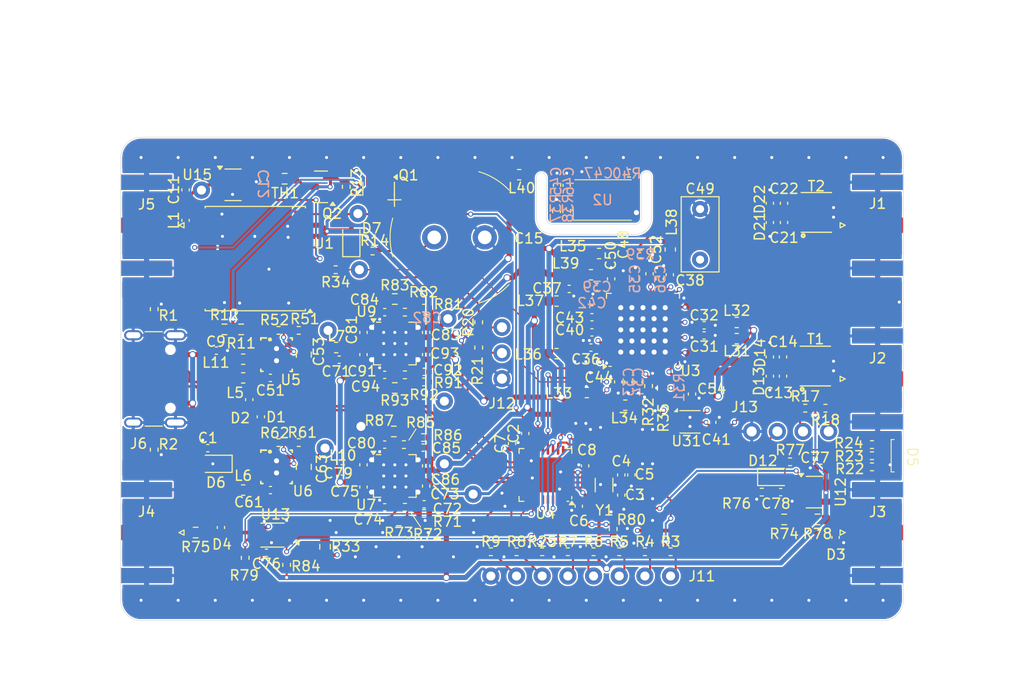
<source format=kicad_pcb>
(kicad_pcb (version 20241229) (generator "pcbnew") (generator_version "9.0")
  (layers (0 "F.Cu" signal) (4 "In1.Cu" signal) (6 "In2.Cu" signal) (2 "B.Cu" signal) (13 "F.Paste" user) (15 "B.Paste" user) (5 "F.SilkS" user "F.Silkscreen") (7 "B.SilkS" user "B.Silkscreen") (1 "F.Mask" user) (3 "B.Mask" user) (25 "Edge.Cuts" user))
  (net 0 "")
  (net 1 "GND")
  (net 2 "VBus")
  (net 3 "Net-(U4-VCAP)")
  (net 4 "/CPU/CPU_nRST")
  (net 5 "+3V3")
  (net 6 "OUT0_P")
  (net 7 "OUT0_N")
  (net 8 "OUT2_P")
  (net 9 "OUT2_N")
  (net 10 "/Clocking/VDDO_01")
  (net 11 "/Clocking/VDDO_23")
  (net 12 "/Clocking/VDD_DIG")
  (net 13 "/Clocking/VDD_IN")
  (net 14 "/Clocking/VDDO_XO")
  (net 15 "/Clocking/VDDO_7")
  (net 16 "/Clocking/VDDO_456")
  (net 17 "/Clocking/VDD_PLL1")
  (net 18 "/Clocking/VDDO_PLL2")
  (net 19 "CGEN_3V3")
  (net 20 "Net-(U3-CAP_DIG)")
  (net 21 "Net-(U7A-NR_SS1)")
  (net 22 "TCXO_3V3")
  (net 23 "Net-(U9A-NR_SS1)")
  (net 24 "CGEN_1V8")
  (net 25 "OUT7")
  (net 26 "Net-(D12-A)")
  (net 27 "Net-(D12-K)")
  (net 28 "/CPU/USB_D+")
  (net 29 "/CPU/USB_D-")
  (net 32 "/CPU/BOOT0")
  (net 33 "Net-(Q1-D)")
  (net 34 "Net-(Q2-D)")
  (net 35 "/CPU/DBG_RX")
  (net 36 "/CPU/DBG_TX")
  (net 37 "/CPU/SWCLK")
  (net 38 "/CPU/SWDIO")
  (net 39 "I2C_SCL")
  (net 40 "I2C_SDA")
  (net 41 "PDN")
  (net 42 "CPU2GPS")
  (net 43 "GPS2CPU")
  (net 44 "/CPU/Red")
  (net 45 "/CPU/Green")
  (net 46 "/CPU/Blue")
  (net 47 "SecRef")
  (net 48 "GPSCLK")
  (net 49 "Net-(U2A-OE)")
  (net 50 "/Clocking/XO_P")
  (net 51 "/Clocking/XO")
  (net 53 "OUT6")
  (net 54 "Net-(D4-A1)")
  (net 57 "GPS_nRST")
  (net 59 "/GPS/EXTINT")
  (net 67 "STATUS0")
  (net 68 "STATUS1")
  (net 69 "unconnected-(U3-OUT4_P-Pad39)")
  (net 72 "EN_OUT4")
  (net 73 "EN_REF2")
  (net 74 "EN_OUT3")
  (net 81 "/Outputs/Ext3")
  (net 82 "/Outputs/Ext1")
  (net 83 "/Outputs/Ext2")
  (net 85 "/Power/In3V6")
  (net 86 "/Power/3V6")
  (net 87 "/Power/In2V1")
  (net 88 "/Power/2V1")
  (net 89 "/Power/In3V3")
  (net 90 "/Power/In1V8")
  (net 91 "/Power/Fb3V3")
  (net 92 "/Power/FbTC3")
  (net 93 "/Power/FbCG3")
  (net 94 "/Power/FbCG18")
  (net 95 "Net-(U7B-NR_SS2)")
  (net 96 "Net-(U9B-NR_SS2)")
  (net 97 "/Power/Fb36")
  (net 98 "/Power/Fb21")
  (net 99 "/Outputs/Conn4")
  (net 100 "/GPS/GPSin")
  (net 101 "/CPU/dSWC")
  (net 102 "/CPU/dTX")
  (net 103 "/CPU/d3V3")
  (net 104 "/CPU/dRST")
  (net 105 "/CPU/dSWD")
  (net 106 "/CPU/dRX")
  (net 107 "/Outputs/AC0_P")
  (net 108 "/Outputs/AC0_N")
  (net 109 "/Outputs/AC2_P")
  (net 110 "/Outputs/AC2_N")
  (net 111 "/GPS/VrfSW")
  (net 112 "/GPS/LNA_EN")
  (net 113 "/GPS/Vrf")
  (net 114 "/GPS/VCC_RF")
  (net 115 "/CPU/X32In")
  (net 116 "/CPU/X32Out")
  (net 117 "/CPU/SCG")
  (net 118 "/CPU/SGC")
  (net 119 "/CPU/dBOOT")
  (net 120 "/Clocking/LF1")
  (net 121 "/Clocking/LF2")
  (net 122 "/Clocking/CAP_PLL2")
  (net 123 "/Clocking/CAP_PLL1")
  (net 124 "/Clocking/GPSCLKLO")
  (net 125 "/Clocking/SecRefLo")
  (net 126 "/CPU/CC1")
  (net 127 "/CPU/CC2")
  (net 128 "/Clocking/VCC_XO")
  (net 129 "/Clocking/XO_Filter")
  (net 130 "Net-(D5-RK)")
  (net 131 "Net-(D5-BK)")
  (net 132 "Net-(D5-GK)")
  (net 140 "Net-(C15-Pad1)")
  (net 141 "Net-(L11-Pad2)")
  (net 142 "Net-(R78-Pad1)")
  (net 143 "/GPS/VBCKP")
  (footprint "Resistor_SMD:R_0603_1608Metric" (layer "F.Cu") (at 107.4 115.2 180)
    (property "Reference" "R75")
    (property "Value" "0")
  )
  (footprint "Parts:TestPoint" (layer "F.Cu") (at 132.35 94.05)
    (property "Reference" "TP8" (hide yes))
    (property "Value" "TestPoint_Probe")
  )
  (footprint "Connector_Coaxial:SMA_Amphenol_132289_EdgeMount" (layer "F.Cu") (at 174.86 100)
    (property "Reference" "J2")
    (property "Value" "SMA")
  )
  (footprint "Parts:TestPoint" (layer "F.Cu") (at 132 108.4)
    (property "Reference" "TP10" (hide yes))
    (property "Value" "TestPoint_Probe")
  )
  (footprint "Capacitor_SMD:C_0402_1005Metric" (layer "F.Cu") (at 165.5 99.73 -90)
    (property "Reference" "C13")
    (property "Value" "10n")
  )
  (footprint "Parts:HHS_0402" (layer "F.Cu") (at 106.4 84.315 90)
    (property "Reference" "L1")
    (property "Value" "100n")
  )
  (footprint "Inductor_SMD:L_0603_1608Metric" (layer "F.Cu") (at 112.1 111)
    (property "Reference" "L6")
    (property "Value" "220")
  )
  (footprint "Capacitor_SMD:C_0402_1005Metric" (layer "F.Cu") (at 169.2575 108.8 180)
    (property "Reference" "C77")
    (property "Value" "0u1")
  )
  (footprint "Capacitor_SMD:C_0402_1005Metric" (layer "F.Cu") (at 129.9 106.8 180)
    (property "Reference" "C85")
    (property "Value" "10n")
  )
  (footprint "Resistor_SMD:R_0402_1005Metric" (layer "F.Cu") (at 128 106.5 180)
    (property "Reference" "R85")
    (property "Value" "7k5")
  )
  (footprint "Capacitor_SMD:C_0402_1005Metric" (layer "F.Cu") (at 126.1 93.4 180)
    (property "Reference" "C84")
    (property "Value" "0u1")
  )
  (footprint "Resistor_SMD:R_0603_1608Metric" (layer "F.Cu") (at 111.9 95.1 180)
    (property "Reference" "R11")
    (property "Value" "0")
  )
  (footprint "Capacitor_SMD:C_0402_1005Metric" (layer "F.Cu") (at 109.45 97.2 180)
    (property "Reference" "C9")
    (property "Value" "1u")
  )
  (footprint "Parts:HHS_0402" (layer "F.Cu") (at 164.2 82.63 90)
    (property "Reference" "D22")
    (property "Value" "D_TVS")
  )
  (footprint "Capacitor_SMD:C_0402_1005Metric" (layer "F.Cu") (at 151.2 100.3 -90)
    (property "Reference" "C34")
    (property "Value" "10u")
  )
  (footprint "Diode_SMD:D_SOD-323" (layer "F.Cu") (at 122.8 86.3 90)
    (property "Reference" "D7")
    (property "Value" "1N4148WS")
  )
  (footprint "Resistor_SMD:R_0402_1005Metric" (layer "F.Cu") (at 141.68 117.1 180)
    (property "Reference" "R25")
    (property "Value" "10k")
  )
  (footprint "Capacitor_SMD:C_0402_1005Metric" (layer "F.Cu") (at 144.1 80.85 90)
    (property "Reference" "C46")
    (property "Value" "0u1")
  )
  (footprint "Parts:HHS_0402" (layer "F.Cu") (at 109.9 114.7 90)
    (property "Reference" "D4")
    (property "Value" "D_TVS")
  )
  (footprint "Resistor_SMD:R_0402_1005Metric" (layer "F.Cu") (at 135.4 96.9 90)
    (property "Reference" "R21")
    (property "Value" "100")
  )
  (footprint "Connector_Coaxial:SMA_Amphenol_132289_EdgeMount" (layer "F.Cu") (at 102.54 115.2 180)
    (property "Reference" "J4")
    (property "Value" "SMA")
  )
  (footprint "Parts:TestPoint" (layer "F.Cu") (at 120.5 95.2)
    (property "Reference" "TP5" (hide yes))
    (property "Value" "TestPoint_Probe")
  )
  (footprint "Resistor_SMD:R_0402_1005Metric" (layer "F.Cu") (at 117.6 106.3 180)
    (property "Reference" "R61")
    (property "Value" "56k")
  )
  (footprint "Resistor_SMD:R_0402_1005Metric" (layer "F.Cu") (at 116.4 118.4 -90)
    (property "Reference" "R84")
    (property "Value" "100k")
  )
  (footprint "Package_DFN_QFN:QFN-20-1EP_4x4mm_P0.5mm_EP2.7x2.7mm" (layer "F.Cu") (at 127.1 109.6)
    (property "Reference" "U7")
    (property "Value" "TPS7A8801RTJR")
  )
  (footprint "Package_SON:WSON-6-1EP_2x2mm_P0.65mm_EP1x1.6mm" (layer "F.Cu") (at 156.3 104.25)
    (property "Reference" "U31")
    (property "Value" "TMP117xxDRV")
  )
  (footprint "Capacitor_SMD:C_0402_1005Metric" (layer "F.Cu") (at 130.2 110.6 -90)
    (property "Reference" "C73")
    (property "Value" "10u")
  )
  (footprint "Capacitor_SMD:C_0402_1005Metric" (layer "F.Cu") (at 158.5 104.3 90)
    (property "Reference" "C41")
    (property "Value" "0u1")
  )
  (footprint "Capacitor_SMD:C_0402_1005Metric" (layer "F.Cu") (at 130 112.4 180)
    (property "Reference" "C72")
    (property "Value" "10n")
  )
  (footprint "Capacitor_SMD:C_0402_1005Metric" (layer "F.Cu") (at 146.6 95.4 180)
    (property "Reference" "C40")
    (property "Value" "0u1")
  )
  (footprint "Parts:HHS_0402" (layer "F.Cu") (at 164.2 97.83 90)
    (property "Reference" "D14")
    (property "Value" "D_TVS")
  )
  (footprint "Resistor_SMD:R_0402_1005Metric" (layer "F.Cu") (at 135.4 94.4 90)
    (property "Reference" "R20")
    (property "Value" "100")
  )
  (footprint "Capacitor_SMD:C_0402_1005Metric" (layer "F.Cu") (at 146.6 92.4 180)
    (property "Reference" "C42")
    (property "Value" "0u1")
  )
  (footprint "Inductor_SMD:L_0603_1608Metric" (layer "F.Cu") (at 160.92181 96.017565 180)
    (property "Reference" "L31")
    (property "Value" "220")
  )
  (footprint "Resistor_SMD:R_0402_1005Metric" (layer "F.Cu") (at 103.3 93.1 -90)
    (property "Reference" "R1")
    (property "Value" "5k1")
  )
  (footprint "Capacitor_SMD:C_0402_1005Metric" (layer "F.Cu") (at 114.1 80.3 -90)
    (property "Reference" "C12")
    (property "Value" "0u1")
  )
  (footprint "Resistor_SMD:R_0603_1608Metric" (layer "F.Cu") (at 110.25 95.1)
    (property "Reference" "R12")
    (property "Value" "0")
  )
  (footprint "Capacitor_SMD:C_0402_1005Metric" (layer "F.Cu") (at 165.6 82.63 90)
    (property "Reference" "C22")
    (property "Value" "10n")
  )
  (footprint "Package_SO:VSSOP-8_2.3x2mm_P0.5mm" (layer "F.Cu") (at 115 115.45 180)
    (property "Reference" "U13")
    (property "Value" "74CB3Q3306")
  )
  (footprint "Resistor_SMD:R_0402_1005Metric" (layer "F.Cu") (at 130 113.3 180)
    (property "Reference" "R71")
    (property "Value" "15k")
  )
  (footprint "Inductor_SMD:L_0603_1608Metric" (layer "F.Cu") (at 146.1 101.35)
    (property "Reference" "L33")
    (property "Value" "220")
  )
  (footprint "Capacitor_SMD:C_0402_1005Metric" (layer "F.Cu") (at 146.6 93.9 180)
    (property "Reference" "C43")
    (property "Value" "0u1")
  )
  (footprint "Capacitor_SMD:C_0402_1005Metric" (layer "F.Cu") (at 126.1 112.7 180)
    (property "Reference" "C74")
    (property "Value" "0u1")
  )
  (footprint "Capacitor_SMD:C_0402_1005Metric" (layer "F.Cu") (at 150.5 109.5 -90)
    (property "Reference" "C5")
    (property "Value" "10n")
  )
  (footprint "Capacitor_SMD:C_0402_1005Metric" (layer "F.Cu") (at 140 105.4 90)
    (property "Reference" "C2")
    (property "Value" "4u7")
  )
  (footprint "Capacitor_SMD:C_0402_1005Metric" (layer "F.Cu") (at 165.27 111.2)
    (property "Reference" "C78")
    (property "Value" "0u1")
  )
  (footprint "Package_DFN_QFN:QFN-48-1EP_7x7mm_P0.5mm_EP5.1x5.1mm" (layer "F.Cu") (at 151.65 95.15 90)
    (property "Reference" "U3")
    (property "Value" "LMK05318BRGZR")
  )
  (footprint "Parts:PinHeader_1x08_P2.54mm_Vertical" (layer "F.Cu") (at 154.38 119.5 -90)
    (property "Reference" "J11")
    (property "Value" "Debug")
  )
  (footprint "RF_GPS:ublox_MAX" (layer "F.Cu") (at 113.3 88.1 180)
    (property "Reference" "U1")
    (property "Value" "MAX-M10S")
  )
  (footprint "Inductor_SMD:L_0603_1608Metric" (layer "F.Cu") (at 121.3 96.9)
    (property "Reference" "L7")
    (property "Value" "220")
  )
  (footprint "Diode_SMD:D_SOD-323" (layer "F.Cu") (at 164.6 109.7)
    (property "Reference" "D12")
    (property "Value" "1N4148WS")
  )
  (footprint "Capacitor_SMD:C_0402_1005Metric" (layer "F.Cu") (at 143.15 80.85 90)
    (property "Reference" "C45")
    (property "Value" "10u")
  )
  (footprint "Crystal:Crystal_SMD_3215-2Pin_3.2x1.5mm" (layer "F.Cu") (at 147.8 110.5 -90)
    (property "Reference" "Y1")
    (property "Value" "32768Hz")
  )
  (footprint "Package_TO_SOT_SMD:SOT-23" (layer "F.Cu") (at 125.5 81.2 -90)
    (property "Reference" "Q1")
    (property "Value" "AO3400A")
  )
  (footprint "Capacitor_SMD:C_0402_1005Metric" (layer "F.Cu") (at 106.4 81.3 90)
    (property "Reference" "C11")
    (property "Value" "0u1")
  )
  (footprint "Parts:XFMR_MABA-007159-000000" (layer "F.Cu") (at 168.7 98.73 90)
    (property "Reference" "T1")
    (property "Value" "MABA-007159-000000")
  )
  (footprint "Parts:SIL0008C_SMD_NV" (layer "F.Cu") (at 115.4 97.6)
    (property "Reference" "U5")
    (property "Value" "TPS82084SIL")
  )
  (footprint "Resistor_SMD:R_0402_1005Metric" (layer "F.Cu") (at 167.7 102.9)
    (property "Reference" "R17")
    (property "Value" "10k")
  )
  (footprint "Package_TO_SOT_SMD:SOT-23-5" (layer "F.Cu") (at 168.6 111.2)
    (property "Reference" "U12")
    (property "Value" "74LVC1G125")
  )
  (footprint "Package_TO_SOT_SMD:SOT-23-5" (layer "F.Cu") (at 111.1 80.8)
    (property "Reference" "U15")
    (property "Value" "74LVC1G07")
  )
  (footprint "Resistor_SMD:R_0402_1005Metric" (layer "F.Cu") (at 115.6 106.3 180)
    (property "Reference" "R62")
    (property "Value" "33k")
  )
  (footprint "Capacitor_SMD:C_0402_1005Metric" (layer "F.Cu") (at 156.5 101.5 -90)
    (property "Reference" "C54")
    (property "Value" "0u1")
  )
  (footprint "Resistor_SMD:R_0402_1005Metric" (layer "F.Cu") (at 163.4 111.2)
    (property "Reference" "R76")
    (property "Value" "3k3")
  )
  (footprint "Capacitor_SMD:C_0402_1005Metric" (layer "F.Cu") (at 145.3 112.6 -90)
    (property "Reference" "C6")
    (property "Value" "0u1")
  )
  (footprint "Parts:HHS_0402" (layer "F.Cu") (at 164.2 84.53 -90)
    (property "Reference" "D21")
    (property "Value" "D_TVS")
  )
  (footprint "Parts:TestPoint" (layer "F.Cu") (at 123.75 104.7)
    (property "Reference" "TP4" (hide yes))
    (property "Value" "TestPoint_Probe")
  )
  (footprint "Parts:TestPoint" (layer "F.Cu") (at 120.2 106.85)
    (property "Reference" "TP6" (hide yes))
    (property "Value" "TestPoint_Probe")
  )
  (footprint "Resistor_SMD:R_0402_1005Metric" (layer "F.Cu") (at 117.6 95.2 180)
    (property "Reference" "R51")
    (property "Value" "120k")
  )
  (footprint "Capacitor_SMD:C_0402_1005Metric" (layer "F.Cu") (at 130.2 108.6 90)
    (property "Reference" "C86")
    (property "Value" "10u")
  )
  (footprint "Capacitor_SMD:C_0402_1005Metric" (layer "F.Cu") (at 130.2 95.4 90)
    (property "Reference" "C83")
    (property "Value" "10u")
  )
  (footprint "Parts:HHS_0402" (layer "F.Cu") (at 170.7 115.685 -90)
    (property "Reference" "D3")
    (property "Value" "D_TVS")
  )
  (footprint "Package_TO_SOT_SMD:SOT-23" (layer "F.Cu") (at 119.8 81 180)
    (property "Reference" "Q2")
    (property "Value" "AO3401A")
  )
  (footprint "Package_DFN_QFN:QFN-20-1EP_4x4mm_P0.5mm_EP2.7x2.7mm" (layer "F.Cu") (at 127.1 96.5)
    (property "Reference" "U9")
    (property "Value" "TPS7A8801RTJR")
  )
  (footprint "Resistor_SMD:R_0603_1608Metric" (layer "F.Cu") (at 155.2 100.9 90)
    (property "Reference" "R31")
    (property "Value" "200")
  )
  (footprint "Capacitor_SMD:C_0402_1005Metric" (layer "F.Cu") (at 147.1 90.9 180)
    (property "Reference" "C39")
    (property "Value" "10u")
  )
  (footprint "Capacitor_SMD:C_0402_1005Metric" (layer "F.Cu") (at 114.8 99.9)
    (property "Reference" "C51")
    (property "Value" "10u")
  )
  (footprint "Capacitor_SMD:C_0402_1005Metric" (layer "F.Cu") (at 153.3 90.1 -90)
    (property "Reference" "C56")
    (property "Value" "10u")
  )
  (footprint "Resistor_SMD:R_0402_1005Metric" (layer "F.Cu") (at 144.1 83.4 90)
    (property "Reference" "R37")
    (property "Value" "1k")
  )
  (footprint "Parts:HHS_0402" (layer "F.Cu") (at 113.85 103.75 -90)
    (property "Reference" "D1")
    (property "Value" "D_TVS")
  )
  (footprint "Capacitor_SMD:C_0402_1005Metric" (layer "F.Cu") (at 124 108.5 90)
    (property "Reference" "C79")
    (property "Value" "10u")
  )
  (footprint "Capacitor_SMD:C_0402_1005Metric" (layer "F.Cu") (at 130.2 97.6 -90)
    (property "Reference" "C93")
    (property "Value" "10u")
  )
  (footprint "Inductor_SMD:L_0603_1608Metric" (layer "F.Cu") (at 112.1 99.9)
    (property "Reference" "L5")
    (property "Value" "220")
  )
  (footprint "Capacitor_SMD:C_0402_1005Metric" (layer "F.Cu") (at 124 95.4 90)
    (property "Reference" "C81")
    (property "Value" "1u")
  )
  (footprint "Capacitor_SMD:C_0805_2012Metric" (layer "F.Cu") (at 118.1 108.7 -90)
    (property "Reference" "C63")
    (property "Value" "47u")
  )
  (footprint "Capacitor_SMD:C_0402_1005Metric" (layer "F.Cu") (at 148.5 90.1 -90)
    (property "Reference" "C50")
    (property "Value" "10u")
  )
  (footprint "Resistor_SMD:R_0402_1005Metric" (layer "F.Cu") (at 143.1 83.4 -90)
    (property "Reference" "R38")
    (property "Value" "1k")
  )
  (footprint "Resistor_SMD:R_0402_1005Metric" (layer "F.Cu") (at 136.6 117.1 180)
    (property "Reference" "R9")
    (property "Value" "100")
  )
  (footprint "Parts:TestPoint" (layer "F.Cu") (at 132 102.2)
    (property "Reference" "TP9" (hide yes))
    (property "Value" "TestPoint_Probe")
  )
  (footprint "Capacitor_SMD:C_0402_1005Metric" (layer "F.Cu") (at 114.4 117.2)
    (property "Reference" "C76")
    (property "Value" "0u1")
  )
  (footprint "Capacitor_SMD:C_0402_1005Metric" (layer "F.Cu") (at 146.5 96.9 180)
    (property "Reference" "C36")
    (property "Value" "10u")
  )
  (footprint "Capacitor_SMD:C_0402_1005Metric" (layer "F.Cu") (at 114.8 111)
    (property "Reference" "C61")
    (property "Value" "10u")
  )
  (footprint "Capacitor_SMD:C_0402_1005Metric" (layer "F.Cu") (at 149.5 109.5 -90)
    (property "Reference" "C4")
    (property "Value" "22p")
  )
  (footprint "Capacitor_SMD:C_0402_1005Metric" (layer "F.Cu") (at 165.5 97.83 90)
    (property "Reference" "C14")
    (property "Value" "10n")
  )
  (footprint "Capacitor_SMD:C_0402_1005Metric" (layer "F.Cu") (at 157.7 94.7)
    (property "Reference" "C32")
    (property "Value" "10u")
  )
  (footprint "Resistor_SMD:R_0402_1005Metric" (layer "F.Cu") (at 150.26 79.65)
    (property "Reference" "R40")
    (property "Value" "100")
  )
  (footprint "Resistor_SMD:R_0603_1608Metric" (layer "F.Cu") (at 165.615 113.9 180)
    (property "Reference" "R74")
    (property "Value" "0")
  )
  (footprint "Capacitor_SMD:C_0805_2012Metric" (layer "F.Cu") (at 118.1 97.6 -90)
    (property "Reference" "C53")
    (property "Value" "47u")
  )
  (footprint "Connector_Coaxial:SMA_Amphenol_132289_EdgeMount" (layer "F.Cu") (at 174.86 84.8)
    (property "Reference" "J1")
    (property "Value" "SMA")
  )
  (footprint "Resistor_SMD:R_0402_1005Metric" (layer "F.Cu") (at 115.6 95.2 180)
    (property "Reference" "R52")
    (property "Value" "33k")
  )
  (footprint "Resistor_SMD:R_0402_1005Metric" (layer "F.Cu") (at 151.84 117.1 180)
    (property "Reference" "R4")
    (property "Value" "100")
  )
  (footprint "Parts:TestPoint" (layer "F.Cu") (at 134.85 111.4)
    (property "Reference" "TP7" (hide yes))
    (property "Value" "TestPoint_Probe")
  )
  (footprint "Resistor_SMD:R_0402_1005Metric" (layer "F.Cu") (at 149.3 117.1 180)
    (property "Reference" "R5")
    (property "Value" "100")
  )
  (footprint "Parts:PinHeader_1x03_P2.54mm_Vertical" (layer "F.Cu") (at 137.7 94.9)
    (property "Reference" "J12")
    (property "Value" "GPS_Snoop")
  )
  (footprint "Resistor_SMD:R_0402_1005Metric" (layer "F.Cu") (at 129.9 105.8 180)
    (property "Reference" "R86")
    (property "Value" "8k2")
  )
  (footprint "Capacitor_SMD:C_0402_1005Metric" (layer "F.Cu") (at 124 110.7 -90)
    (property "Reference" "C75")
    (property "Value" "1u")
  )
  (footprint "Resistor_SMD:R_0402_1005Metric" (layer "F.Cu") (at 122.3 81 -90)
    (property "Reference" "R13")
    (property "Value" "100k")
  )
  (footprint "Resistor_SMD:R_0603_1608Metric" (layer "F.Cu") (at 153.6 100.9 90)
    (property "Reference" "R35")
    (property "Value" "200")
  )
  (footprint "Package_DFN_QFN:QFN-32-1EP_5x5mm_P0.5mm_EP3.45x3.45mm" (layer "F.Cu") (at 142 109.5 180)
    (property "Reference" "U4")
    (property "Value" "STM32H503KBUx")
  )
  (footprint "Resistor_SMD:R_0402_1005Metric" (layer "F.Cu") (at 174.3 108.7 180)
    (property "Reference" "R22")
    (property "Value" "1k")
  )
  (footprint "Inductor_SMD:L_0603_1608Metric" (layer "F.Cu") (at 139.4 79.8)
    (property "Reference" "L40")
    (property "Value" "220")
  )
  (footprint "Inductor_SMD:L_0603_1608Metric" (layer "F.Cu") (at 160.92181 94.417565 180)
    (property "Reference" "L32")
    (property "Value" "220")
  )
  (footprint "Resistor_SMD:R_0603_1608Metric" (layer "F.Cu") (at 127.1 92.1 180)
    (property "Reference" "R83")
    (property "Value" "82k")
  )
  (footprint "Inductor_SMD:L_0603_1608Metric" (layer "F.Cu") (at 143.1 92.3)
    (property "Reference" "L37")
    (property "Value" "220")
  )
  (footprint "Resistor_SMD:R_0402_1005Metric" (layer "F.Cu") (at 112.3 117.7 -90)
    (property "Reference" "R79")
    (property "Value" "100k")
  )
  (footprint "Resistor_SMD:R_0402_1005Metric" (layer "F.Cu") (at 169.7 102.9 180)
    (property "Reference" "R18")
    (property "Value" "10k")
  )
  (footprint "Capacitor_SMD:C_0402_1005Metric_Pad0.74x0.62mm_HandSolder" (layer "F.Cu") (at 152.3 89.6 90)
    (property "Reference" "C52")
    (property "Value" "10n")
  )
  (footprint "Resistor_SMD:R_0402_1005Metric" (layer "F.Cu") (at 174.3 107.6 180)
    (property "Reference" "R23")
    (property "Value" "1k")
  )
  (footprint "Inductor_SMD:L_0603_1608Metric" (layer "F.Cu") (at 146.5 89.7)
    (property "Reference" "L39")
    (property "Value" "220")
  )
  (footprint "Resistor_SMD:R_0603_1608Metric" (layer "F.Cu") (at 168.915 113.9 180)
    (property "Reference" "R78")
    (property "Value" "0")
  )
  (footprint "Parts:TestPoint" (layer "F.Cu") (at 107.975 81.325 90)
    (property "Reference" "TP14" (hide yes))
    (property "Value" "TestPoint_Probe")
  )
  (footprint "Resistor_SMD:R_0402_1005Metric" (layer "F.Cu") (at 151.4 87.65 180)
    (property "Reference" "R39")
    (property "Value" "100")
  )
  (footprint "Resistor_SMD:R_0402_1005Metric" (layer "F.Cu") (at 128.1 112.7 180)
    (property "Reference" "R72")
    (property "Value" "5k1")
  )
  (footprint "Parts:XFMR_MABA-007159-000000" (layer "F.Cu") (at 168.8 83.53 90)
    (property "Reference" "T2")
    (property "Value" "MABA-007159-000000")
  )
  (footprint "Parts:TestPoint" (layer "F.Cu") (at 123.45 83.65)
    (property "Reference" "TP12" (hide yes))
    (property "Value" "TestPoint_Probe")
  )
  (footprint "Capacitor_SMD:C_0402_1005Metric" (layer "F.Cu") (at 130.3 94 180)
    (property "Reference" "C82")
    (property "Value" "10n")
  )
  (footprint "Resistor_SMD:R_0402_1005Metric" (layer "F.Cu") (at 103.3 107 90)
    (property "Reference" "R2")
    (property "Value" "5k1")
  )
  (footprint "Parts:HHS_0402" (layer "F.Cu") (at 164.2 99.73 -90)
    (property "Reference" "D13")
    (property "Value" "D_TVS")
  )
  (footprint "Inductor_SMD:L_0603_1608Metric" (layer "F.Cu") (at 149.9 102.6)
    (property "Reference" "L34")
    (property "Value" "220")
  )
  (footprint "Resistor_SMD:R_0402_1005Metric" (layer "F.Cu") (at 128.1 99.6 180)
    (property "Reference" "R92")
    (property "Value" "5k1")
  )
  (footprint "Resistor_SMD:R_0402_1005Metric" (layer "F.Cu") (at 146.76 117.1)
    (property "Reference" "R6")
    (property "Value" "100")
  )
  (footprint "Resistor_SMD:R_0603_1608Metric" (layer "F.Cu") (at 116.2 80.2)
    (property "Reference" "TH1")
    (property "Value" "220mA")
  )
  (footprint "Capacitor_SMD:C_0402_1005Metric" (layer "F.Cu") (at 154.3 89.7 90)
    (property "Reference" "C38")
    (property "Value" "10u")
  )
  (footprint "Resistor_SMD:R_0402_1005Metric" (layer "F.Cu") (at 148.7 114.85 -90)
    (property "Reference" "R80")
    (property "Value" "100k")
  )
  (footprint "Parts:C0704" (layer "F.Cu") (at 149.7 89.4 90)
    (property "Reference" "C48")
    (property "Value" "0u1")
  )
  (footprint "Capacitor_SMD:C_0402_1005Metric" (layer "F.Cu") (at 149.5 111.5 90)
    (property "Reference" "C3")
    (property "Value" "22p")
  )
  (footprint "Capacitor_SMD:C_0402_1005Metric" (layer "F.Cu") (at 108.6 106.85)
    (property "Reference" "C1")
    (property "Value" "1u")
  )
  (footprint "Inductor_SMD:L_0603_1608Metric" (layer "F.Cu") (at 154.35 87.2 -90)
    (property "Reference" "L38")
    (property "Value" "220")
  )
  (footprint "Parts:CP_Radial_D13.5mm_P5.00mm" (layer "F.Cu") (at 131 86)
    (property "Reference" "C15")
    (property "Value" ".47F")
  )
  (footprint "Resistor_SMD:R_0402_1005Metric" (layer "F.Cu") (at 130 100.3 180)
    (property "Reference" "R91")
    (property "Value" "15k")
  )
  (footprint "Resistor_SMD:R_0402_1005Metric" (layer "F.Cu") (at 128.1 93.4 180)
    (property "Reference" "R82")
    (property "Value" "5k1")
  )
  (footprint "Resistor_SMD:R_0603_1608Metric" (layer "F.Cu") (at 127.5 114 180)
    (property "Reference" "R73")
    (property "Value" "82k")
  )
  (footprint "Inductor_SMD:L_0603_1608Metric" (layer "F.Cu") (at 121.95 109)
    (property "Reference" "L10")
    (property "Value" "220")
  )
  (footprint "Capacitor_SMD:C_0402_1005Metric" (layer "F.Cu") (at 144.35 91.1)
    (property "Reference" "C37")
    (property "Value" "10u")
  )
  (footprint "Capacitor_SMD:C_0402_1005Metric" (layer "F.Cu") (at 145.925 108.6 90)
    (property "Reference" "C8")
    (property "Value" "0u1")
  )
  (footprint "Connector_USB:USB_C_Receptacle_GCT_USB4105-xx-A_16P_TopMnt_Horizontal" (layer "F.Cu") (at 102.3 100 -90)
    (property "Reference" "J6")
    (property "Value" "USB_C_Receptacle_16P")
  )
  (footprint "Parts:SIL0008C_SMD_NV" (layer "F.Cu") (at 115.4 108.7)
    (property "Reference" "U6")
    (property "Value" "TPS82084SIL")
  )
  (footprint "Capacitor_SMD:C_0402_1005Metric" (layer "F.Cu") (at 165.6 84.53 -90)
    (property "Reference" "C21")
    (property "Value" "10n")
  )
  (footprint "Parts:HHS_0402" (layer "F.Cu") (at 112.7 102.05 90)
    (property "Reference" "D2")
    (property "Value" "D_TVS")
  )
  (footprint "Resistor_SMD:R_0402_1005Metric" (layer "F.Cu") (at 121.25 89.2)
    (property "Reference" "R34")
    (property "Value" "100")
  )
  (footprint "Capacitor_SMD:C_0402_1005Metric" (layer "F.Cu") (at 126.1 106.5 180)
    (property "Reference" "C80")
    (property "Value" "0u1")
  )
  (footprint "Connector_Coaxial:SMA_Amphenol_132289_EdgeMount" (layer "F.Cu") (at 174.86 115.2)
    (property "Reference" "J3")
    (property "Value" "SMA")
  )
  (footprint "Parts:C0704" (layer "F.Cu") (at 147.4 79.5 180)
    (property "Reference" "C47")
    (property "Value" "0u1")
  )
  (footprint "Resistor_SMD:R_0402_1005Metric" (layer "F.Cu") (at 154.38 117.1 180)
    (property "Reference" "R3")
    (property "Value" "100")
  )
  (footprint "Capacitor_SMD:C_0402_1005Metric" (layer "F.Cu") (at 124 97.6 -90)
    (property "Reference" "C91")
    (property "Value" "1u")
  )
  (footprint "Parts:QFN10_TG5032CGN 40.0000M-CAGHNA0_EPS" (layer "F.Cu") (at 147.7 82.3 90)
    (property "Reference" "U2")
    (property "Value" "TG5032CGN")
  )
  (footprint "Resistor_SMD:R_0402_1005Metric" (layer "F.Cu") (at 152.2 100.71 90)
    (property "Reference" "R32")
    (property "Value" "200")
  )
  (footprint "Resistor_SMD:R_0603_1608Metric" (layer "F.Cu") (at 120.2 116.6 -90)
    (property "Reference" "R33")
    (property "Value" "100")
  )
  (footprint "Resistor_SMD:R_0402_1005Metric" (layer "F.Cu") (at 144.22 117.1 180)
    (property "Reference" "R7")
    (property "Value" "100")
  )
  (footprint "Resistor_SMD:R_0402_1005Metric" (layer "F.Cu") (at 166.2 108.2)
    (property "Reference" "R77")
    (property "Value" "100k")
  )
  (footprint "Capacitor_SMD:C_0402_1005Metric" (layer "F.Cu") (at 138.7 106.4 90)
    (property "Reference" "C7")
    (property "Value" "0u1")
  )
  (footprint "Inductor_SMD:L_0603_1608Metric" (layer "F.Cu") (at 147.3 87.6)
    (property "Reference" "L35")
    (property "Value" "220")
  )
  (footprint "Capacitor_SMD:C_0402_1005Metric" (layer "F.Cu") (at 121.6 98.1 180)
    (property "Reference" "C71")
    (property "Value" "10u")
  )
  (footprint "Capacitor_SMD:C_0402_1005Metric" (layer "F.Cu") (at 150.2 100.3 -90)
    (property "Reference" "C33")
    (property "Value" "10u")
  )
  (footprint "Parts:LED-QPLB615-RGB" (layer "F.Cu") (at 176.9 107.6 -90)
    (property "Reference" "D5")
    (property "Value" "LED_GBAR")
  )
  (footprint "Parts:PinHeader_1x04_P2.54mm_Vertical" (layer "F.Cu") (at 162.4 105.2 90)
    (property "Reference" "J13")
    (property "Value" "I2C_Snoop")
  )
  (footprint "Inductor_SMD:L_0603_1608Metric" (layer "F.Cu") (at 112.1 98.05)
    (property "Reference" "L11")
    (property "Value" "220")
  )
  (footprint "Capacitor_SMD:C_0402_1005Metric" (layer "F.Cu") (at 130 99.3 180)
    (property "Reference" "C92")
    (property "Value" "10n")
  )
  (footprint "Capacitor_THT:C_Rect_L7.2mm_W3.5mm_P5.00mm_FKS2_FKP2_MKS2_MKP2" (layer "F.Cu") (at 157.3 88.2 90)
    (property "Reference" "C49")
    (property "Value" "470n")
  )
  (footprint "Resistor_SMD:R_0402_1005Metric" (layer "F.Cu") (at 130 93 180)
    (property "Reference" "R81")
    (property "Value" "15k")
  )
  (footprint "Capacitor_SMD:C_0402_1005Metric" (layer "F.Cu") (at 157.7 95.7)
    (property "Reference" "C31")
    (property "Value" "10u")
  )
  (footprint "Connector_Coaxial:SMA_Amphenol_132289_EdgeMount" (layer "F.Cu") (at 102.54 84.8 180)
    (property "Reference" "J5")
    (property "Value" "SMA")
  )
  (footprint "Capacitor_SMD:C_0402_1005Metric" (layer "F.Cu") (at 150.9 90.1 90)
    (property "Reference" "C35")
    (property "Value" "10u")
  )
  (footprint "Resistor_SMD:R_0402_1005Metric" (layer "F.Cu") (at 124.9 87.35 180)
    (property "Reference" "R14")
    (property "Value" "100")
  )
  (footprint "Capacitor_SMD:C_0402_1005Metric" (layer "F.Cu") (at 149.2 100.3 90)
    (property "Reference" "C44")
    (property "Value" "10u")
  )
  (footprint "Resistor_SMD:R_0603_1608Metric" (layer "F.Cu") (at 127 105.2 180)
    (property "Reference" "R87")
    (property "Value" "51k")
  )
  (footprint "Resistor_SMD:R_0402_1005Metric" (layer "F.Cu") (at 139.14 117.1 180)
    (property "Reference" "R8")
    (property "Value" "100")
  )
  (footprint "Diode_SMD:D_SOD-323" (layer "F.Cu") (at 109.4 108.4 180)
    (property "Reference" "D6")
    (property "Value" "5V6")
  )
  (footprint "Capacitor_SMD:C_0402_1005Metric" (layer "F.Cu") (at 126.1 99.6 180)
    (property "Reference" "C94")
    (property "Value" "0u1")
  )
  (footprint "Resistor_SMD:R_0603_1608Metric" (layer "F.Cu") (at 127.1 100.9 180)
    (property "Reference" "R93")
    (property "Value" "82k")
  )
  (footprint "Resistor_SMD:R_0402_1005Metric" (layer "F.Cu") (at 174.3 106.5 180)
    (property "Reference" "R24")
    (property "Value" "1k")
  )
  (footprint "Inductor_SMD:L_0603_1608Metric" (layer "F.Cu") (at 143.1 97.5)
    (property "Reference" "L36")
    (property "Value" "220")
  )
  (footprint "Parts:TestPoint" (layer "F.Cu") (at 123.6 89.2)
    (property "Reference" "TP13" (hide yes))
    (property "Value" "TestPoint_Probe")
  )
  (gr_rect (start 109.7 82.9) (end 116.9 93.3) (fill yes) (layer "F.Cu") (net 1))
  (gr_line (start 129.2 104.95) (end 128.5 106.05) (stroke (width 0.1)) (layer "F.SilkS"))
  (gr_line (start 129.65 114.65) (end 128.65 113.15) (stroke (width 0.1)) (layer "F.SilkS"))
  (gr_arc (start 102 123.9) (mid 100.585786 123.314214) (end 100 121.9) (stroke (width 0.05)) (layer "Edge.Cuts"))
  (gr_line (start 102 123.9) (end 175.4 123.9) (stroke (width 0.05)) (layer "Edge.Cuts"))
  (gr_line (start 152.5 80) (end 152.5 84.1) (stroke (width 0.05)) (layer "Edge.Cuts"))
  (gr_line (start 100 78.1) (end 100 121.9) (stroke (width 0.05)) (layer "Edge.Cuts"))
  (gr_arc (start 141.1 80.1) (mid 141.6 79.6) (end 142.1 80.1) (stroke (width 0.05)) (layer "Edge.Cuts"))
  (gr_line (start 150.9 84.7) (end 142.7 84.7) (stroke (width 0.05)) (layer "Edge.Cuts"))
  (gr_line (start 175.4 76.1) (end 102 76.1) (stroke (width 0.05)) (layer "Edge.Cuts"))
  (gr_line (start 150.9 85.7) (end 142.7 85.7) (stroke (width 0.05)) (layer "Edge.Cuts"))
  (gr_arc (start 152.5 84.1) (mid 152.031371 85.231371) (end 150.9 85.7) (stroke (width 0.05)) (layer "Edge.Cuts"))
  (gr_line (start 142.1 84.1) (end 142.1 80.1) (stroke (width 0.05)) (layer "Edge.Cuts"))
  (gr_line (start 177.4 121.9) (end 177.4 78.1) (stroke (width 0.05)) (layer "Edge.Cuts"))
  (gr_arc (start 177.4 121.9) (mid 176.814214 123.314214) (end 175.4 123.9) (stroke (width 0.05)) (layer "Edge.Cuts"))
  (gr_arc (start 100 78.1) (mid 100.585786 76.685786) (end 102 76.1) (stroke (width 0.05)) (layer "Edge.Cuts"))
  (gr_arc (start 151.5 84.1) (mid 151.324264 84.524264) (end 150.9 84.7) (stroke (width 0.05)) (layer "Edge.Cuts"))
  (gr_line (start 141.1 84.1) (end 141.1 80.1) (stroke (width 0.05)) (layer "Edge.Cuts"))
  (gr_arc (start 142.7 85.7) (mid 141.568629 85.231371) (end 141.1 84.1) (stroke (width 0.05)) (layer "Edge.Cuts"))
  (gr_arc (start 142.7 84.7) (mid 142.275736 84.524264) (end 142.1 84.1) (stroke (width 0.05)) (layer "Edge.Cuts"))
  (gr_arc (start 151.5 80) (mid 152 79.5) (end 152.5 80) (stroke (width 0.05)) (layer "Edge.Cuts"))
  (gr_arc (start 175.4 76.1) (mid 176.814214 76.685786) (end 177.4 78.1) (stroke (width 0.05)) (layer "Edge.Cuts"))
  (gr_line (start 151.5 84.1) (end 151.5 80) (stroke (width 0.05)) (layer "Edge.Cuts"))
  (segment (start 149.5 111.02) (end 149.42 111.02) (width 0.2) (layer "F.Cu") (net 1))
  (segment (start 153.9 98.6) (end 153.9 97.4) (width 0.125) (layer "F.Cu") (net 1))
  (segment (start 146.35 96.2) (end 146.02 96.53) (width 0.25) (layer "F.Cu") (net 1))
  (segment (start 127.1 99.11) (end 127.1 98.45) (width 0.2) (layer "F.Cu") (net 1))
  (segment (start 129.521691 108.12) (end 129.401691 108) (width 0.4) (layer "F.Cu") (net 1))
  (segment (start 152.3 89.0325) (end 152.3 88.3) (width 0.2) (layer "F.Cu") (net 1))
  (segment (start 127.59 112.7) (end 127.1 112.21) (width 0.2) (layer "F.Cu") (net 1))
  (segment (start 115.28 98.32) (end 115.4 98.2) (width 0.2) (layer "F.Cu") (net 1))
  (segment (start 168.6 109.8) (end 168.7775 109.6225) (width 0.4) (layer "F.Cu") (net 1))
  (segment (start 127.1 112.21) (end 127.1 111.55) (width 0.2) (layer "F.Cu") (net 1))
  (segment (start 124 94.92) (end 124.78 94.92) (width 0.4) (layer "F.Cu") (net 1))
  (segment (start 108.55 83.7) (end 110.2 83.7) (width 0.4) (layer "F.Cu") (net 1))
  (segment (start 152.4 99.25) (end 152.6 99.45) (width 0.2) (layer "F.Cu") (net 1))
  (segment (start 125.62 106.5) (end 125.62 107.18) (width 0.2) (layer "F.Cu") (net 1))
  (segment (start 130.2 94.92) (end 129.42 94.92) (width 0.4) (layer "F.Cu") (net 1))
  (segment (start 124 98.08) (end 124.78 98.08) (width 0.4) (layer "F.Cu") (net 1))
  (segment (start 168.7775 108.8) (end 168.2 108.8) (width 0.4) (layer "F.Cu") (net 1))
  (segment (start 166.45 112.15) (end 166.4 112.1) (width 0.4) (layer "F.Cu") (net 1))
  (segment (start 151.9 98.6) (end 152.9 98.6) (width 0.2) (layer "F.Cu") (net 1))
  (segment (start 129.42 94.92) (end 129.4 94.9) (width 0.4) (layer "F.Cu") (net 1))
  (segment (start 149.42 109.98) (end 148.9 110.5) (width 0.2) (layer "F.Cu") (net 1))
  (segment (start 115.725001 109.025001) (end 115.4 108.7) (width 0.4) (layer "F.Cu") (net 1))
  (segment (start 145.68 108.12) (end 145.3 108.5) (width 0.2) (layer "F.Cu") (net 1))
  (segment (start 124.78 94.92) (end 124.8 94.9) (width 0.4) (layer "F.Cu") (net 1))
  (segment (start 124.78 111.18) (end 124.8 111.2) (width 0.5) (layer "F.Cu") (net 1))
  (segment (start 116.5 109.025001) (end 115.725001 109.025001) (width 0.4) (layer "F.Cu") (net 1))
  (segment (start 108.12 106.85) (end 108.12 106.07) (width 0.3) (layer "F.Cu") (net 1))
  (segment (start 146.12 95.97) (end 146.12 95.4) (width 0.25) (layer "F.Cu") (net 1))
  (segment (start 154.4 92.4) (end 151.65 95.15) (width 0.2) (layer "F.Cu") (net 1))
  (segment (start 162.89 111.89) (end 162.9 111.9) (width 0.125) (layer "F.Cu") (net 1))
  (segment (start 116.5 98.574999) (end 118.075001 98.574999) (width 0.4) (layer "F.Cu") (net 1))
  (segment (start 151.2 101.4) (end 151.2 100.78) (width 0.3) (layer "F.Cu") (net 1))
  (segment (start 149.725 83.55) (end 150.85 83.55) (width 0.4) (layer "F.Cu") (net 1))
  (segment (start 143.1 82.89) (end 143.1 82.25) (width 0.2) (layer "F.Cu") (net 1))
  (segment (start 170.5 84) (end 170.5 82.275) (width 0.4) (layer "F.Cu") (net 1))
  (segment (start 168.7775 109.6225) (end 168.7775 108.8) (width 0.4) (layer "F.Cu") (net 1))
  (segment (start 125.62 107.18) (end 125.6 107.2) (width 0.2) (layer "F.Cu") (net 1))
  (segment (start 125.62 99.6) (end 125.62 98.916866) (width 0.2) (layer "F.Cu") (net 1))
  (segment (start 129.510625 111.08) (end 129.390625 111.2) (width 0.4) (layer "F.Cu") (net 1))
  (segment (start 150.2 101.4) (end 150.2 100.78) (width 0.3) (layer "F.Cu") (net 1))
  (segment (start 115.28 99.9) (end 115.28 98.32) (width 0.2) (layer "F.Cu") (net 1))
  (segment (start 116.55 92.5) (end 118.05 92.5) (width 0.4) (layer "F.Cu") (net 1))
  (segment (start 144.1 80.37) (end 144.1 79.65) (width 0.4) (layer "F.Cu") (net 1))
  (segment (start 128.2 110.7) (end 128.7 111.2) (width 0.3) (layer "F.Cu") (net 1))
  (segment (start 127.575 93.4) (end 126.275 92.1) (width 0.2) (layer "F.Cu") (net 1))
  (segment (start 127.1 111.55) (end 127.1 107.65) (width 0.25) (layer "F.Cu") (net 1))
  (segment (start 153.3 89.3) (end 153 89) (width 0.2) (layer "F.Cu") (net 1))
  (segment (start 125.62 94.08) (end 125.6 94.1) (width 0.2) (layer "F.Cu") (net 1))
  (segment (start 164.2 85.1025) (end 164.2 85.9) (width 0.25) (layer "F.Cu") (net 1))
  (segment (start 117.475001 109.025001) (end 116.5 109.025001) (width 0.4) (layer "F.Cu") (net 1))
  (segment (start 127 96.5) (end 129.05 96.5) (width 0.25) (layer "F.Cu") (net 1))
  (segment (start 124.78 98.08) (end 124.8 98.1) (width 0.4) (layer "F.Cu") (net 1))
  (segment (start 124 111.18) (end 124.78 111.18) (width 0.5) (layer "F.Cu") (net 1))
  (segment (start 151.91 87.65) (end 152.55 87.65) (width 0.2) (layer "F.Cu") (net 1))
  (segment (start 116.4 114.7) (end 116.4 114) (width 0.2) (layer "F.Cu") (net 1))
  (segment (start 143.15 80.37) (end 143.15 79.65) (width 0.4) (layer "F.Cu") (net 1))
  (segment (start 152.4 98.6) (end 152.4 99.25) (width 0.2) (layer "F.Cu") (net 1))
  (segment (start 126.675 113.615) (end 127.59 112.7) (width 0.2) (layer "F.Cu") (net 1))
  (segment (start 125.15 96.5) (end 127 96.5) (width 0.25) (layer "F.Cu") (net 1))
  (segment (start 144.83 91.1) (end 144.83 91.77) (width 0.2) (layer "F.Cu") (net 1))
  (segment (start 159.18 103.82) (end 159.2 103.8) (width 0.2) (layer "F.Cu") (net 1))
  (segment (start 138.7 105.92) (end 138.92 105.92) (width 0.25) (layer "F.Cu") (net 1))
  (segment (start 145.925 108.12) (end 145.68 108.12) (width 0.2) (layer "F.Cu") (net 1))
  (segment (start 109.9625 81.75) (end 109.9625 83.6625) (width 0.3) (layer "F.Cu") (net 1))
  (segment (start 146.02 96.47) (end 146.02 96.9) (width 0.25) (layer "F.Cu") (net 1))
  (segment (start 109.93 97.2) (end 110.55 97.2) (width 0.3) (layer "F.Cu") (net 1))
  (segment (start 130.2 108.12) (end 129.521691 108.12) (width 0.4) (layer "F.Cu") (net 1))
  (segment (start 174.86 97.5) (end 170.415 97.5) (width 0.3493) (layer "F.Cu") (net 1))
  (segment (start 152.2 101.4) (end 152.2 101.22) (width 0.2) (layer "F.Cu") (net 1))
  (segment (start 152.3 88.3) (end 152.6 88) (width 0.2) (layer "F.Cu") (net 1))
  (segment (start 155.1 92.4) (end 154.4 92.4) (width 0.2) (layer "F.Cu") (net 1))
  (segment (start 167.4625 112.15) (end 166.45 112.15) (width 0.4) (layer "F.Cu") (net 1))
  (segment (start 150.5 109.98) (end 150.5 110.6) (width 0.2) (layer "F.Cu") (net 1))
  (segment (start 152.4 98.6) (end 152.4 95.9) (width 0.2) (layer "F.Cu") (net 1))
  (segment (start 125.62 112.7) (end 125.62 112.02) (width 0.2) (layer "F.Cu") (net 1))
  (segment (start 146.62 90.9) (end 146.62 91.52) (width 0.2) (layer "F.Cu") (net 1))
  (segment (start 170.5 99.2) (end 170.5 97.545) (width 0.4) (layer "F.Cu") (net 1))
  (segment (start 167.4625 112.15) (end 168.35 112.15) (width 0.4) (layer "F.Cu") (net 1))
  (segment (start 153.6 101.5) (end 153 100.9) (width 0.3943) (layer "F.Cu") (net 1))
  (segment (start 140 104.92) (end 139.78 104.92) (width 0.25) (layer "F.Cu") (net 1))
  (segment (start 126.19 105.2) (end 127.49 106.5) (width 0.2) (layer "F.Cu") (net 1))
  (segment (start 116.6 92.5) (end 116.55 92.5) (width 0.2) (layer "F.Cu") (net 1))
  (segment (start 103.99 92.59) (end 104 92.6) (width 0.2) (layer "F.Cu") (net 1))
  (segment (start 115.09 95.2) (end 115.09 96.69) (width 0.2) (layer "F.Cu") (net 1))
  (segment (start 142.7 117.75) (end 142.85 117.6) (width 0.2) (layer "F.Cu") (net 1))
  (segment (start 116.374999 109.674999) (end 115.4 108.7) (width 0.4) (layer "F.Cu") (net 1))
  (segment (start 146.5 79.5) (end 145.6 79.5) (width 0.2) (layer "F.Cu") (net 1))
  (segment (start 158.5 103.82) (end 159.18 103.82) (width 0.2) (layer "F.Cu") (net 1))
  (segment (start 144.68 113.08) (end 144.6 113) (width 0.2) (layer "F.Cu") (net 1))
  (segment (start 127.1 106.89) (end 127.1 107.65) (width 0.2) (layer "F.Cu") (net 1))
  (segment (start 151.8 101.8) (end 152.2 101.4) (width 0.2) (layer "F.Cu") (net 1))
  (segment (start 128.2 97.6) (end 128.7 98.1) (width 0.3) (layer "F.Cu") (net 1))
  (segment (start 108.55 85.9) (end 111.1 85.9) (width 0.4) (layer "F.Cu") (net 1))
  (segment (start 109.9625 81.75) (end 111.05 81.75) (width 0.3) (layer "F.Cu") (net 1))
  (segment (start 153.281801 101.981801) (end 153.4 101.863602) (width 0.3) (layer "F.Cu") (net 1))
  (segment (start 164.2 100.3025) (end 164.2 101.1) (width 0.25) (layer "F.Cu") (net 1))
  (segment (start 170.5 97.545) (end 170.415 97.46) (width 0.2) (layer "F.Cu") (net 1))
  (segment (start 174.96 82.25) (end 170.515 82.25) (width 0.3493) (layer "F.Cu") (net 1))
  (segment (start 127.49 106.5) (end 127.1 106.89) (width 0.2) (layer "F.Cu") (net 1))
  (segment (start 158.18 94.7) (end 158.8 94.7) (width 0.2) (layer "F.Cu") (net 1))
  (segment (start 168.6 111.9) (end 168.6 109.8) (width 0.4) (layer "F.Cu") (net 1))
  (segment (start 127.1 98.45) (end 127.1 94.55) (width 0.25) (layer "F.Cu") (net 1))
  (segment (start 164.2 97.2575) (end 164.2 96.4) (width 0.25) (layer "F.Cu") (net 1))
  (segment (start 158.792892 95.7) (end 158.796446 95.696446) (width 0.2) (layer "F.Cu") (net 1))
  (segment (start 145.75 96.2) (end 146.12 95.83) (width 0.25) (layer "F.Cu") (net 1))
  (segment (start 141.82 117.75) (end 142.7 117.75) (width 0.2) (layer "F.Cu") (net 1))
  (segment (start 151.9 98.6) (end 151.9 95.4) (width 0.2) (layer "F.Cu") (net 1))
  (segment (start 164.2 82.0575) (end 164.2 81.3) (width 0.25) (layer "F.Cu") (net 1))
  (segment (start 111.1 85.9) (end 113.3 88.1) (width 0.3) (layer "F.Cu") (net 1))
  (segment (start 118.1 109.65) (end 117.475001 109.025001) (width 0.4) (layer "F.Cu") (net 1))
  (segment (start 114.88 116.22) (end 114.9 116.2) (width 0.2) (layer "F.Cu") (net 1))
  (segment (start 151.9 91.7) (end 151.9 94.9) (width 0.2) (layer "F.Cu") (net 1))
  (segment (start 128.7 111.2) (end 129.390625 111.2) (width 0.3) (layer "F.Cu") (net 1))
  (segment (start 149.7 88.5) (end 149.7 89.3) (width 0.2) (layer "F.Cu") (net 1))
  (segment (start 128.7 94.9) (end 129.4 94.9) (width 0.3) (layer "F.Cu") (net 1))
  (segment (start 115.09 107.79) (end 115.4 108.1) (width 0.2) (layer "F.Cu") (net 1))
  (segment (start 124 108.02) (end 124.78 108.02) (width 0.5) (layer "F.Cu") (net 1))
  (segment (start 115.28 111) (end 115.28 109.42) (width 0.2) (layer "F.Cu") (net 1))
  (segment (start 170.5 82.275) (end 170.515 82.26) (width 0.2) (layer "F.Cu") (net 1))
  (segment (start 149.42 111.02) (end 148.9 110.5) (width 0.2) (layer "F.Cu") (net 1))
  (segment (start 118.1 98.55) (end 117.475001 97.925001) (width 0.4) (layer "F.Cu") (net 1))
  (segment (start 130.2 98.08) (end 129.42 98.08) (width 0.4) (layer "F.Cu") (net 1))
  (segment (start 125.15 109.6) (end 129.05 109.6) (width 0.25) (layer "F.Cu") (net 1))
  (segment (start 126.29 100.9) (end 127.59 99.6) (width 0.2) (layer "F.Cu") (net 1))
  (segment (start 168.35 112.15) (end 168.6 111.9) (width 0.4) (layer "F.Cu") (net 1))
  (segment (start 149.2 101.4) (end 149.2 100.78) (width 0.3) (layer "F.Cu") (net 1))
  (segment (start 116.5 98.574999) (end 116.374999 98.574999) (width 0.4) (layer "F.Cu") (net 1))
  (segment (start 103.99 107.51) (end 104 107.5) (width 0.2) (layer "F.Cu") (net 1))
  (segment (start 127.1 93.89) (end 127.59 93.4) (width 0.2) (layer "F.Cu") (net 1))
  (segment (start 114.88 117.2) (end 114.88 116.22) (width 0.2) (layer "F.Cu") (net 1))
  (segment (start 109.9625 83.6625) (end 110 83.7) (width 0.2) (layer "F.Cu") (net 1))
  (segment (start 116.524999 109.65) (end 116.5 109.674999) (width 0.4) (layer "F.Cu") (net 1))
  (segment (start 138.92 105.92) (end 139.3 106.3) (width 0.25) (layer "F.Cu") (net 1))
  (segment (start 103.3 107.51) (end 103.99 107.51) (width 0.2) (layer "F.Cu") (net 1))
  (segment (start 152.6 88) (end 152.6 87.7) (width 0.2) (layer "F.Cu") (net 1))
  (segment (start 149.5 109.98) (end 149.42 109.98) (width 0.2) (layer "F.Cu") (net 1))
  (segment (start 115.09 96.69) (end 115.4 97) (width 0.2) (layer "F.Cu") (net 1))
  (segment (start 162.89 111.2) (end 162.89 111.89) (width 0.125) (layer "F.Cu") (net 1))
  (segment (start 155.4125 104.25) (end 156.3 104.25) (width 0.2) (layer "F.Cu") (net 1))
  (segment (start 157.12 101.98) (end 157.2 101.9) (width 0.3493) (layer "F.Cu") (net 1))
  (segment (start 148.5 89.62) (end 148.5 89) (width 0.2) (layer "F.Cu") (net 1))
  (segment (start 145.3 113.08) (end 144.68 113.08) (width 0.2) (layer "F.Cu") (net 1))
  (segment (start 126.675 114) (end 126.675 113.615) (width 0.2) (layer "F.Cu") (net 1))
  (segment (start 129.42 98.08) (end 129.4 98.1) (width 0.4) (layer "F.Cu") (net 1))
  (segment (start 171.5 116.2) (end 170.7575 116.2) (width 0.3) (layer "F.Cu") (net 1))
  (segment (start 154.12 89.22) (end 153.7 88.8) (width 0.2) (layer "F.Cu") (net 1))
  (segment (start 152.55 87.65) (end 152.6 87.7) (width 0.2) (layer "F.Cu") (net 1))
  (segment (start 152.9675 89.0325) (end 153 89) (width 0.2) (layer "F.Cu") (net 1))
  (segment (start 145.75 96.2) (end 146.02 96.47) (width 0.25) (layer "F.Cu") (net 1))
  (segment (start 146.35 96.2) (end 146.12 95.97) (width 0.25) (layer "F.Cu") (net 1))
  (segment (start 141.17 117.1) (end 141.82 117.75) (width 0.2) (layer "F.Cu") (net 1))
  (segment (start 153.3 89.62) (end 153.3 89.3) (width 0.2) (layer "F.Cu") (net 1))
  (segment (start 156.5 101.98) (end 157.12 101.98) (width 0.3493) (layer "F.Cu") (net 1))
  (segment (start 115.09 106.3) (end 115.09 107.79) (width 0.2) (layer "F.Cu") (net 1))
  (segment (start 150.9 91.7) (end 150.9 94.4) (width 0.2) (layer "F.Cu") (net 1))
  (segment (start 114.1 80.78) (end 113.68 80.78) (width 0.3) (layer "F.Cu") (net 1))
  (segment (start 116.374999 98.574999) (end 115.4 97.6) (width 0.4) (layer "F.Cu") (net 1))
  (segment (start 116.5 109.674999) (end 116.374999 109.674999) (width 0.4) (layer "F.Cu") (net 1))
  (segment (start 128.2 108.5) (end 128.7 108) (width 0.3) (layer "F.Cu") (net 1))
  (segment (start 139.78 104.92) (end 139.4 105.3) (width 0.25) (layer "F.Cu") (net 1))
  (segment (start 127.59 99.6) (end 127.1 99.11) (width 0.2) (layer "F.Cu") (net 1))
  (segment (start 150.85 83.55) (end 150.9 83.5) (width 0.2) (layer "F.Cu") (net 1))
  (segment (start 125.62 93.4) (end 125.62 94.08) (width 0.2) (layer "F.Cu") (net 1))
  (segment (start 108.12 106.07) (end 108.1 106.05) (width 0.3) (layer "F.Cu") (net 1))
  (segment (start 128.7 108) (end 129.401691 108) (width 0.3) (layer "F.Cu") (net 1))
  (segment (start 146.02 96.53) (end 146.02 96.9) (width 0.25) (layer "F.Cu") (net 1))
  (segment (start 113.68 80.78) (end 113.4 80.5) (width 0.3) (layer "F.Cu") (net 1))
  (segment (start 118.1 109.65) (end 116.524999 109.65) (width 0.4) (layer "F.Cu") (net 1))
  (segment (start 108.35 108.4) (end 109.1 108.4) (width 0.3) (layer "F.Cu") (net 1))
  (segment (start 150.9 89.62) (end 150.9 89) (width 0.2) (layer "F.Cu") (net 1))
  (segment (start 124.78 108.02) (end 124.8 108) (width 0.5) (layer "F.Cu") (net 1))
  (segment (start 125.62 98.916866) (end 125.618061 98.914927) (width 0.2) (layer "F.Cu") (net 1))
  (segment (start 152.3 89.0325) (end 152.9675 89.0325) (width 0.2) (layer "F.Cu") (net 1))
  (segment (start 146.12 95.83) (end 146.12 95.4) (width 0.25) (layer "F.Cu") (net 1))
  (segment (start 128.2 95.4) (end 128.7 94.9) (width 0.3) (layer "F.Cu") (net 1))
  (segment (start 115.725001 97.925001) (end 115.4 97.6) (width 0.4) (layer "F.Cu") (net 1))
  (segment (start 115.28 109.42) (end 115.4 109.3) (width 0.2) (layer "F.Cu") (net 1))
  (segment (start 128.7 98.1) (end 129.4 98.1) (width 0.3) (layer "F.Cu") (net 1))
  (segment (start 117.475001 97.925001) (end 116.5 97.925001) (width 0.4) (layer "F.Cu") (net 1))
  (segment (start 125.62 112.02) (end 125.6 112) (width 0.2) (layer "F.Cu") (net 1))
  (segment (start 144.83 91.77) (end 144.8 91.8) (width 0.2) (layer "F.Cu") (net 1))
  (segment (start 130.2 111.08) (end 129.510625 111.08) (width 0.4) (layer "F.Cu") (net 1))
  (segment (start 127.1 94.55) (end 127.1 93.89) (width 0.2) (layer "F.Cu") (net 1))
  (segment (start 152.9 98.6) (end 152.9 96.4) (width 0.2) (layer "F.Cu") (net 1))
  (segment (start 103.3 92.59) (end 103.99 92.59) (width 0.2) (layer "F.Cu") (net 1))
  (segment (start 158.18 95.7) (end 158.792892 95.7) (width 0.2) (layer "F.Cu") (net 1))
  (segment (start 116.5 97.925001) (end 115.725001 97.925001) (width 0.4) (layer "F.Cu") (net 1))
  (segment (start 146.62 91.52) (end 146.7 91.6) (width 0.2) (layer "F.Cu") (net 1))
  (via (at 115.4 109.3) (size 0.7) (drill 0.5) (layers "F.Cu" "B.Cu") (net 1))
  (via (at 153.85 96.25) (size 0.7) (drill 0.5) (layers "F.Cu" "B.Cu") (net 1))
  (via (at 146.45 105) (size 0.5) (drill 0.3) (layers "F.Cu" "B.Cu") (net 1))
  (via (at 155.8 98.3) (size 0.5) (drill 0.3) (layers "F.Cu" "B.Cu") (net 1))
  (via (at 113.4 80.5) (size 0.5) (drill 0.3) (layers "F.Cu" "B.Cu") (net 1))
  (via (at 116.4 114) (size 0.5) (drill 0.3) (layers "F.Cu" "B.Cu") (net 1))
  (via (at 125.9 115.2) (size 0.5) (drill 0.3) (layers "F.Cu" "B.Cu") (net 1))
  (via (at 143.15 79.65) (size 0.5) (drill 0.3) (layers "F.Cu" "B.Cu") (net 1))
  (via (at 120.7 114) (size 0.5) (drill 0.3) (layers "F.Cu" "B.Cu") (net 1))
  (via (at 151.65 92.95) (size 0.7) (drill 0.5) (layers "F.Cu" "B.Cu") (net 1))
  (via (at 171.73 121.9) (size 0.5) (drill 0.3) (layers "F.Cu" "B.Cu") (net 1))
  (via (at 164.2 81.3) (size 0.5) (drill 0.3) (layers "F.Cu" "B.Cu") (net 1))
  (via (at 152.85 103.15) (size 0.5) (drill 0.3) (layers "F.Cu" "B.Cu") (net 1))
  (via (at 160.72 78.1) (size 0.5) (drill 0.3) (layers "F.Cu" "B.Cu") (net 1))
  (via (at 127.1 108.5) (size 0.5) (drill 0.3) (layers "F.Cu" "B.Cu") (net 1))
  (via (at 132.9 117.6) (size 0.5) (drill 0.3) (layers "F.Cu" "B.Cu") (net 1))
  (via (at 138.7 78.1) (size 0.5) (drill 0.3) (layers "F.Cu" "B.Cu") (net 1))
  (via (at 158.8 94.7) (size 0.5) (drill 0.3) (layers "F.Cu" "B.Cu") (net 1))
  (via (at 139.4 105.3) (size 0.5) (drill 0.3) (layers "F.Cu" "B.Cu") (net 1))
  (via (at 128.2 97.6) (size 0.5) (drill 0.3) (layers "F.Cu" "B.Cu") (net 1))
  (via (at 164.39 121.9) (size 0.5) (drill 0.3) (layers "F.Cu" "B.Cu") (net 1))
  (via (at 152.6 114) (size 0.5) (drill 0.3) (layers "F.Cu" "B.Cu") (net 1))
  (via (at 138.7 121.9) (size 0.5) (drill 0.3) (layers "F.Cu" "B.Cu") (net 1))
  (via (at 127.1 110.7) (size 0.5) (drill 0.3) (layers "F.Cu" "B.Cu") (net 1))
  (via (at 152.75 94.05) (size 0.7) (drill 0.5) (layers "F.Cu" "B.Cu") (net 1))
  (via (at 146.45 99.4) (size 0.5) (drill 0.3) (layers "F.Cu" "B.Cu") (net 1))
  (via (at 116.68 121.9) (size 0.5) (drill 0.3) (layers "F.Cu" "B.Cu") (net 1))
  (via (at 111.05 81.75) (size 0.5) (drill 0.3) (layers "F.Cu" "B.Cu") (net 1))
  (via (at 152.75 92.95) (size 0.7) (drill 0.5) (layers "F.Cu" "B.Cu") (net 1))
  (via (at 151.6 108.4) (size 0.5) (drill 0.3) (layers "F.Cu" "B.Cu") (net 1))
  (via (at 144.8 91.8) (size 0.5) (drill 0.3) (layers "F.Cu" "B.Cu") (net 1))
  (via (at 147.45 104.8) (size 0.5) (drill 0.3) (layers "F.Cu" "B.Cu") (net 1))
  (via (at 128.2 109.6) (size 0.5) (drill 0.3) (layers "F.Cu" "B.Cu") (net 1))
  (via (at 139.3 106.3) (size 0.5) (drill 0.3) (layers "F.Cu" "B.Cu") (net 1))
  (via (at 160.72 121.9) (size 0.5) (drill 0.3) (layers "F.Cu" "B.Cu") (net 1))
  (via (at 125.6 94.1) (size 0.5) (drill 0.3) (layers "F.Cu" "B.Cu") (net 1))
  (via (at 151.6 111.85) (size 0.5) (drill 0.3) (layers "F.Cu" "B.Cu") (net 1))
  (via (at 116.5 84.9) (size 0.5) (drill 0.3) (layers "F.Cu" "B.Cu") (net 1))
  (via (at 110.05 85.9) (size 0.5) (drill 0.3) (layers "F.Cu" "B.Cu") (net 1))
  (via (at 128.2 110.7) (size 0.5) (drill 0.3) (layers "F.Cu" "B.Cu") (net 1))
  (via (at 124.8 111.2) (size 0.7) (drill 0.5) (layers "F.Cu" "B.Cu") (net 1))
  (via (at 150.5 110.6) (size 0.5) (drill 0.3) (layers "F.Cu" "B.Cu") (net 1))
  (via (at 156.3 103.8) (size 0.5) (drill 0.3) (layers "F.Cu" "B.Cu") (net 1))
  (via (at 153.85 92.95) (size 0.7) (drill 0.5) (layers "F.Cu" "B.Cu") (net 1))
  (via (at 148.05 98.45) (size 0.5) (drill 0.3) (layers "F.Cu" "B.Cu") (net 1))
  (via (at 149.7 89.3) (size 0.5) (drill 0.3) (layers "F.Cu" "B.Cu") (net 1))
  (via (at 114.65 89.15) (size 0.5) (drill 0.3) (layers "F.Cu" "B.Cu") (net 1))
  (via (at 126 110.7) (size 0.5) (drill 0.3) (layers "F.Cu" "B.Cu") (net 1))
  (via (at 150.9 89) (size 0.5) (drill 0.3) (layers "F.Cu" "B.Cu") (net 1))
  (via (at 124.8 108) (size 0.7) (drill 0.5) (layers "F.Cu" "B.Cu") (net 1))
  (via (at 148.9 110.5) (size 0.5) (drill 0.3) (layers "F.Cu" "B.Cu") (net 1))
  (via (at 145 104.4) (size 0.5) (drill 0.3) (layers "F.Cu" "B.Cu") (net 1))
  (via (at 130.1 114) (size 0.5) (drill 0.3) (layers "F.Cu" "B.Cu") (net 1))
  (via (at 115.4 97) (size 0.7) (drill 0.5) (layers "F.Cu" "B.Cu") (net 1))
  (via (at 114.186338 114.086338) (size 0.5) (drill 0.3) (layers "F.Cu" "B.Cu") (net 1))
  (via (at 146.05 100.75) (size 0.5) (drill 0.3) (layers "F.Cu" "B.Cu") (net 1))
  (via (at 150.55 92.95) (size 0.7) (drill 0.5) (layers "F.Cu" "B.Cu") (net 1))
  (via (at 153.38 121.9) (size 0.5) (drill 0.3) (layers "F.Cu" "B.Cu") (net 1))
  (via (at 146 104.4) (size 0.5) (drill 0.3) (layers "F.Cu" "B.Cu") (net 1))
  (via (at 113.01 78.1) (size 0.5) (drill 0.3) (layers "F.Cu" "B.Cu") (net 1))
  (via (at 177 92.4) (size 0.5) (drill 0.3) (layers "F.Cu" "B.Cu") (net 1))
  (via (at 143.5 109.2) (size 0.5) (drill 0.3) (layers "F.Cu" "B.Cu") (net 1))
  (via (at 126 109.6) (size 0.5) (drill 0.3) (layers "F.Cu" "B.Cu") (net 1))
  (via (at 142.37 78.1) (size 0.5) (drill 0.3) (layers "F.Cu" "B.Cu") (net 1))
  (via (at 124.8 98.1) (size 0.7) (drill 0.5) (layers "F.Cu" "B.Cu") (net 1))
  (via (at 105.67 121.9) (size 0.5) (drill 0.3) (layers "F.Cu" "B.Cu") (net 1))
  (via (at 166.4 112.1) (size 0.5) (drill 0.3) (layers "F.Cu" "B.Cu") (net 1))
  (via (at 152.75 96.25) (size 0.7) (drill 0.5) (layers "F.Cu" "B.Cu") (net 1))
  (via (at 140.7 109.8) (size 0.5) (drill 0.3) (layers "F.Cu" "B.Cu") (net 1))
  (via (at 150.55 95.15) (size 0.7) (drill 0.5) (layers "F.Cu" "B.Cu") (net 1))
  (via (at 156.3 104.7) (size 0.5) (drill 0.3) (layers "F.Cu" "B.Cu") (net 1))
  (via (at 134.9 115.2) (size 0.5) (drill 0.3) (layers "F.Cu" "B.Cu") (net 1))
  (via (at 153.7 88.8) (size 0.5) (drill 0.3) (layers "F.Cu" "B.Cu") (net 1))
  (via (at 149.45 94.05) (size 0.7) (drill 0.5) (layers "F.Cu" "B.Cu") (net 1))
  (via (at 153.38 78.1) (size 0.5) (drill 0.3) (layers "F.Cu" "B.Cu") (net 1))
  (via (at 110.55 97.2) (size 0.5) (drill 0.3) (layers "F.Cu" "B.Cu") (net 1))
  (via (at 144.9 98.3) (size 0.5) (drill 0.3) (layers "F.Cu" "B.Cu") (net 1))
  (via (at 125.6 112) (size 0.5) (drill 0.3) (layers "F.Cu" "B.Cu") (net 1))
  (via (at 125.9 114) (size 0.5) (drill 0.3) (layers "F.Cu" "B.Cu") (net 1))
  (via (at 142.85 117.6) (size 0.5) (drill 0.3) (layers "F.Cu" "B.Cu") (net 1))
  (via (at 151.65 94.05) (size 0.7) (drill 0.5) (layers "F.Cu" "B.Cu") (net 1))
  (via (at 151.95 102.65) (size 0.5) (drill 0.3) (layers "F.Cu" "B.Cu") (net 1))
  (via (at 134.9 114) (size 0.5) (drill 0.3) (layers "F.Cu" "B.Cu") (net 1))
  (via (at 147.45 110.45) (size 0.5) (drill 0.3) (layers "F.Cu" "B.Cu") (net 1))
  (via (at 124.02 78.1) (size 0.5) (drill 0.3) (layers "F.Cu" "B.Cu") (net 1))
  (via (at 149.2 101.4) (size 0.5) (drill 0.3) (layers "F.Cu" "B.Cu") (net 1))
  (via (at 157.05 78.1) (size 0.5) (drill 0.3) (layers "F.Cu" "B.Cu") (net 1))
  (via (at 157.05 121.9) (size 0.5) (drill 0.3) (layers "F.Cu" "B.Cu") (net 1))
  (via (at 114.9 116.2) (size 0.5) (drill 0.3) (layers "F.Cu" "B.Cu") (net 1))
  (via (at 130.4 115.2) (size 0.5) (drill 0.3) (layers "F.Cu" "B.Cu") (net 1))
  (via (at 152.75 97.35) (size 0.7) (drill 0.5) (layers "F.Cu" "B.Cu") (net 1))
  (via (at 110.25 92.45) (size 0.5) (drill 0.3) (layers "F.Cu" "B.Cu") (net 1))
  (via (at 150.55 94.05) (size 0.7) (drill 0.5) (layers "F.Cu" "B.Cu") (net 1))
  (via (at 125.6 98.9) (size 0.5) (drill 0.3) (layers "F.Cu" "B.Cu") (net 1))
  (via (at 144.6 113) (size 0.5) (drill 0.3) (layers "F.Cu" "B.Cu") (net 1))
  (via (at 129.4 94.9) (size 0.7) (drill 0.5) (layers "F.Cu" "B.Cu") (net 1))
  (via (at 115.4 98.2) (size 0.7) (drill 0.5) (layers "F.Cu" "B.Cu") (net 1))
  (via (at 151.65 96.25) (size 0.7) (drill 0.5) (layers "F.Cu" "B.Cu") (net 1))
  (via (at 152.6 108.4) (size 0.5) (drill 0.3) (layers "F.Cu" "B.Cu") (net 1))
  (via (at 125.25 116.6) (size 0.5) (drill 0.3) (layers "F.Cu" "B.Cu") (net 1))
  (via (at 143.4 110.9) (size 0.5) (drill 0.3) (layers "F.Cu" "B.Cu") (net 1))
  (via (at 152 116.4) (size 0.5) (drill 0.3) (layers "F.Cu" "B.Cu") (net 1))
  (via (at 168.06 78.1) (size 0.5) (drill 0.3) (layers "F.Cu" "B.Cu") (net 1))
  (via (at 146.7 91.6) (size 0.5) (drill 0.3) (layers "F.Cu" "B.Cu") (net 1))
  (via (at 145.3 108.5) (size 0.5) (drill 0.3) (layers "F.Cu" "B.Cu") (net 1))
  (via (at 124.8 94.9) (size 0.7) (drill 0.5) (layers "F.Cu" "B.Cu") (net 1))
  (via (at 150.2 101.4) (size 0.5) (drill 0.3) (layers "F.Cu" "B.Cu") (net 1))
  (via (at 120.35 78.1) (size 0.5) (drill 0.3) (layers "F.Cu" "B.Cu") (net 1))
  (via (at 148.45 99.8) (size 0.5) (drill 0.3) (layers "F.Cu" "B.Cu") (net 1))
  (via (at 151.3 114.3) (size 0.5) (drill 0.3) (layers "F.Cu" "B.Cu") (net 1))
  (via (at 109.34 78.1) (size 0.5) (drill 0.3) (layers "F.Cu" "B.Cu") (net 1))
  (via (at 127.1 95.4) (size 0.5) (drill 0.3) (layers "F.Cu" "B.Cu") (net 1))
  (via (at 150.55 97.35) (size 0.7) (drill 0.5) (layers "F.Cu" "B.Cu") (net 1))
  (via (at 150.1 114.8) (size 0.5) (drill 0.3) (layers "F.Cu" "B.Cu") (net 1))
  (via (at 149.45 96.25) (size 0.7) (drill 0.5) (layers "F.Cu" "B.Cu") (net 1))
  (via (at 151.65 97.35) (size 0.7) (drill 0.5) (layers "F.Cu" "B.Cu") (net 1))
  (via (at 102 121.9) (size 0.5) (drill 0.3) (layers "F.Cu" "B.Cu") (net 1))
  (via (at 137.7 111.3) (size 0.5) (drill 0.3) (layers "F.Cu" "B.Cu") (net 1))
  (via (at 150.75 116.25) (size 0.5) (drill 0.3) (layers "F.Cu" "B.Cu") (net 1))
  (via (at 148 117.6) (size 0.5) (drill 0.3) (layers "F.Cu" "B.Cu") (net 1))
  (via (at 153.85 97.35) (size 0.7) (drill 0.5) (layers "F.Cu" "B.Cu") (net 1))
  (via (at 151.8 101.8) (size 0.5) (drill 0.3) (layers "F.Cu" "B.Cu") (net 1))
  (via (at 120.35 121.9) (size 0.5) (drill 0.3) (layers "F.Cu" "B.Cu") (net 1))
  (via (at 156.5 95.9) (size 0.5) (drill 0.3) (layers "F.Cu" "B.Cu") (net 1))
  (via (at 144.1 79.65) (size 0.5) (drill 0.3) (layers "F.Cu" "B.Cu") (net 1))
  (via (at 157.2 101.9) (size 0.5) (drill 0.3) (layers "F.Cu" "B.Cu") (net 1))
  (via (at 115.4 108.1) (size 0.7) (drill 0.5) (layers "F.Cu" "B.Cu") (net 1))
  (via (at 105.67 78.1) (size 0.5) (drill 0.3) (layers "F.Cu" "B.Cu") (net 1))
  (via (at 170.5 84) (size 0.5) (drill 0.3) (layers "F.Cu" "B.Cu") (net 1))
  (via (at 129.401691 108) (size 0.7) (drill 0.5) (layers "F.Cu" "B.Cu") (net 1))
  (via (at 128.2 108.5) (size 0.5) (drill 0.3) (layers "F.Cu" "B.Cu") (net 1))
  (via (at 150.55 96.25) (size 0.7) (drill 0.5) (layers "F.Cu" "B.Cu") (net 1))
  (via (at 146.35 96.2) (size 0.5) (drill 0.3) (layers "F.Cu" "B.Cu") (net 1))
  (via (at 140.6 108.1) (size 0.5) (drill 0.3) (layers "F.Cu" "B.Cu") (net 1))
  (via (at 148.5 89) (size 0.5) (drill 0.3) (layers "F.Cu" "B.Cu") (net 1))
  (via (at 151 83.55) (size 0.7) (drill 0.5) (layers "F.Cu" "B.Cu") (net 1))
  (via (at 152.6 105) (size 0.5) (drill 0.3) (layers "F.Cu" "B.Cu") (net 1))
  (via (at 158.796446 95.696446) (size 0.5) (drill 0.3) (layers "F.Cu" "B.Cu") (net 1))
  (via (at 153 89) (size 0.5) (drill 0.3) (layers "F.Cu" "B.Cu") (net 1))
  (via (at 127.69 121.9) (size 0.5) (drill 0.3) (layers "F.Cu" "B.Cu") (net 1))
  (via (at 175.4 78.1) (size 0.5) (drill 0.3) (layers "F.Cu" "B.Cu") (net 1))
  (via (at 168.06 121.9) (size 0.5) (drill 0.3) (layers "F.Cu" "B.Cu") (net 1))
  (via (at 162.9 111.9) (size 0.5) (drill 0.3) (layers "F.Cu" "B.Cu") (net 1))
  (via (at 149.71 121.9) (size 0.5) (drill 0.3) (layers "F.Cu" "B.Cu") (net 1))
  (via (at 152.3 88.3) (size 0.5) (drill 0.3) (layers "F.Cu" "B.Cu") (net 1))
  (via (at 143.1 82.25) (size 0.5) (drill 0.3) (layers "F.Cu" "B.Cu") (net 1))
  (via (at 146.04 78.1) (size 0.5) (drill 0.3) (layers "F.Cu" "B.Cu") (net 1))
  (via (at 129.390625 111.2) (size 0.7) (drill 0.5) (layers "F.Cu" "B.Cu") (net 1))
  (via (at 164.39 78.1) (size 0.5) (drill 0.3) (layers "F.Cu" "B.Cu") (net 1))
  (via (at 149.45 92.95) (size 0.7) (drill 0.5) (layers "F.Cu" "B.Cu") (net 1))
  (via (at 102 78.1) (size 0.5) (drill 0.3) (layers "F.Cu" "B.Cu") (net 1))
  (via (at 125.6 107.2) (size 0.5) (drill 0.3) (layers "F.Cu" "B.Cu") (net 1))
  (via (at 149.75 112.9) (size 0.5) (drill 0.3) (layers "F.Cu" "B.Cu") (net 1))
  (via (at 164.2 85.9) (size 0.5) (drill 0.3) (layers "F.Cu" "B.Cu") (net 1))
  (via (at 128.2 96.5) (size 0.5) (drill 0.3) (layers "F.Cu" "B.Cu") (net 1))
  (via (at 155.7 92) (size 0.5) (drill 0.3) (layers "F.Cu" "B.Cu") (net 1))
  (via (at 127.1 97.6) (size 0.5) (drill 0.3) (layers "F.Cu" "B.Cu") (net 1))
  (via (at 145.75 96.2) (size 0.5) (drill 0.3) (layers "F.Cu" "B.Cu") (net 1))
  (via (at 145.6 79.5) (size 0.5) (drill 0.3) (layers "F.Cu" "B.Cu") (net 1))
  (via (at 135.25 116.6) (size 0.5) (drill 0.3) (layers "F.Cu" "B.Cu") (net 1))
  (via (at 131.36 78.1) (size 0.5) (drill 0.3) (layers "F.Cu" "B.Cu") (net 1))
  (via (at 170.5 83.05) (size 0.5) (drill 0.3) (layers "F.Cu" "B.Cu") (net 1))
  (via (at 153 100.9) (size 0.5) (drill 0.3) (layers "F.Cu" "B.Cu") (net 1))
  (via (at 146 98.3) (size 0.5) (drill 0.3) (layers "F.Cu" "B.Cu") (net 1))
  (via (at 116.68 78.1) (size 0.5) (drill 0.3) (layers "F.Cu" "B.Cu") (net 1))
  (via (at 128.2 95.4) (size 0.5) (drill 0.3) (layers "F.Cu" "B.Cu") (net 1))
  (via (at 146.04 121.9) (size 0.5) (drill 0.3) (layers "F.Cu" "B.Cu") (net 1))
  (via (at 129.8 116.6) (size 0.5) (drill 0.3) (layers "F.Cu" "B.Cu") (net 1))
  (via (at 109.1 108.4) (size 0.5) (drill 0.3) (layers "F.Cu" "B.Cu") (net 1))
  (via (at 113.25 85.9) (size 0.5) (drill 0.3) (layers "F.Cu" "B.Cu") (net 1))
  (via (at 121.2 116.7) (size 0.5) (drill 0.3) (layers "F.Cu" "B.Cu") (net 1))
  (via (at 156.5 94.4) (size 0.5) (drill 0.3) (layers "F.Cu" "B.Cu") (net 1))
  (via (at 127.5 117.6) (size 0.5) (drill 0.3) (layers "F.Cu" "B.Cu") (net 1))
  (via (at 176.1 108.5) (size 0.5) (drill 0.3) (layers "F.Cu" "B.Cu") (net 1))
  (via (at 131.36 121.9) (size 0.5) (drill 0.3) (layers "F.Cu" "B.Cu") (net 1))
  (via (at 151.6 105) (size 0.5) (drill 0.3) (layers "F.Cu" "B.Cu") (net 1))
  (via (at 164.2 101.1) (size 0.5) (drill 0.3) (layers "F.Cu" "B.Cu") (net 1))
  (via (at 116.55 86) (size 0.5) (drill 0.3) (layers "F.Cu" "B.Cu") (net 1))
  (via (at 151.2 101.4) (size 0.5) (drill 0.3) (layers "F.Cu" "B.Cu") (net 1))
  (via (at 110 83.7) (size 0.5) (drill 0.3) (layers "F.Cu" "B.Cu") (net 1))
  (via (at 152.6 87.7) (size 0.5) (drill 0.3) (layers "F.Cu" "B.Cu") (net 1))
  (via (at 121.3 115.2) (size 0.5) (drill 0.3) (layers "F.Cu" "B.Cu") (net 1))
  (via (at 108.1 106.05) (size 0.5) (drill 0.3) (layers "F.Cu" "B.Cu") (net 1))
  (via (at 127.1 96.5) (size 0.5) (drill 0.3) (layers "F.Cu" "B.Cu") (net 1))
  (via (at 127.69 78.1) (size 0.5) (drill 0.3) (layers "F.Cu" "B.Cu") (net 1))
  (via (at 135.03 78.1) (size 0.5) (drill 0.3) (layers "F.Cu" "B.Cu") (net 1))
  (via (at 171.73 78.1) (size 0.5) (drill 0.3) (layers "F.Cu" "B.Cu") (net 1))
  (via (at 151.65 95.15) (size 0.7) (drill 0.5) (layers "F.Cu" "B.Cu") (net 1))
  (via (at 137.9 117.6) (size 0.5) (drill 0.3) (layers "F.Cu" "B.Cu") (net 1))
  (via (at 153.85 94.05) (size 0.7) (drill 0.5) (layers "F.Cu" "B.Cu") (net 1))
  (via (at 171.5 116.2) (size 0.5) (drill 0.3) (layers "F.Cu" "B.Cu") (net 1))
  (via (at 111.75 92.5) (size 0.5) (drill 0.3) (layers "F.Cu" "B.Cu") (net 1))
  (via (at 109.34 121.9) (size 0.5) (drill 0.3) (layers "F.Cu" "B.Cu") (net 1))
  (via (at 126 95.4) (size 0.5) (drill 0.3) (layers "F.Cu" "B.Cu") (net 1))
  (via (at 124.02 121.9) (size 0.5) (drill 0.3) (layers "F.Cu" "B.Cu") (net 1))
  (via (at 104 92.6) (size 0.5) (drill 0.3) (layers "F.Cu" "B.Cu") (net 1))
  (via (at 175.4 121.9) (size 0.5) (drill 0.3) (layers "F.Cu" "B.Cu") (net 1))
  (via (at 152.75 95.15) (size 0.7) (drill 0.5) (layers "F.Cu" "B.Cu") (net 1))
  (via (at 142.37 121.9) (size 0.5) (drill 0.3) (layers "F.Cu" "B.Cu") (net 1))
  (via (at 152.6 99.45) (size 0.5) (drill 0.3) (layers "F.Cu" "B.Cu") (net 1))
  (via (at 129.4 98.1) (size 0.7) (drill 0.5) (layers "F.Cu" "B.Cu") (net 1))
  (via (at 153.85 95.15) (size 0.7) (drill 0.5) (layers "F.Cu" "B.Cu") (net 1))
  (via (at 152.6 111.85) (size 0.5) (drill 0.3) (layers "F.Cu" "B.Cu") (net 1))
  (via (at 135.03 121.9) (size 0.5) (drill 0.3) (layers "F.Cu" "B.Cu") (net 1))
  (via (at 149.45 95.15) (size 0.7) (drill 0.5) (layers "F.Cu" "B.Cu") (net 1))
  (via (at 116.6 92.5) (size 0.5) (drill 0.3) (layers "F.Cu" "B.Cu") (net 1))
  (via (at 126 108.5) (size 0.5) (drill 0.3) (layers "F.Cu" "B.Cu") (net 1))
  (via (at 104 107.5) (size 0.5) (drill 0.3) (layers "F.Cu" "B.Cu") (net 1))
  (via (at 164.2 96.4) (size 0.5) (drill 0.3) (layers "F.Cu" "B.Cu") (net 1))
  (via (at 170.5 99.2) (size 0.5) (drill 0.3) (layers "F.Cu" "B.Cu") (net 1))
  (via (at 123.2 117.6) (size 0.5) (drill 0.3) (layers "F.Cu" "B.Cu") (net 1))
  (via (at 145.45 116.6) (size 0.5) (drill 0.3) (layers "F.Cu" "B.Cu") (net 1))
  (via (at 159.2 103.8) (size 0.5) (drill 0.3) (layers "F.Cu" "B.Cu") (net 1))
  (via (at 148.5 113.15) (size 0.5) (drill 0.3) (layers "F.Cu" "B.Cu") (net 1))
  (via (at 149.45 97.35) (size 0.7) (drill 0.5) (layers "F.Cu" "B.Cu") (net 1))
  (via (at 126 97.6) (size 0.5) (drill 0.3) (layers "F.Cu" "B.Cu") (net 1))
  (via (at 138 112.6) (size 0.5) (drill 0.3) (layers "F.Cu" "B.Cu") (net 1))
  (via (at 140.4 116.6) (size 0.5) (drill 0.3) (layers "F.Cu" "B.Cu") (net 1))
  (via (at 126 96.5) (size 0.5) (drill 0.3) (layers "F.Cu" "B.Cu") (net 1))
  (via (at 168.2 108.8) (size 0.5) (drill 0.3) (layers "F.Cu" "B.Cu") (net 1))
  (via (at 113.01 121.9) (size 0.5) (drill 0.3) (layers "F.Cu" "B.Cu") (net 1))
  (via (at 127.1 109.6) (size 0.5) (drill 0.3) (layers "F.Cu" "B.Cu") (net 1))
  (via (at 170.5 98.25) (size 0.5) (drill 0.3) (layers "F.Cu" "B.Cu") (net 1))
  (via (at 149.71 78.1) (size 0.5) (drill 0.3) (layers "F.Cu" "B.Cu") (net 1))
  (segment (start 110.3 99.9) (end 111.3125 99.9) (width 0.5) (layer "F.Cu") (net 2))
  (segment (start 107.1 103.3) (end 110.075 106.275) (width 0.5) (layer "F.Cu") (net 2))
  (segment (start 107.1 102.4) (end 107.1 103.3) (width 0.5) (layer "F.Cu") (net 2))
  (segment (start 110.075 106.275) (end 111.3125 107.5125) (width 0.5) (layer "F.Cu") (net 2))
  (segment (start 107.1 97.6) (end 108 97.6) (width 0.5) (layer "F.Cu") (net 2))
  (segment (start 107.1 97.6) (end 105.98 97.6) (width 0.5) (layer "F.Cu") (net 2))
  (segment (start 108.97 97.2) (end 108.4 97.2) (width 0.3) (layer "F.Cu") (net 2))
  (segment (start 111.3125 108.4) (end 111.3125 111) (width 0.5) (layer "F.Cu") (net 2))
  (segment (start 109.08 106.85) (end 109.5 106.85) (width 0.3) (layer "F.Cu") (net 2))
  (segment (start 111.3125 98.05) (end 110.3 98.05) (width 0.3) (layer "F.Cu") (net 2))
  (segment (start 109.375 98.975) (end 110.3 99.9) (width 0.5) (layer "F.Cu") (net 2))
  (segment (start 108.4 97.2) (end 108 97.6) (width 0.3) (layer "F.Cu") (net 2))
  (segment (start 111.3125 107.5125) (end 111.3125 108.4) (width 0.5) (layer "F.Cu") (net 2))
  (segment (start 108 97.6) (end 109.375 98.975) (width 0.5) (layer "F.Cu") (net 2))
  (segment (start 109.5 106.85) (end 110.075 106.275) (width 0.3) (layer "F.Cu") (net 2))
  (segment (start 105.98 102.4) (end 107.1 102.4) (width 0.5) (layer "F.Cu") (net 2))
  (segment (start 110.45 108.4) (end 111.3125 108.4) (width 0.3) (layer "F.Cu") (net 2))
  (segment (start 110.3 98.05) (end 109.375 98.975) (width 0.3) (layer "F.Cu") (net 2))
  (via (at 107.1 97.6) (size 0.7) (drill 0.5) (layers "F.Cu" "B.Cu") (net 2))
  (via (at 107.1 102.4) (size 0.7) (drill 0.5) (layers "F.Cu" "B.Cu") (net 2))
  (segment (start 107.1 102.4) (end 107.1 97.6) (width 0.5) (layer "B.Cu") (net 2))
  (segment (start 140.25 106.55) (end 140 106.3) (width 0.25) (layer "F.Cu") (net 3))
  (segment (start 140.25 107.0625) (end 140.25 106.55) (width 0.25) (layer "F.Cu") (net 3))
  (segment (start 140 106.3) (end 140 105.88) (width 0.25) (layer "F.Cu") (net 3))
  (segment (start 144.4375 109.75) (end 146.15 109.75) (width 0.2) (layer "F.Cu") (net 4))
  (segment (start 146.5 108.8) (end 146.9 108.4) (width 0.2) (layer "F.Cu") (net 4))
  (segment (start 154.4 112) (end 154.4 113.8) (width 0.2) (layer "F.Cu") (net 4))
  (segment (start 146.15 109.75) (end 146.5 109.4) (width 0.2) (layer "F.Cu") (net 4))
  (segment (start 153.87 117.1) (end 153.87 116.13) (width 0.2) (layer "F.Cu") (net 4))
  (segment (start 150.5 108.4) (end 150.8 108.4) (width 0.2) (layer "F.Cu") (net 4))
  (segment (start 150.8 108.4) (end 154.4 112) (width 0.2) (layer "F.Cu") (net 4))
  (segment (start 146.9 108.4) (end 150.5 108.4) (width 0.2) (layer "F.Cu") (net 4))
  (segment (start 153.87 116.13) (end 153.9 116.1) (width 0.2) (layer "F.Cu") (net 4))
  (segment (start 150.5 108.4) (end 150.5 109.02) (width 0.2) (layer "F.Cu") (net 4))
  (segment (start 146.5 109.4) (end 146.5 108.8) (width 0.2) (layer "F.Cu") (net 4))
  (via (at 153.9 116.1) (size 0.5) (drill 0.3) (layers "F.Cu" "B.Cu") (net 4))
  (via (at 154.4 113.8) (size 0.5) (drill 0.3) (layers "F.Cu" "B.Cu") (net 4))
  (segment (start 153.9 114.3) (end 153.9 116.1) (width 0.2) (layer "B.Cu") (net 4))
  (segment (start 154.4 113.8) (end 153.9 114.3) (width 0.2) (layer "B.Cu") (net 4))
  (segment (start 176.3 109) (end 175.8 109.5) (width 0.2) (layer "F.Cu") (net 5))
  (segment (start 148.05 118.75) (end 147.3 118) (width 0.3) (layer "F.Cu") (net 5))
  (segment (start 144.9 111.25) (end 145.3 111.65) (width 0.25) (layer "F.Cu") (net 5))
  (segment (start 129.05 110.6) (end 129.72 110.6) (width 0.25) (layer "F.Cu") (net 5))
  (segment (start 147.34 115.36) (end 147.3 115.4) (width 0.125) (layer "F.Cu") (net 5))
  (segment (start 129.05 110.1) (end 130.18 110.1) (width 0.25) (layer "F.Cu") (net 5))
  (segment (start 114.52 79.4) (end 114.07 79.85) (width 0.3) (layer "F.Cu") (net 5))
  (segment (start 119.9 85.9) (end 118.05 85.9) (width 0.5) (layer "F.Cu") (net 5))
  (segment (start 170.9 108.8) (end 169.7375 108.8) (width 0.2) (layer "F.Cu") (net 5))
  (segment (start 147.3 115.4) (end 147.3 113.5) (width 0.3) (layer "F.Cu") (net 5))
  (segment (start 148.7 115.36) (end 147.34 115.36) (width 0.125) (layer "F.Cu") (net 5))
  (segment (start 169.75 111.25) (end 169.75 110.2625) (width 0.5) (layer "F.Cu") (net 5))
  (segment (start 113.92 117.2) (end 113.92 116.72) (width 0.2) (layer "F.Cu") (net 5))
  (segment (start 114.07 79.85) (end 112.2375 79.85) (width 0.3) (layer "F.Cu") (net 5))
  (segment (start 120.4 85.4) (end 119.8 84.8) (width 0.5) (layer "F.Cu") (net 5))
  (segment (start 132.2 111.35) (end 132.2 119.6) (width 0.5) (layer "F.Cu") (net 5))
  (segment (start 139.5625 109.25) (end 138.55 109.25) (width 0.125) (layer "F.Cu") (net 5))
  (segment (start 139.5625 107.3625) (end 139.08 106.88) (width 0.25) (layer "F.Cu") (net 5))
  (segment (start 130.8 111.5) (end 130.8 110.12) (width 0.2) (layer "F.Cu") (net 5))
  (segment (start 120.4 85.4) (end 119.9 85.9) (width 0.5) (layer "F.Cu") (net 5))
  (segment (start 144.4375 111.25) (end 144.9 111.25) (width 0.25) (layer "F.Cu") (net 5))
  (segment (start 175.8 109.5) (end 171.6 109.5) (width 0.2) (layer "F.Cu") (net 5))
  (segment (start 113.6 116.4) (end 113.6 116.2) (width 0.2) (layer "F.Cu") (net 5))
  (segment (start 147.3 118) (end 147.3 115.4) (width 0.3) (layer "F.Cu") (net 5))
  (segment (start 130.97 110.12) (end 132.2 111.35) (width 0.4) (layer "F.Cu") (net 5))
  (segment (start 169.5 108.2) (end 169.7375 108.4375) (width 0.125) (layer "F.Cu") (net 5))
  (segment (start 130.8 110.12) (end 130.97 110.12) (width 0.4) (layer "F.Cu") (net 5))
  (segment (start 139.5625 107.75) (end 139.5625 107.3625) (width 0.25) (layer "F.Cu") (net 5))
  (segment (start 114 117.9) (end 113.92 117.82) (width 0.2) (layer "F.Cu") (net 5))
  (segment (start 145.92 112.12) (end 145.92 111.47) (width 0.3) (layer "F.Cu") (net 5))
  (segment (start 130.51 113.3) (end 130.51 111.79) (width 0.2) (layer "F.Cu") (net 5))
  (segment (start 120.4 85.4) (end 120.55 85.25) (width 0.3) (layer "F.Cu") (net 5))
  (segment (start 114 117.9) (end 113.1 117.9) (width 0.2) (layer "F.Cu") (net 5))
  (segment (start 145.655 109.25) (end 145.925 108.98) (width 0.25) (layer "F.Cu") (net 5))
  (segment (start 120.55 85.25) (end 122.8 85.25) (width 0.3) (layer "F.Cu") (net 5))
  (segment (start 145.2 109.25) (end 145.655 109.25) (width 0.25) (layer "F.Cu") (net 5))
  (segment (start 113.92 117.82) (end 113.92 117.2) (width 0.2) (layer "F.Cu") (net 5))
  (segment (start 113.92 116.72) (end 113.6 116.4) (width 0.2) (layer "F.Cu") (net 5))
  (segment (start 145.92 111.47) (end 145.7 111.25) (width 0.3) (layer "F.Cu") (net 5))
  (segment (start 112.79 118.21) (end 112.3 118.21) (width 0.2) (layer "F.Cu") (net 5))
  (segment (start 176.9 109) (end 176.3 109) (width 0.2) (layer "F.Cu") (net 5))
  (segment (start 138 106.9) (end 138.68 106.9) (width 0.3) (layer "F.Cu") (net 5))
  (segment (start 171.6 109.5) (end 170.9 108.8) (width 0.2) (layer "F.Cu") (net 5))
  (segment (start 144.4375 109.25) (end 145.2 109.25) (width 0.25) (layer "F.Cu") (net 5))
  (segment (start 168.7 103.6) (end 168.7 102.9) (width 0.2) (layer "F.Cu") (net 5))
  (segment (start 116.4 118.91) (end 116.4 119.65) (width 0.2) (layer "F.Cu") (net 5))
  (segment (start 123.3 79.4) (end 114.52 79.4) (width 0.3) (layer "F.Cu") (net 5))
  (segment (start 145.3 111.65) (end 145.3 112.12) (width 0.25) (layer "F.Cu") (net 5))
  (segment (start 168.21 102.9) (end 169.19 102.9) (width 0.2) (layer "F.Cu") (net 5))
  (segment (start 138.55 109.25) (end 138.5 109.3) (width 0.125) (layer "F.Cu") (net 5))
  (segment (start 119.8 84.8) (end 118.05 84.8) (width 0.5) (layer "F.Cu") (net 5))
  (segment (start 130.2 110.12) (end 130.8 110.12) (width 0.4) (layer "F.Cu") (net 5))
  (segment (start 129.72 110.6) (end 130.2 110.12) (width 0.25) (layer "F.Cu") (net 5))
  (segment (start 169.7375 108.4375) (end 169.7375 108.8) (width 0.125) (layer "F.Cu") (net 5))
  (segment (start 166.71 108.2) (end 169.5 108.2) (width 0.125) (layer "F.Cu") (net 5))
  (segment (start 113.1 117.9) (end 112.79 118.21) (width 0.2) (layer "F.Cu") (net 5))
  (segment (start 147.3 113.5) (end 145.92 112.12) (width 0.3) (layer "F.Cu") (net 5))
  (segment (start 139.08 106.88) (end 138.7 106.88) (width 0.25) (layer "F.Cu") (net 5))
  (segment (start 145.92 112.12) (end 145.3 112.12) (width 0.3) (layer "F.Cu") (net 5))
  (segment (start 130.51 111.79) (end 130.8 111.5) (width 0.2) (layer "F.Cu") (net 5))
  (segment (start 169.7375 110.25) (end 169.7375 108.8) (width 0.4) (layer "F.Cu") (net 5))
  (via (at 138 106.9) (size 0.5) (drill 0.3) (layers "F.Cu" "B.Cu") (net 5))
  (via (at 168.7 103.6) (size 0.5) (drill 0.3) (layers "F.Cu" "B.Cu") (net 5))
  (via (at 132.2 119.65) (size 0.7) (drill 0.5) (layers "F.Cu" "B.Cu") (net 5))
  (via (at 123.3 79.4) (size 0.5) (drill 0.3) (layers "F.Cu" "B.Cu") (net 5))
  (via (at 114 117.9) (size 0.5) (drill 0.3) (layers "F.Cu" "B.Cu") (net 5))
  (via (at 116.4 119.65) (size 0.5) (drill 0.3) (layers "F.Cu" "B.Cu") (net 5))
  (via (at 145.7 111.25) (size 0.5) (drill 0.3) (layers "F.Cu" "B.Cu") (net 5))
  (via (at 120.4 85.4) (size 0.5) (drill 0.3) (layers "F.Cu" "B.Cu") (net 5))
  (via (at 145.2 109.25) (size 0.5) (drill 0.3) (layers "F.Cu" "B.Cu") (net 5))
  (via (at 169.75 111.25) (size 0.5) (drill 0.3) (layers "F.Cu" "B.Cu") (net 5))
  (via (at 148.05 118.75) (size 0.7) (drill 0.5) (layers "F.Cu" "B.Cu") (net 5))
  (via (at 138.5 109.25) (size 0.5) (drill 0.3) (layers "F.Cu" "B.Cu") (net 5))
  (segment (start 124 80.1) (end 124 80.8) (width 0.3) (layer "B.Cu") (net 5))
  (segment (start 136.4 111.35) (end 138.5 109.25) (width 0.3) (layer "B.Cu") (net 5))
  (segment (start 115.75 119.65) (end 116.4 119.65) (width 0.5) (layer "B.Cu") (net 5))
  (segment (start 124 80.8) (end 120.4 84.4) (width 0.3) (layer "B.Cu") (net 5))
  (segment (start 148.05 118.75) (end 147.55 118.25) (width 0.5) (layer "B.Cu") (net 5))
  (segment (start 168.7 108.4) (end 169.75 109.45) (width 0.2) (layer "B.Cu") (net 5))
  (segment (start 134.1 119.65) (end 132.2 119.65) (width 0.5) (layer "B.Cu") (net 5))
  (segment (start 123.3 79.4) (end 124 80.1) (width 0.3) (layer "B.Cu") (net 5))
  (segment (start 114 117.9) (end 115.75 119.65) (width 0.5) (layer "B.Cu") (net 5))
  (segment (start 135.5 118.25) (end 134.1 119.65) (width 0.5) (layer "B.Cu") (net 5))
  (segment (start 165.3 118.2) (end 148.6 118.2) (width 0.5) (layer "B.Cu") (net 5))
  (segment (start 130.5 109.65) (end 130.5 91.75) (width 0.5) (layer "B.Cu") (net 5))
  (segment (start 145.2 109.25) (end 145.2 110.75) (width 0.3) (layer "B.Cu") (net 5))
  (segment (start 147.55 118.25) (end 135.5 118.25) (width 0.5) (layer "B.Cu") (net 5))
  (segment (start 138.5 109.25) (end 138.5 107.4) (width 0.3) (layer "B.Cu") (net 5))
  (segment (start 169.75 109.45) (end 169.75 111.25) (width 0.2) (layer "B.Cu") (net 5))
  (segment (start 148.6 118.2) (end 148.05 118.75) (width 0.5) (layer "B.Cu") (net 5))
  (segment (start 132.2 111.35) (end 136.4 111.35) (width 0.3) (layer "B.Cu") (net 5))
  (segment (start 169.75 111.25) (end 169.75 113.75) (width 0.5) (layer "B.Cu") (net 5))
  (segment (start 145.2 110.75) (end 145.7 111.25) (width 0.3) (layer "B.Cu") (net 5))
  (segment (start 169.75 113.75) (end 165.3 118.2) (width 0.5) (layer "B.Cu") (net 5))
  (segment (start 130.5 91.75) (end 124.15 85.4) (width 0.5) (layer "B.Cu") (net 5))
  (segment (start 124.15 85.4) (end 120.4 85.4) (width 0.5) (layer "B.Cu") (net 5))
  (segment (start 132.2 111.35) (end 130.5 109.65) (width 0.5) (layer "B.Cu") (net 5))
  (segment (start 138.5 107.4) (end 138 106.9) (width 0.3) (layer "B.Cu") (net 5))
  (segment (start 120.4 84.4) (end 120.4 85.4) (width 0.3) (layer "B.Cu") (net 5))
  (segment (start 116.4 119.65) (end 132.2 119.65) (width 0.5) (layer "B.Cu") (net 5))
  (segment (start 168.7 103.6) (end 168.7 108.4) (width 0.2) (layer "B.Cu") (net 5))
  (segment (start 155.1 97.4) (end 155.8 97.4) (width 0.25) (layer "F.Cu") (net 6))
  (segment (start 164.2 99.245) (end 165.495 99.245) (width 0.5) (layer "F.Cu") (net 6))
  (segment (start 155.1 95.9) (end 155.8 95.9) (width 0.25) (layer "F.Cu") (net 6))
  (segment (start 164.2 99.245) (end 164.185649 99.259351) (width 0.8087) (layer "F.Cu") (net 6))
  (segment (start 157.867164 99.259351) (end 156.122895 97.515082) (width 0.8087) (layer "F.Cu") (net 6))
  (segment (start 164.185649 99.259351) (end 157.867164 99.259351) (width 0.8087) (layer "F.Cu") (net 6))
  (via (at 155.8 97.4) (size 0.5) (drill 0.3) (layers "F.Cu" "B.Cu") (net 6))
  (via (at 155.8 95.9) (size 0.5) (drill 0.3) (layers "F.Cu" "B.Cu") (net 6))
  (segment (start 156.59486 96.631239) (end 156.800799 96.837178) (width 0.5) (layer "F.Cu") (net 7))
  (segment (start 158.26427 98.300649) (end 156.800799 96.837178) (width 0.8087) (layer "F.Cu") (net 7))
  (segment (start 164.2 98.315) (end 165.495 98.315) (width 0.5) (layer "F.Cu") (net 7))
  (segment (start 164.2 98.315) (end 164.185649 98.300649) (width 0.8087) (layer "F.Cu") (net 7))
  (segment (start 155.537239 96.9) (end 155.806 96.631239) (width 0.25) (layer "F.Cu") (net 7))
  (segment (start 164.185649 98.300649) (end 158.26427 98.300649) (width 0.8087) (layer "F.Cu") (net 7))
  (segment (start 155.1 96.4) (end 155.574761 96.4) (width 0.25) (layer "F.Cu") (net 7))
  (segment (start 155.1 96.9) (end 155.537239 96.9) (width 0.25) (layer "F.Cu") (net 7))
  (segment (start 155.574761 96.4) (end 155.806 96.631239) (width 0.25) (layer "F.Cu") (net 7))
  (segment (start 155.806 96.631239) (end 156.59486 96.631239) (width 0.5) (layer "F.Cu") (net 7))
  (segment (start 155.5 93.9) (end 155.8 93.6) (width 0.25) (layer "F.Cu") (net 8))
  (segment (start 160.57935 89.598009) (end 156.753484 93.423875) (width 0.8087) (layer "F.Cu") (net 8))
  (segment (start 155.6 93.4) (end 155.8 93.6) (width 0.25) (layer "F.Cu") (net 8))
  (segment (start 155.8 93.6) (end 156.577359 93.6) (width 0.5) (layer "F.Cu") (net 8))
  (segment (start 164.185649 84.059351) (end 163.518553 84.059351) (width 0.8087) (layer "F.Cu") (net 8))
  (segment (start 160.57935 86.998554) (end 160.57935 89.598009) (width 0.8087) (layer "F.Cu") (net 8))
  (segment (start 163.518553 84.059351) (end 160.57935 86.998554) (width 0.8087) (layer "F.Cu") (net 8))
  (segment (start 155.1 93.4) (end 155.6 93.4) (width 0.25) (layer "F.Cu") (net 8))
  (segment (start 155.1 93.9) (end 155.5 93.9) (width 0.25) (layer "F.Cu") (net 8))
  (segment (start 156.577359 93.6) (end 156.753484 93.423875) (width 0.5) (layer "F.Cu") (net 8))
  (segment (start 164.2 84.045) (end 165.595 84.045) (width 0.5) (layer "F.Cu") (net 8))
  (segment (start 164.2 84.045) (end 164.185649 84.059351) (width 0.8087) (layer "F.Cu") (net 8))
  (segment (start 155.1 92.9) (end 155.8 92.9) (width 0.25) (layer "F.Cu") (net 9))
  (segment (start 164.185649 83.100649) (end 163.121447 83.100649) (width 0.8087) (layer "F.Cu") (net 9))
  (segment (start 163.121447 83.100649) (end 159.62065 86.601446) (width 0.8087) (layer "F.Cu") (net 9))
  (segment (start 159.62065 86.601446) (end 159.62065 89.200901) (width 0.8087) (layer "F.Cu") (net 9))
  (segment (start 164.2 83.115) (end 165.595 83.115) (width 0.5) (layer "F.Cu") (net 9))
  (segment (start 155.1 94.4) (end 155.8 94.4) (width 0.25) (layer "F.Cu") (net 9))
  (segment (start 164.2 83.115) (end 164.185649 83.100649) (width 0.8087) (layer "F.Cu") (net 9))
  (segment (start 159.62065 89.200901) (end 156.07558 92.745971) (width 0.8087) (layer "F.Cu") (net 9))
  (via (at 155.8 94.4) (size 0.5) (drill 0.3) (layers "F.Cu" "B.Cu") (net 9))
  (via (at 155.8 92.9) (size 0.5) (drill 0.3) (layers "F.Cu" "B.Cu") (net 9))
  (segment (start 157.26 95.7) (end 157.86 96.3) (width 0.25) (layer "F.Cu") (net 10))
  (segment (start 159.117565 96.3) (end 159.4 96.017565) (width 0.25) (layer "F.Cu") (net 10))
  (segment (start 157.86 96.3) (end 159.117565 96.3) (width 0.25) (layer "F.Cu") (net 10))
  (segment (start 155.1 95.4) (end 156.92 95.4) (width 0.25) (layer "F.Cu") (net 10))
  (segment (start 159.4 96.017565) (end 160.13431 96.017565) (width 0.25) (layer "F.Cu") (net 10))
  (segment (start 156.92 95.4) (end 157.22 95.7) (width 0.25) (layer "F.Cu") (net 10))
  (segment (start 159.5 94.4) (end 160.116745 94.4) (width 0.25) (layer "F.Cu") (net 11))
  (segment (start 159.2 94.1) (end 159.5 94.4) (width 0.25) (layer "F.Cu") (net 11))
  (segment (start 157 94.9) (end 157.2 94.7) (width 0.25) (layer "F.Cu") (net 11))
  (segment (start 157.22 94.7) (end 157.82 94.1) (width 0.25) (layer "F.Cu") (net 11))
  (segment (start 157.82 94.1) (end 159.2 94.1) (width 0.25) (layer "F.Cu") (net 11))
  (segment (start 155.1 94.9) (end 157 94.9) (width 0.25) (layer "F.Cu") (net 11))
  (segment (start 155.2 100.075) (end 155 100.075) (width 0.25) (layer "F.Cu") (net 12))
  (segment (start 148.85 100.3) (end 148.075 101.075) (width 0.125) (layer "F.Cu") (net 12))
  (segment (start 149.6 100.3) (end 148.85 100.3) (width 0.125) (layer "F.Cu") (net 12))
  (segment (start 150.4 98.6) (end 150.4 99.62) (width 0.25) (layer "F.Cu") (net 12))
  (segment (start 150.4 99.62) (end 150.2 99.82) (width 0.25) (layer "F.Cu") (net 12))
  (segment (start 156.12 101.02) (end 156.5 101.02) (width 0.3493) (layer "F.Cu") (net 12))
  (segment (start 155.2 100.1) (end 156.12 101.02) (width 0.3493) (layer "F.Cu") (net 12))
  (segment (start 148.075 101.075) (end 147.8 101.35) (width 0.125) (layer "F.Cu") (net 12))
  (segment (start 150.08 99.82) (end 149.7 100.2) (width 0.15) (layer "F.Cu") (net 12))
  (segment (start 149.7 100.2) (end 149.6 100.3) (width 0.125) (layer "F.Cu") (net 12))
  (segment (start 147.8 101.35) (end 146.8875 101.35) (width 0.125) (layer "F.Cu") (net 12))
  (segment (start 154.4 99.125) (end 154.4 98.6) (width 0.15) (layer "F.Cu") (net 12))
  (segment (start 155 100.075) (end 154.225 99.3) (width 0.25) (layer "F.Cu") (net 12))
  (segment (start 154.225 99.3) (end 154.4 99.125) (width 0.15) (layer "F.Cu") (net 12))
  (via (at 148.075 101.075) (size 0.5) (drill 0.3) (layers "F.Cu" "B.Cu") (net 12))
  (via (at 154.225 99.3) (size 0.5) (drill 0.3) (layers "F.Cu" "B.Cu") (net 12))
  (segment (start 150.6985 100.4515) (end 150.7 100.45) (width 0.125) (layer "F.Cu") (net 13))
  (segment (start 150.9 98.6) (end 150.9 99.52) (width 0.25) (layer "F.Cu") (net 13))
  (segment (start 150.7 100.45) (end 150.6985 100.4485) (width 0.125) (layer "F.Cu") (net 13))
  (segment (start 150.6985 100.4485) (end 150.6985 100.3215) (width 0.125) (layer "F.Cu") (net 13))
  (segment (start 150.7 100.45) (end 150.7 102.5875) (width 0.125) (layer "F.Cu") (net 13))
  (segment (start 150.9 99.52) (end 151.2 99.82) (width 0.25) (layer "F.Cu") (net 13))
  (segment (start 150.6985 100.3215) (end 151.2 99.82) (width 0.125) (layer "F.Cu") (net 13))
  (segment (start 150.8 90.48) (end 150.3885 90.0685) (width 0.125) (layer "F.Cu") (net 14))
  (segment (start 150.4 91.7) (end 150.4 90.98) (width 0.25) (layer "F.Cu") (net 14))
  (segment (start 149.9 87.6) (end 148.0875 87.6) (width 0.125) (layer "F.Cu") (net 14))
  (segment (start 150.4 90.98) (end 150.8 90.58) (width 0.25) (layer "F.Cu") (net 14))
  (segment (start 150.3885 88.0885) (end 149.9 87.6) (width 0.125) (layer "F.Cu") (net 14))
  (segment (start 150.3885 90.0685) (end 150.3885 88.0885) (width 0.125) (layer "F.Cu") (net 14))
  (segment (start 143.9875 97.5) (end 146.5 97.5) (width 0.25) (layer "F.Cu") (net 15))
  (segment (start 146.98 96.9) (end 148.2 96.9) (width 0.25) (layer "F.Cu") (net 15))
  (segment (start 146.5 97.5) (end 146.98 97.02) (width 0.25) (layer "F.Cu") (net 15))
  (segment (start 147.08 94.7) (end 145 94.7) (width 0.25) (layer "F.Cu") (net 16))
  (segment (start 143.8875 93.5875) (end 143.8875 92.3) (width 0.25) (layer "F.Cu") (net 16))
  (segment (start 147.08 93.9) (end 148.2 93.9) (width 0.25) (layer "F.Cu") (net 16))
  (segment (start 143.8875 92.3) (end 143.8875 91.1175) (width 0.25) (layer "F.Cu") (net 16))
  (segment (start 147.08 95.4) (end 148.2 95.4) (width 0.25) (layer "F.Cu") (net 16))
  (segment (start 146.85 92.95) (end 145.75 92.95) (width 0.25) (layer "F.Cu") (net 16))
  (segment (start 147.08 92.4) (end 147.08 92.72) (width 0.25) (layer "F.Cu") (net 16))
  (segment (start 145 94.7) (end 143.8875 93.5875) (width 0.25) (layer "F.Cu") (net 16))
  (segment (start 145.1 92.3) (end 143.8875 92.3) (width 0.25) (layer "F.Cu") (net 16))
  (segment (start 147.08 92.72) (end 146.85 92.95) (width 0.25) (layer "F.Cu") (net 16))
  (segment (start 147.08 92.4) (end 148.2 92.4) (width 0.25) (layer "F.Cu") (net 16))
  (segment (start 147.08 95.4) (end 147.08 94.7) (width 0.25) (layer "F.Cu") (net 16))
  (segment (start 145.75 92.95) (end 145.1 92.3) (width 0.25) (layer "F.Cu") (net 16))
  (segment (start 147.08 94.7) (end 147.08 93.9) (width 0.25) (layer "F.Cu") (net 16))
  (segment (start 154.9 88.562501) (end 154.324999 87.9875) (width 0.2) (layer "F.Cu") (net 17))
  (segment (start 153.924 90.556) (end 154.3 90.18) (width 0.2) (layer "F.Cu") (net 17))
  (segment (start 153.4 91.7) (end 153.4 91.25) (width 0.2) (layer "F.Cu") (net 17))
  (segment (start 153.4 91.25) (end 153.55 91.1) (width 0.2) (layer "F.Cu") (net 17))
  (segment (start 153.55 91.1) (end 153.611482 91.1) (width 0.2) (layer "F.Cu") (net 17))
  (segment (start 154.9 89.58) (end 154.9 88.562501) (width 0.2) (layer "F.Cu") (net 17))
  (segment (start 153.924 90.787482) (end 153.924 90.556) (width 0.2) (layer "F.Cu") (net 17))
  (segment (start 154.3 90.18) (end 154.9 89.58) (width 0.2) (layer "F.Cu") (net 17))
  (segment (start 153.611482 91.1) (end 153.924 90.787482) (width 0.2) (layer "F.Cu") (net 17))
  (segment (start 147.58 91.33) (end 147.58 90.9) (width 0.25) (layer "F.Cu") (net 18))
  (segment (start 147.95 91.7) (end 147.58 91.33) (width 0.25) (layer "F.Cu") (net 18))
  (segment (start 147.58 90.9) (end 147.58 89.9925) (width 0.25) (layer "F.Cu") (net 18))
  (segment (start 148.9 91.7) (end 147.95 91.7) (width 0.25) (layer "F.Cu") (net 18))
  (segment (start 153.4 86.4) (end 154.3375 86.4) (width 0.5) (layer "F.Cu") (net 19))
  (segment (start 157.275 104.9) (end 157.275 104.25) (width 0.2) (layer "F.Cu") (net 19))
  (segment (start 141.55 87.1) (end 140.575 88.075) (width 0.5) (layer "F.Cu") (net 19))
  (segment (start 157.9 104.3) (end 157.2375 104.3) (width 0.2) (layer "F.Cu") (net 19))
  (segment (start 132.12 97.12) (end 131.53 97.12) (width 0.5) (layer "F.Cu") (net 19))
  (segment (start 153.7 103.1) (end 153.1 103.7) (width 0.2) (layer "F.Cu") (net 19))
  (segment (start 145.3125 102.3625) (end 145.3125 101.35) (width 0.5) (layer "F.Cu") (net 19))
  (segment (start 153.1 103.7) (end 149.5 103.7) (width 0.2) (layer "F.Cu") (net 19))
  (segment (start 149.1125 103.3125) (end 149.1125 102.6) (width 0.2) (layer "F.Cu") (net 19))
  (segment (start 142.35 87.1) (end 142.85 87.6) (width 0.5) (layer "F.Cu") (net 19))
  (segment (start 145.35 102.4) (end 145.3125 102.3625) (width 0.5) (layer "F.Cu") (net 19))
  (segment (start 138.75 90) (end 140.65 88.1) (width 0.5) (layer "F.Cu") (net 19))
  (segment (start 142.85 87.6) (end 146.5125 87.6) (width 0.5) (layer "F.Cu") (net 19))
  (segment (start 143.55 101.8) (end 144.15 102.4) (width 0.5) (layer "F.Cu") (net 19))
  (segment (start 144.15 102.4) (end 145.35 102.4) (width 0.5) (layer "F.Cu") (net 19))
  (segment (start 136.3 101.8) (end 143.55 101.8) (width 0.5) (layer "F.Cu") (net 19))
  (segment (start 158.38 104.78) (end 157.9 104.3) (width 0.2) (layer "F.Cu") (net 19))
  (segment (start 131 97.12) (end 131.53 97.12) (width 0.5) (layer "F.Cu") (net 19))
  (segment (start 131 98.6) (end 131 97.12) (width 0.2) (layer "F.Cu") (net 19))
  (segment (start 145.35 102.4) (end 145.55 102.6) (width 0.5) (layer "F.Cu") (net 19))
  (segment (start 138.2 90) (end 138.75 90) (width 0.5) (layer "F.Cu") (net 19))
  (segment (start 129.05 97.5) (end 129.82 97.5) (width 0.25) (layer "F.Cu") (net 19))
  (segment (start 133.1 98.1) (end 132.12 97.12) (width 0.5) (layer "F.Cu") (net 19))
  (segment (start 130.51 100.3) (end 130.51 99.09) (width 0.2) (layer "F.Cu") (net 19))
  (segment (start 149.5 103.7) (end 149.1125 103.3125) (width 0.2) (layer "F.Cu") (net 19))
  (segment (start 129.05 97) (end 130.08 97) (width 0.25) (layer "F.Cu") (net 19))
  (segment (start 129.82 97.5) (end 130.2 97.12) (width 0.25) (layer "F.Cu") (net 19))
  (segment (start 130.51 99.09) (end 131 98.6) (width 0.2) (layer "F.Cu") (net 19))
  (segment (start 130.2 97.12) (end 131 97.12) (width 0.5) (layer "F.Cu") (net 19))
  (segment (start 140.575 88.075) (end 142.2 89.7) (width 0.5) (layer "F.Cu") (net 19))
  (segment (start 142.2 89.7) (end 145.7125 89.7) (width 0.5) (layer "F.Cu") (net 19))
  (segment (start 142.35 87.1) (end 141.55 87.1) (width 0.5) (layer "F.Cu") (net 19))
  (segment (start 135.9 102.2) (end 136.3 101.8) (width 0.5) (layer "F.Cu") (net 19))
  (segment (start 131.53 97.12) (end 133.175 95.475) (width 0.5) (layer "F.Cu") (net 19))
  (segment (start 145.55 102.6) (end 149.1125 102.6) (width 0.5) (layer "F.Cu") (net 19))
  (via (at 133.1 98.1) (size 0.7) (drill 0.5) (layers "F.Cu" "B.Cu") (net 19))
  (via (at 133.175 95.475) (size 0.7) (drill 0.5) (layers "F.Cu" "B.Cu") (net 19))
  (via (at 135.9 102.2) (size 0.7) (drill 0.5) (layers "F.Cu" "B.Cu") (net 19))
  (via (at 153.7 103.1) (size 0.5) (drill 0.3) (layers "F.Cu" "B.Cu") (net 19))
  (via (at 157.9 104.3) (size 0.5) (drill 0.3) (layers "F.Cu" "B.Cu") (net 19))
  (via (at 142.35 87.1) (size 0.7) (drill 0.5) (layers "F.Cu" "B.Cu") (net 19))
  (via (at 153.4 86.4) (size 0.5) (drill 0.3) (layers "F.Cu" "B.Cu") (net 19))
  (via (at 138.2 90) (size 0.7) (drill 0.5) (layers "F.Cu" "B.Cu") (net 19))
  (via (at 143.55 101.8) (size 0.7) (drill 0.5) (layers "F.Cu" "B.Cu") (net 19))
  (segment (start 133.1 99.4) (end 135.9 102.2) (width 0.5) (layer "B.Cu") (net 19))
  (segment (start 153.4 86.4) (end 143.05 86.4) (width 0.5) (layer "B.Cu") (net 19))
  (segment (start 133.175 95.025) (end 133.175 95.475) (width 0.5) (layer "B.Cu") (net 19))
  (segment (start 143.55 98.65) (end 143.55 101.8) (width 0.5) (layer "B.Cu") (net 19))
  (segment (start 133.1 98.1) (end 133.1 99.4) (width 0.5) (layer "B.Cu") (net 19))
  (segment (start 142.35 97.45) (end 143.55 98.65) (width 0.5) (layer "B.Cu") (net 19))
  (segment (start 143.05 86.4) (end 142.35 87.1) (width 0.5) (layer "B.Cu") (net 19))
  (segment (start 142.35 87.1) (end 142.35 97.45) (width 0.5) (layer "B.Cu") (net 19))
  (segment (start 138.2 90) (end 133.175 95.025) (width 0.5) (layer "B.Cu") (net 19))
  (segment (start 149.9 98.6) (end 149.9 99.12) (width 0.25) (layer "F.Cu") (net 20))
  (segment (start 149.9 99.12) (end 149.2 99.82) (width 0.25) (layer "F.Cu") (net 20))
  (segment (start 126.6 106.52) (end 126.6 107.65) (width 0.2) (layer "F.Cu") (net 21))
  (segment (start 129.82 95.5) (end 130.2 95.88) (width 0.25) (layer "F.Cu") (net 22))
  (segment (start 130.78 94) (end 130.78 93.27) (width 0.2) (layer "F.Cu") (net 22))
  (segment (start 129.05 96) (end 130.08 96) (width 0.25) (layer "F.Cu") (net 22))
  (segment (start 130.78 95.62) (end 130.52 95.88) (width 0.2) (layer "F.Cu") (net 22))
  (segment (start 130.78 94) (end 130.78 95.62) (width 0.2) (layer "F.Cu") (net 22))
  (segment (start 129.05 95.5) (end 129.82 95.5) (width 0.25) (layer "F.Cu") (net 22))
  (segment (start 138.4 80.725) (end 138.6125 80.5125) (width 0.5) (layer "F.Cu") (net 22))
  (segment (start 130.52 95.88) (end 130.2 95.88) (width 0.5) (layer "F.Cu") (net 22))
  (segment (start 130.78 93.27) (end 130.51 93) (width 0.2) (layer "F.Cu") (net 22))
  (segment (start 132.4 94) (end 130.52 95.88) (width 0.5) (layer "F.Cu") (net 22))
  (segment (start 138.3 88.1) (end 138.4 88) (width 0.5) (layer "F.Cu") (net 22))
  (segment (start 138.4 88) (end 138.4 80.725) (width 0.5) (layer "F.Cu") (net 22))
  (segment (start 138.6125 80.5125) (end 138.6125 79.8) (width 0.5) (layer "F.Cu") (net 22))
  (via (at 138.3 88.1) (size 0.7) (drill 0.5) (layers "F.Cu" "B.Cu") (net 22))
  (segment (start 138.3 88.1) (end 132.4 94) (width 0.5) (layer "B.Cu") (net 22))
  (segment (start 126.6 94.55) (end 126.6 93.42) (width 0.2) (layer "F.Cu") (net 23))
  (segment (start 148.55 104.3) (end 147.75 103.5) (width 0.5) (layer "F.Cu") (net 24))
  (segment (start 129.05 108.6) (end 129.72 108.6) (width 0.25) (layer "F.Cu") (net 24))
  (segment (start 162.491745 95.2) (end 161.70931 94.417565) (width 0.25) (layer "F.Cu") (net 24))
  (segment (start 141.5 97.5) (end 142.3125 97.5) (width 0.5) (layer "F.Cu") (net 24))
  (segment (start 130.2 109.08) (end 130.8 109.08) (width 0.4) (layer "F.Cu") (net 24))
  (segment (start 162.6 95.2) (end 162.526875 95.2) (width 0.25) (layer "F.Cu") (net 24))
  (segment (start 141.6 92.3) (end 142.3125 92.3) (width 0.5) (layer "F.Cu") (net 24))
  (segment (start 157 103) (end 154.8 103) (width 0.5) (layer "F.Cu") (net 24))
  (segment (start 131.47 109.08) (end 132.2 108.35) (width 0.4) (layer "F.Cu") (net 24))
  (segment (start 162.526875 95.2) (end 161.70931 96.017565) (width 0.25) (layer "F.Cu") (net 24))
  (segment (start 159.1 101.7) (end 158.3 101.7) (width 0.5) (layer "F.Cu") (net 24))
  (segment (start 140.9 94.25) (end 140.9 93) (width 0.5) (layer "F.Cu") (net 24))
  (segment (start 147.75 103.5) (end 140.9 103.5) (width 0.5) (layer "F.Cu") (net 24))
  (segment (start 140.9 93) (end 141.6 92.3) (width 0.5) (layer "F.Cu") (net 24))
  (segment (start 153.5 104.3) (end 148.55 104.3) (width 0.5) (layer "F.Cu") (net 24))
  (segment (start 130.8 109.08) (end 131.47 109.08) (width 0.4) (layer "F.Cu") (net 24))
  (segment (start 130.8 107.8) (end 130.8 109.08) (width 0.2) (layer "F.Cu") (net 24))
  (segment (start 140.9 103.5) (end 140.2 102.8) (width 0.5) (layer "F.Cu") (net 24))
  (segment (start 130.41 107.41) (end 130.8 107.8) (width 0.2) (layer "F.Cu") (net 24))
  (segment (start 129.05 109.1) (end 130.18 109.1) (width 0.25) (layer "F.Cu") (net 24))
  (segment (start 140.9 94.25) (end 140.9 96.9) (width 0.5) (layer "F.Cu") (net 24))
  (segment (start 162.6 95.2) (end 162.491745 95.2) (width 0.25) (layer "F.Cu") (net 24))
  (segment (start 140.9 96.9) (end 141.5 97.5) (width 0.5) (layer "F.Cu") (net 24))
  (segment (start 129.72 108.6) (end 130.2 109.08) (width 0.25) (layer "F.Cu") (net 24))
  (segment (start 130.41 105.8) (end 130.41 107.41) (width 0.2) (layer "F.Cu") (net 24))
  (segment (start 154.8 103) (end 153.5 104.3) (width 0.5) (layer "F.Cu") (net 24))
  (segment (start 158.3 101.7) (end 157 103) (width 0.5) (layer "F.Cu") (net 24))
  (via (at 140.2 102.8) (size 0.7) (drill 0.5) (layers "F.Cu" "B.Cu") (net 24))
  (via (at 162.6 95.2) (size 0.7) (drill 0.5) (layers "F.Cu" "B.Cu") (net 24))
  (via (at 159.1 101.7) (size 0.7) (drill 0.5) (layers "F.Cu" "B.Cu") (net 24))
  (via (at 140.9 94.25) (size 0.7) (drill 0.5) (layers "F.Cu" "B.Cu") (net 24))
  (segment (start 138.6 103.5) (end 133.75 108.35) (width 0.5) (layer "B.Cu") (net 24))
  (segment (start 140.9 94.25) (end 140.3 94.85) (width 0.5) (layer "B.Cu") (net 24))
  (segment (start 162.6 95.95) (end 162.6 95.2) (width 0.5) (layer "B.Cu") (net 24))
  (segment (start 140.3 94.85) (end 140.3 102.7) (width 0.5) (layer "B.Cu") (net 24))
  (segment (start 159.1 99.45) (end 162.6 95.95) (width 0.5) (layer "B.Cu") (net 24))
  (segment (start 133.75 108.35) (end 132.2 108.35) (width 0.5) (layer "B.Cu") (net 24))
  (segment (start 140.2 102.8) (end 139.5 103.5) (width 0.5) (layer "B.Cu") (net 24))
  (segment (start 139.5 103.5) (end 138.6 103.5) (width 0.5) (layer "B.Cu") (net 24))
  (segment (start 140.3 102.7) (end 140.2 102.8) (width 0.5) (layer "B.Cu") (net 24))
  (segment (start 159.1 101.7) (end 159.1 99.45) (width 0.5) (layer "B.Cu") (net 24))
  (segment (start 147.7 97.9) (end 148.2 97.9) (width 0.25) (layer "F.Cu") (net 25))
  (segment (start 147.4 98.2) (end 147.7 97.9) (width 0.25) (layer "F.Cu") (net 25))
  (segment (start 151.1 115) (end 166 115) (width 0.3493) (layer "F.Cu") (net 25))
  (segment (start 147.4 98.35) (end 147.4 98.2) (width 0.25) (layer "F.Cu") (net 25))
  (segment (start 166.44 114.56) (end 166.44 113.9) (width 0.3493) (layer "F.Cu") (net 25))
  (segment (start 166 115) (end 166.44 114.56) (width 0.3493) (layer "F.Cu") (net 25))
  (via (at 147.4 98.35) (size 0.5) (drill 0.3) (layers "F.Cu" "B.Cu") (net 25))
  (via (at 151.1 115) (size 0.5) (drill 0.3) (layers "F.Cu" "B.Cu") (net 25))
  (segment (start 165.65 109.7) (end 165.65 110.25) (width 0.125) (layer "F.Cu") (net 26))
  (segment (start 165.75 110.35) (end 165.75 111.2) (width 0.125) (layer "F.Cu") (net 26))
  (segment (start 165.65 110.25) (end 165.75 110.35) (width 0.125) (layer "F.Cu") (net 26))
  (segment (start 165.75 111.2) (end 167.4625 111.2) (width 0.3493) (layer "F.Cu") (net 26))
  (segment (start 165.69 108.2) (end 165.69 109.66) (width 0.125) (layer "F.Cu") (net 26))
  (segment (start 164.79 111.2) (end 163.91 111.2) (width 0.125) (layer "F.Cu") (net 27))
  (segment (start 163.55 110.15) (end 163.91 110.51) (width 0.125) (layer "F.Cu") (net 27))
  (segment (start 163.91 110.51) (end 163.91 111.2) (width 0.125) (layer "F.Cu") (net 27))
  (segment (start 163.55 109.7) (end 163.55 110.15) (width 0.125) (layer "F.Cu") (net 27))
  (segment (start 164.79 113.9) (end 164.79 111.2) (width 0.3493) (layer "F.Cu") (net 27))
  (segment (start 106.897751 100.69475) (end 107.357041 100.69475) (width 0.2395) (layer "F.Cu") (net 28))
  (segment (start 105.98 100.75) (end 105.35 100.75) (width 0.2395) (layer "F.Cu") (net 28))
  (segment (start 105.405001 99.75) (end 105.98 99.75) (width 0.2395) (layer "F.Cu") (net 28))
  (segment (start 129.99475 103.09475) (end 137.09475 110.19475) (width 0.2395) (layer "F.Cu") (net 28))
  (segment (start 105.35 100.75) (end 105.13425 100.53425) (width 0.2395) (layer "F.Cu") (net 28))
  (segment (start 106.842501 100.75) (end 106.897751 100.69475) (width 0.2395) (layer "F.Cu") (net 28))
  (segment (start 107.357041 100.69475) (end 109.757041 103.09475) (width 0.2395) (layer "F.Cu") (net 28))
  (segment (start 138.850999 110.19475) (end 138.906249 110.25) (width 0.2395) (layer "F.Cu") (net 28))
  (segment (start 137.09475 110.19475) (end 138.850999 110.19475) (width 0.2395) (layer "F.Cu") (net 28))
  (segment (start 105.13425 100.53425) (end 105.13425 100.020751) (width 0.2395) (layer "F.Cu") (net 28))
  (segment (start 105.13425 100.020751) (end 105.405001 99.75) (width 0.2395) (layer "F.Cu") (net 28))
  (segment (start 109.757041 103.09475) (end 129.99475 103.09475) (width 0.2395) (layer "F.Cu") (net 28))
  (segment (start 105.98 100.75) (end 106.842501 100.75) (width 0.2395) (layer "F.Cu") (net 28))
  (segment (start 138.906249 110.25) (end 139.5625 110.25) (width 0.2395) (layer "F.Cu") (net 28))
  (segment (start 106.82575 100.07425) (end 106.65 100.25) (width 0.2395) (layer "F.Cu") (net 29))
  (segment (start 138.850999 109.80525) (end 138.906249 109.75) (width 0.2395) (layer "F.Cu") (net 29))
  (segment (start 138.906249 109.75) (end 139.5625 109.75) (width 0.2395) (layer "F.Cu") (net 29))
  (segment (start 137.256084 109.80525) (end 138.850999 109.80525) (width 0.2395) (layer "F.Cu") (net 29))
  (segment (start 105.98 99.25) (end 106.65 99.25) (width 0.2395) (layer "F.Cu") (net 29))
  (segment (start 105.98 100.25) (end 106.842501 100.25) (width 0.2395) (layer "F.Cu") (net 29))
  (segment (start 106.842501 100.25) (end 106.897751 100.30525) (width 0.2395) (layer "F.Cu") (net 29))
  (segment (start 130.156084 102.70525) (end 137.256084 109.80525) (width 0.2395) (layer "F.Cu") (net 29))
  (segment (start 107.518375 100.30525) (end 109.918375 102.70525) (width 0.2395) (layer "F.Cu") (net 29))
  (segment (start 106.82575 99.42575) (end 106.82575 100.07425) (width 0.2395) (layer "F.Cu") (net 29))
  (segment (start 106.897751 100.30525) (end 107.518375 100.30525) (width 0.2395) (layer "F.Cu") (net 29))
  (segment (start 106.65 99.25) (end 106.82575 99.42575) (width 0.2395) (layer "F.Cu") (net 29))
  (segment (start 106.65 100.25) (end 105.98 100.25) (width 0.2395) (layer "F.Cu") (net 29))
  (segment (start 109.918375 102.70525) (end 130.156084 102.70525) (width 0.2395) (layer "F.Cu") (net 29))
  (segment (start 142.19 117.1) (end 143.71 117.1) (width 0.15) (layer "F.Cu") (net 32))
  (segment (start 143.25 111.9375) (end 143.25 117.05) (width 0.15) (layer "F.Cu") (net 32))
  (segment (start 123.01 81.51) (end 123.6375 82.1375) (width 0.2) (layer "F.Cu") (net 33))
  (segment (start 123.6375 82.1375) (end 125.5 82.1375) (width 0.2) (layer "F.Cu") (net 33))
  (segment (start 121.79 81.51) (end 123.01 81.51) (width 0.2) (layer "F.Cu") (net 33))
  (segment (start 121.35 81.95) (end 121.79 81.51) (width 0.2) (layer "F.Cu") (net 33))
  (segment (start 118.2 81) (end 118.8625 81) (width 0.3) (layer "F.Cu") (net 34))
  (segment (start 117.025 80.2) (end 117.4 80.2) (width 0.3) (layer "F.Cu") (net 34))
  (segment (start 117.4 80.2) (end 118.2 81) (width 0.3) (layer "F.Cu") (net 34))
  (segment (start 140.3 116.1) (end 139.6 115.4) (width 0.15) (layer "F.Cu") (net 35))
  (segment (start 150.9 117.1) (end 151.33 117.1) (width 0.15) (layer "F.Cu") (net 35))
  (segment (start 150.1 116.3) (end 150.9 117.1) (width 0.15) (layer "F.Cu") (net 35))
  (segment (start 139.6 113.4) (end 140.25 112.75) (width 0.15) (layer "F.Cu") (net 35))
  (segment (start 141.5 116.1) (end 140.3 116.1) (width 0.15) (layer "F.Cu") (net 35))
  (segment (start 149.7 116.3) (end 150.1 116.3) (width 0.15) (layer "F.Cu") (net 35))
  (segment (start 140.25 112.75) (end 140.25 111.9375) (width 0.15) (layer "F.Cu") (net 35))
  (segment (start 139.6 115.4) (end 139.6 113.4) (width 0.15) (layer "F.Cu") (net 35))
  (via (at 141.5 116.1) (size 0.5) (drill 0.3) (layers "F.Cu" "B.Cu") (net 35))
  (via (at 149.7 116.3) (size 0.5) (drill 0.3) (layers "F.Cu" "B.Cu") (net 35))
  (segment (start 141.5 116.1) (end 142 115.6) (width 0.15) (layer "B.Cu") (net 35))
  (segment (start 149 115.6) (end 149.7 116.3) (width 0.15) (layer "B.Cu") (net 35))
  (segment (start 142 115.6) (end 149 115.6) (width 0.15) (layer "B.Cu") (net 35))
  (segment (start 142.5 116.1) (end 142.3 116.1) (width 0.2) (layer "F.Cu") (net 36))
  (segment (start 142.75 107.0625) (end 142.75 106.3) (width 0.2) (layer "F.Cu") (net 36))
  (segment (start 141.7 115.5) (end 141.7 112.8) (width 0.2) (layer "F.Cu") (net 36))
  (segment (start 142.3 116.1) (end 141.7 115.5) (width 0.2) (layer "F.Cu") (net 36))
  (segment (start 148.2 116.1) (end 148.79 116.69) (width 0.2) (layer "F.Cu") (net 36))
  (segment (start 148.79 116.69) (end 148.79 117.1) (width 0.2) (layer "F.Cu") (net 36))
  (via (at 142.75 106.3) (size 0.5) (drill 0.3) (layers "F.Cu" "B.Cu") (net 36))
  (via (at 142.5 116.1) (size 0.5) (drill 0.3) (layers "F.Cu" "B.Cu") (net 36))
  (via (at 141.7 112.8) (size 0.5) (drill 0.3) (layers "F.Cu" "B.Cu") (net 36))
  (via (at 148.2 116.1) (size 0.5) (drill 0.3) (layers "F.Cu" "B.Cu") (net 36))
  (segment (start 142.5 116.1) (end 148.2 116.1) (width 0.2) (layer "B.Cu") (net 36))
  (segment (start 141.7 112.8) (end 141.7 107.35) (width 0.2) (layer "B.Cu") (net 36))
  (segment (start 141.7 107.35) (end 142.75 106.3) (width 0.2) (layer "B.Cu") (net 36))
  (segment (start 139.5625 112) (end 139.5625 111.25) (width 0.2) (layer "F.Cu") (net 37))
  (segment (start 138.63 112.9325) (end 139.5625 112) (width 0.2) (layer "F.Cu") (net 37))
  (segment (start 138.63 117.1) (end 138.63 112.9325) (width 0.2) (layer "F.Cu") (net 37))
  (segment (start 139.05 110.75) (end 136.09 113.71) (width 0.2) (layer "F.Cu") (net 38))
  (segment (start 136.09 113.71) (end 136.09 117.1) (width 0.2) (layer "F.Cu") (net 38))
  (segment (start 139.5625 110.75) (end 139.05 110.75) (width 0.2) (layer "F.Cu") (net 38))
  (segment (start 154.300001 90.9) (end 154.4 90.9) (width 0.2) (layer "F.Cu") (net 39))
  (segment (start 145.4 105.5) (end 154.8 105.5) (width 0.2) (layer "F.Cu") (net 39))
  (segment (start 170.21 102.41) (end 170.21 102.9) (width 0.2) (layer "F.Cu") (net 39))
  (segment (start 143.5 105.8) (end 143.5 105.6) (width 0.2) (layer "F.Cu") (net 39))
  (segment (start 154.8 103.9) (end 155.1 103.6) (width 0.2) (layer "F.Cu") (net 39))
  (segment (start 158.35 105.5) (end 161.65 102.2) (width 0.2) (layer "F.Cu") (net 39))
  (segment (start 155.1 103.6) (end 155.4125 103.6) (width 0.2) (layer "F.Cu") (net 39))
  (segment (start 154.8 105.5) (end 158.35 105.5) (width 0.2) (layer "F.Cu") (net 39))
  (segment (start 143.9 105.2) (end 145.1 105.2) (width 0.2) (layer "F.Cu") (net 39))
  (segment (start 153.9 91.7) (end 153.9 91.300001) (width 0.2) (layer "F.Cu") (net 39))
  (segment (start 154.8 105.5) (end 154.8 103.9) (width 0.2) (layer "F.Cu") (net 39))
  (segment (start 145.1 105.2) (end 145.4 105.5) (width 0.2) (layer "F.Cu") (net 39))
  (segment (start 143.5 105.6) (end 143.9 105.2) (width 0.2) (layer "F.Cu") (net 39))
  (segment (start 170 102.2) (end 170.21 102.41) (width 0.2) (layer "F.Cu") (net 39))
  (segment (start 161.65 102.2) (end 170 102.2) (width 0.2) (layer "F.Cu") (net 39))
  (segment (start 153.9 91.300001) (end 154.300001 90.9) (width 0.2) (layer "F.Cu") (net 39))
  (segment (start 142.25 111.9375) (end 142.25 113.3) (width 0.2) (layer "F.Cu") (net 39))
  (segment (start 170.21 102.9) (end 170.21 105.01) (width 0.2) (layer "F.Cu") (net 39))
  (via (at 154.4 90.9) (size 0.5) (drill 0.3) (layers "F.Cu" "B.Cu") (net 39))
  (via (at 143.5 105.8) (size 0.5) (drill 0.3) (layers "F.Cu" "B.Cu") (net 39))
  (via (at 142.25 113.3) (size 0.5) (drill 0.3) (layers "F.Cu" "B.Cu") (net 39))
  (segment (start 143.5 106.6) (end 142.25 107.85) (width 0.2) (layer "B.Cu") (net 39))
  (segment (start 142.25 107.85) (end 142.25 113.3) (width 0.2) (layer "B.Cu") (net 39))
  (segment (start 143.5 105.8) (end 143.5 106.6) (width 0.2) (layer "B.Cu") (net 39))
  (segment (start 157.1875 103.6) (end 157.5 103.6) (width 0.2) (layer "F.Cu") (net 40))
  (segment (start 144.7 106) (end 144.4 105.7) (width 0.2) (layer "F.Cu") (net 40))
  (segment (start 167.19 102.9) (end 167.19 104.91) (width 0.2) (layer "F.Cu") (net 40))
  (segment (start 157.5 103.6) (end 158 103.1) (width 0.2) (layer "F.Cu") (net 40))
  (segment (start 160.7 104.3) (end 159 106) (width 0.2) (layer "F.Cu") (net 40))
  (segment (start 166.59 103.3) (end 167.19 103.9) (width 0.2) (layer "F.Cu") (net 40))
  (segment (start 161.7 103.3) (end 166.59 103.3) (width 0.2) (layer "F.Cu") (net 40))
  (segment (start 160.7 104.3) (end 161.7 103.3) (width 0.2) (layer "F.Cu") (net 40))
  (segment (start 142.75 111.9375) (end 142.75 112.8) (width 0.2) (layer "F.Cu") (net 40))
  (segment (start 159 106) (end 144.7 106) (width 0.2) (layer "F.Cu") (net 40))
  (segment (start 154.7 91.7) (end 155.25 91.15) (width 0.2) (layer "F.Cu") (net 40))
  (segment (start 154.4 91.7) (end 154.7 91.7) (width 0.2) (layer "F.Cu") (net 40))
  (via (at 144.4 105.7) (size 0.5) (drill 0.3) (layers "F.Cu" "B.Cu") (net 40))
  (via (at 158 103.1) (size 0.5) (drill 0.3) (layers "F.Cu" "B.Cu") (net 40))
  (via (at 142.75 112.8) (size 0.5) (drill 0.3) (layers "F.Cu" "B.Cu") (net 40))
  (via (at 155.25 91.15) (size 0.5) (drill 0.3) (layers "F.Cu" "B.Cu") (net 40))
  (via (at 160.7 104.3) (size 0.5) (drill 0.3) (layers "F.Cu" "B.Cu") (net 40))
  (segment (start 144.4 106.725) (end 142.75 108.375) (width 0.2) (layer "B.Cu") (net 40))
  (segment (start 144.4 105.7) (end 144.4 106.725) (width 0.2) (layer "B.Cu") (net 40))
  (segment (start 142.75 108.375) (end 142.75 112.8) (width 0.2) (layer "B.Cu") (net 40))
  (segment (start 143.25 107.0625) (end 143.25 106.45) (width 0.2) (layer "F.Cu") (net 41))
  (segment (start 144.3 106.5) (end 163.64 106.5) (width 0.2) (layer "F.Cu") (net 41))
  (segment (start 143.25 106.45) (end 143.4 106.3) (width 0.2) (layer "F.Cu") (net 41))
  (segment (start 155.1 98.8) (end 155.1 97.9) (width 0.2) (layer "F.Cu") (net 41))
  (segment (start 144.1 106.3) (end 144.3 106.5) (width 0.2) (layer "F.Cu") (net 41))
  (segment (start 163.64 106.5) (end 164.94 105.2) (width 0.2) (layer "F.Cu") (net 41))
  (segment (start 143.4 106.3) (end 144.1 106.3) (width 0.2) (layer "F.Cu") (net 41))
  (via (at 155.1 98.8) (size 0.5) (drill 0.3) (layers "F.Cu" "B.Cu") (net 41))
  (segment (start 135.4 93.89) (end 135.4 92.6) (width 0.2) (layer "F.Cu") (net 42))
  (segment (start 124.65 89.95) (end 124.3 90.3) (width 0.2) (layer "F.Cu") (net 42))
  (segment (start 124.3 90.3) (end 118.05 90.3) (width 0.2) (layer "F.Cu") (net 42))
  (segment (start 135.4 92.6) (end 132.75 89.95) (width 0.2) (layer "F.Cu") (net 42))
  (segment (start 132.75 89.95) (end 124.65 89.95) (width 0.2) (layer "F.Cu") (net 42))
  (segment (start 134.375 95.2) (end 134.375 94.425) (width 0.2) (layer "F.Cu") (net 42))
  (segment (start 134.91 93.89) (end 135.4 93.89) (width 0.2) (layer "F.Cu") (net 42))
  (segment (start 133.7 96.2) (end 133.8 96.3) (width 0.2) (layer "F.Cu") (net 42))
  (segment (start 133.8 104.9) (end 137.65 108.75) (width 0.2) (layer "F.Cu") (net 42))
  (segment (start 137.65 108.75) (end 139.5625 108.75) (width 0.2) (layer "F.Cu") (net 42))
  (segment (start 133.8 96.3) (end 133.8 104.9) (width 0.2) (layer "F.Cu") (net 42))
  (segment (start 134.375 94.425) (end 134.91 93.89) (width 0.2) (layer "F.Cu") (net 42))
  (via (at 133.7 96.2) (size 0.5) (drill 0.3) (layers "F.Cu" "B.Cu") (net 42))
  (via (at 134.375 95.2) (size 0.5) (drill 0.3) (layers "F.Cu" "B.Cu") (net 42))
  (segment (start 133.7 96.2) (end 134.375 95.525) (width 0.2) (layer "B.Cu") (net 42))
  (segment (start 134.375 95.525) (end 134.375 95.2) (width 0.2) (layer "B.Cu") (net 42))
  (segment (start 135.39 96.4) (end 134.3 96.4) (width 0.2) (layer "F.Cu") (net 43))
  (segment (start 138.35 108.25) (end 134.3 104.2) (width 0.2) (layer "F.Cu") (net 43))
  (segment (start 133.9 92.1) (end 132.6 90.8) (width 0.2) (layer "F.Cu") (net 43))
  (segment (start 132.6 90.8) (end 125 90.8) (width 0.2) (layer "F.Cu") (net 43))
  (segment (start 139.5625 108.25) (end 138.35 108.25) (width 0.2) (layer "F.Cu") (net 43))
  (segment (start 125 90.8) (end 124.4 91.4) (width 0.2) (layer "F.Cu") (net 43))
  (segment (start 134.3 96) (end 133.9 95.6) (width 0.2) (layer "F.Cu") (net 43))
  (segment (start 124.4 91.4) (end 118.05 91.4) (width 0.2) (layer "F.Cu") (net 43))
  (segment (start 133.9 95.6) (end 133.9 92.1) (width 0.2) (layer "F.Cu") (net 43))
  (segment (start 134.3 104.2) (end 134.3 96) (width 0.2) (layer "F.Cu") (net 43))
  (segment (start 173.79 106.5) (end 173.29 107) (width 0.125) (layer "F.Cu") (net 44))
  (segment (start 173.29 107) (end 143.8125 107) (width 0.125) (layer "F.Cu") (net 44))
  (segment (start 144.4375 107.5625) (end 144.4375 107.75) (width 0.125) (layer "F.Cu") (net 45))
  (segment (start 172.7 107.6) (end 172.4 107.3) (width 0.125) (layer "F.Cu") (net 45))
  (segment (start 172.4 107.3) (end 144.7 107.3) (width 0.125) (layer "F.Cu") (net 45))
  (segment (start 173.79 107.6) (end 172.7 107.6) (width 0.125) (layer "F.Cu") (net 45))
  (segment (start 144.7 107.3) (end 144.4375 107.5625) (width 0.125) (layer "F.Cu") (net 45))
  (segment (start 172 108.7) (end 173.79 108.7) (width 0.125) (layer "F.Cu") (net 46))
  (segment (start 170.9 107.6) (end 172 108.7) (width 0.125) (layer "F.Cu") (net 46))
  (segment (start 144.9 108.25) (end 144.9 108.233275) (width 0.125) (layer "F.Cu") (net 46))
  (segment (start 144.9 108.233275) (end 145.533275 107.6) (width 0.125) (layer "F.Cu") (net 46))
  (segment (start 145.533275 107.6) (end 170.9 107.6) (width 0.125) (layer "F.Cu") (net 46))
  (segment (start 144.75 108.25) (end 144.9 108.25) (width 0.125) (layer "F.Cu") (net 46))
  (segment (start 116.4 115.7) (end 120.125 115.7) (width 0.3493) (layer "F.Cu") (net 47))
  (segment (start 118.05 89.2) (end 120.74 89.2) (width 0.125) (layer "F.Cu") (net 48))
  (segment (start 148.3 83.752) (end 147.652 84.4) (width 0.125) (layer "F.Cu") (net 49))
  (segment (start 144.59 84.4) (end 144.1 83.91) (width 0.125) (layer "F.Cu") (net 49))
  (segment (start 144.1 83.91) (end 143.1 83.91) (width 0.2) (layer "F.Cu") (net 49))
  (segment (start 147.652 84.4) (end 144.59 84.4) (width 0.125) (layer "F.Cu") (net 49))
  (segment (start 151.1 79.65) (end 151.55 79.2) (width 0.2) (layer "F.Cu") (net 50))
  (segment (start 151.4 91.15) (end 151.55 91) (width 0.2) (layer "F.Cu") (net 50))
  (segment (start 151.55 88.81) (end 150.89 88.15) (width 0.2) (layer "F.Cu") (net 50))
  (segment (start 151.55 91) (end 151.55 88.81) (width 0.2) (layer "F.Cu") (net 50))
  (segment (start 151.4 91.7) (end 151.4 91.15) (width 0.2) (layer "F.Cu") (net 50))
  (segment (start 150.77 79.65) (end 151.1 79.65) (width 0.2) (layer "F.Cu") (net 50))
  (segment (start 151.55 79.2) (end 152.39 79.2) (width 0.2) (layer "F.Cu") (net 50))
  (segment (start 150.9 88.14) (end 150.89 88.15) (width 0.2) (layer "F.Cu") (net 50))
  (segment (start 152.39 79.2) (end 153.05 79.86) (width 0.2) (layer "F.Cu") (net 50))
  (segment (start 150.89 87.26) (end 150.89 88.15) (width 0.2) (layer "F.Cu") (net 50))
  (segment (start 153.05 85.1) (end 150.89 87.26) (width 0.2) (layer "F.Cu") (net 50))
  (segment (start 153.05 79.86) (end 153.05 85.1) (width 0.2) (layer "F.Cu") (net 50))
  (segment (start 149.725 81.05) (end 149.725 79.675) (width 0.2) (layer "F.Cu") (net 51))
  (segment (start 149.725 79.675) (end 149.75 79.65) (width 0.2) (layer "F.Cu") (net 51))
  (segment (start 147.2 96.2) (end 147.4 96.4) (width 0.25) (layer "F.Cu") (net 53))
  (segment (start 114.6 114.6) (end 114.5 114.7) (width 0.3493) (layer "F.Cu") (net 53))
  (segment (start 114.5 114.7) (end 113.6 114.7) (width 0.3493) (layer "F.Cu") (net 53))
  (segment (start 147.4 96.4) (end 148.2 96.4) (width 0.25) (layer "F.Cu") (net 53))
  (via (at 114.6 114.6) (size 0.5) (drill 0.3) (layers "F.Cu" "B.Cu") (net 53))
  (via (at 147.2 96.2) (size 0.5) (drill 0.3) (layers "F.Cu" "B.Cu") (net 53))
  (segment (start 108.225 115.2) (end 116.4 115.2) (width 0.3493) (layer "F.Cu") (net 54))
  (segment (start 139.1 103.1) (end 139.1 102.85) (width 0.2) (layer "F.Cu") (net 57))
  (segment (start 134.6 83.7) (end 118.05 83.7) (width 0.2) (layer "F.Cu") (net 57))
  (segment (start 140.75 107.0625) (end 140.75 104.75) (width 0.2) (layer "F.Cu") (net 57))
  (segment (start 140.75 104.75) (end 139.1 103.1) (width 0.2) (layer "F.Cu") (net 57))
  (via (at 139.1 102.85) (size 0.5) (drill 0.3) (layers "F.Cu" "B.Cu") (net 57))
  (via (at 134.6 83.7) (size 0.5) (drill 0.3) (layers "F.Cu" "B.Cu") (net 57))
  (segment (start 137.2 83.7) (end 139.1 85.6) (width 0.2) (layer "B.Cu") (net 57))
  (segment (start 134.6 83.7) (end 137.2 83.7) (width 0.2) (layer "B.Cu") (net 57))
  (segment (start 139.1 85.6) (end 139.1 102.85) (width 0.2) (layer "B.Cu") (net 57))
  (segment (start 112.8 82.3) (end 119.3 82.3) (width 0.2) (layer "F.Cu") (net 59))
  (segment (start 112.25 81.75) (end 112.8 82.3) (width 0.2) (layer "F.Cu") (net 59))
  (segment (start 119.7 88.1) (end 118.05 88.1) (width 0.2) (layer "F.Cu") (net 59))
  (via (at 119.7 88.1) (size 0.5) (drill 0.3) (layers "F.Cu" "B.Cu") (net 59))
  (via (at 119.3 82.3) (size 0.5) (drill 0.3) (layers "F.Cu" "B.Cu") (net 59))
  (segment (start 119.3 87.7) (end 119.7 88.1) (width 0.2) (layer "B.Cu") (net 59))
  (segment (start 119.3 82.3) (end 119.3 87.7) (width 0.2) (layer "B.Cu") (net 59))
  (segment (start 148.4 98.95) (end 148.75 98.6) (width 0.2) (layer "F.Cu") (net 67))
  (segment (start 148.75 98.6) (end 148.9 98.6) (width 0.2) (layer "F.Cu") (net 67))
  (segment (start 141.25 98.95) (end 148.4 98.95) (width 0.2) (layer "F.Cu") (net 67))
  (segment (start 141.25 104.4) (end 141.25 107.0625) (width 0.2) (layer "F.Cu") (net 67))
  (via (at 141.25 104.4) (size 0.5) (drill 0.3) (layers "F.Cu" "B.Cu") (net 67))
  (via (at 141.25 98.95) (size 0.5) (drill 0.3) (layers "F.Cu" "B.Cu") (net 67))
  (segment (start 141.25 98.95) (end 141.25 104.4) (width 0.2) (layer "B.Cu") (net 67))
  (segment (start 142.55 99.9) (end 147.45 99.9) (width 0.2) (layer "F.Cu") (net 68))
  (segment (start 142.25 105.1) (end 142.25 107.0625) (width 0.2) (layer "F.Cu") (net 68))
  (segment (start 149.099999 99.3) (end 149.4 98.999999) (width 0.2) (layer "F.Cu") (net 68))
  (segment (start 148.05 99.3) (end 149.099999 99.3) (width 0.2) (layer "F.Cu") (net 68))
  (segment (start 147.45 99.9) (end 148.05 99.3) (width 0.2) (layer "F.Cu") (net 68))
  (segment (start 142.25 99.6) (end 142.55 99.9) (width 0.2) (layer "F.Cu") (net 68))
  (segment (start 149.4 98.999999) (end 149.4 98.6) (width 0.2) (layer "F.Cu") (net 68))
  (via (at 142.25 99.6) (size 0.5) (drill 0.3) (layers "F.Cu" "B.Cu") (net 68))
  (via (at 142.25 105.1) (size 0.5) (drill 0.3) (layers "F.Cu" "B.Cu") (net 68))
  (segment (start 142.25 99.6) (end 142.25 105.1) (width 0.2) (layer "B.Cu") (net 68))
  (segment (start 147.3 93.3) (end 145.05 93.3) (width 0.2) (layer "F.Cu") (net 69))
  (segment (start 147.4 93.4) (end 147.3 93.3) (width 0.2) (layer "F.Cu") (net 69))
  (segment (start 148.2 93.4) (end 147.4 93.4) (width 0.2) (layer "F.Cu") (net 69))
  (segment (start 140.75 113.25) (end 140.75 111.9375) (width 0.15) (layer "F.Cu") (net 72))
  (segment (start 140.65 113.35) (end 140.75 113.25) (width 0.15) (layer "F.Cu") (net 72))
  (segment (start 112.3 116.1) (end 112.7 115.7) (width 0.2) (layer "F.Cu") (net 72))
  (segment (start 140.6 113.35) (end 140.65 113.35) (width 0.15) (layer "F.Cu") (net 72))
  (segment (start 112.3 117.19) (end 112.3 116.1) (width 0.2) (layer "F.Cu") (net 72))
  (segment (start 112.7 115.7) (end 113.6 115.7) (width 0.2) (layer "F.Cu") (net 72))
  (via (at 140.6 113.35) (size 0.5) (drill 0.3) (layers "F.Cu" "B.Cu") (net 72))
  (via (at 112.3 116.4) (size 0.5) (drill 0.3) (layers "F.Cu" "B.Cu") (net 72))
  (segment (start 140.6 113.35) (end 112.85 113.35) (width 0.15) (layer "B.Cu") (net 72))
  (segment (start 112.3 113.9) (end 112.3 116.4) (width 0.15) (layer "B.Cu") (net 72))
  (segment (start 112.85 113.35) (end 112.3 113.9) (width 0.15) (layer "B.Cu") (net 72))
  (segment (start 140.6 115.6) (end 141.25 114.95) (width 0.15) (layer "F.Cu") (net 73))
  (segment (start 116.4 117.1) (end 116.4 116.2) (width 0.15) (layer "F.Cu") (net 73))
  (segment (start 141.25 114.95) (end 141.25 111.9375) (width 0.15) (layer "F.Cu") (net 73))
  (via (at 140.6 115.6) (size 0.5) (drill 0.3) (layers "F.Cu" "B.Cu") (net 73))
  (via (at 116.4 117.1) (size 0.5) (drill 0.3) (layers "F.Cu" "B.Cu") (net 73))
  (segment (start 117.7 115.8) (end 116.4 117.1) (width 0.15) (layer "B.Cu") (net 73))
  (segment (start 140.4 115.8) (end 117.7 115.8) (width 0.15) (layer "B.Cu") (net 73))
  (segment (start 140.6 115.6) (end 140.4 115.8) (width 0.15) (layer "B.Cu") (net 73))
  (segment (start 153.3 112.8) (end 151.058256 112.8) (width 0.2) (layer "F.Cu") (net 74))
  (segment (start 151.058256 112.8) (end 149.458256 114.4) (width 0.2) (layer "F.Cu") (net 74))
  (segment (start 144.8 114.4) (end 143.75 113.35) (width 0.2) (layer "F.Cu") (net 74))
  (segment (start 167.4625 109.7625) (end 167.4625 110.25) (width 0.2) (layer "F.Cu") (net 74))
  (segment (start 166.8 109.1) (end 167.4625 109.7625) (width 0.2) (layer "F.Cu") (net 74))
  (segment (start 143.75 113.35) (end 143.75 111.9375) (width 0.2) (layer "F.Cu") (net 74))
  (segment (start 146.6 114.4) (end 144.8 114.4) (width 0.2) (layer "F.Cu") (net 74))
  (segment (start 149.458256 114.4) (end 148 114.4) (width 0.2) (layer "F.Cu") (net 74))
  (via (at 153.3 112.8) (size 0.5) (drill 0.3) (layers "F.Cu" "B.Cu") (net 74))
  (via (at 148 114.4) (size 0.5) (drill 0.3) (layers "F.Cu" "B.Cu") (net 74))
  (via (at 166.8 109.1) (size 0.5) (drill 0.3) (layers "F.Cu" "B.Cu") (net 74))
  (via (at 146.6 114.4) (size 0.5) (drill 0.3) (layers "F.Cu" "B.Cu") (net 74))
  (segment (start 146.6 114.4) (end 148 114.4) (width 0.2) (layer "B.Cu") (net 74))
  (segment (start 153.3 112.8) (end 157 109.1) (width 0.2) (layer "B.Cu") (net 74))
  (segment (start 157 109.1) (end 166.8 109.1) (width 0.2) (layer "B.Cu") (net 74))
  (segment (start 174.86 115.2) (end 168.6 115.2) (width 0.3493) (layer "F.Cu") (net 81))
  (segment (start 168.09 114.69) (end 168.09 113.9) (width 0.3493) (layer "F.Cu") (net 81))
  (segment (start 168.6 115.2) (end 168.09 114.69) (width 0.3493) (layer "F.Cu") (net 81))
  (segment (start 174.86 100) (end 170.415 100) (width 0.3493) (layer "F.Cu") (net 82))
  (segment (start 170.515 84.8) (end 174.86 84.8) (width 0.3493) (layer "F.Cu") (net 83))
  (segment (start 113.8 97.8) (end 113.925001 97.925001) (width 0.2) (layer "F.Cu") (net 85))
  (segment (start 113.925001 97.925001) (end 114.3 97.925001) (width 0.2) (layer "F.Cu") (net 85))
  (segment (start 113.8 96.7) (end 113.8 97.8) (width 0.2) (layer "F.Cu") (net 85))
  (segment (start 113.874999 96.625001) (end 113.8 96.7) (width 0.2) (layer "F.Cu") (net 85))
  (segment (start 114.3 96.625001) (end 113.874999 96.625001) (width 0.2) (layer "F.Cu") (net 85))
  (segment (start 114.3 97.975001) (end 114.3 99.93) (width 0.5) (layer "F.Cu") (net 85))
  (segment (start 112.8875 99.9) (end 114.27 99.9) (width 0.5) (layer "F.Cu") (net 85))
  (segment (start 120.5125 96.9) (end 120.5125 95.2125) (width 0.2) (layer "F.Cu") (net 86))
  (segment (start 119.25 96.65) (end 119.5 96.9) (width 0.5) (layer "F.Cu") (net 86))
  (segment (start 118.1 96.65) (end 119.25 96.65) (width 0.5) (layer "F.Cu") (net 86))
  (segment (start 116.5 96.625001) (end 118.075001 96.625001) (width 0.4) (layer "F.Cu") (net 86))
  (segment (start 119.5 96.9) (end 120.5125 96.9) (width 0.5) (layer "F.Cu") (net 86))
  (segment (start 118.11 95.2) (end 118.11 96.64) (width 0.2) (layer "F.Cu") (net 86))
  (segment (start 120.5125 95.2125) (end 120.5 95.2) (width 0.2) (layer "F.Cu") (net 86))
  (segment (start 114.3 110.98) (end 114.3 109.025001) (width 0.4) (layer "F.Cu") (net 87))
  (segment (start 114.3 107.725001) (end 113.974999 107.725001) (width 0.2) (layer "F.Cu") (net 87))
  (segment (start 113.925001 109.025001) (end 114.3 109.025001) (width 0.2) (layer "F.Cu") (net 87))
  (segment (start 113.799 108.899) (end 113.925001 109.025001) (width 0.2) (layer "F.Cu") (net 87))
  (segment (start 113.974999 107.725001) (end 113.799 107.901) (width 0.2) (layer "F.Cu") (net 87))
  (segment (start 113.799 107.901) (end 113.799 108.899) (width 0.2) (layer "F.Cu") (net 87))
  (segment (start 114.32 111) (end 112.9875 111) (width 0.5) (layer "F.Cu") (net 87))
  (segment (start 119.25 107.8) (end 119.25 107.95) (width 0.2) (layer "F.Cu") (net 88))
  (segment (start 119.25 107.95) (end 120.3 109) (width 0.5) (layer "F.Cu") (net 88))
  (segment (start 118.1 106.31) (end 118.11 106.3) (width 0.15) (layer "F.Cu") (net 88))
  (segment (start 118.1 107.75) (end 118.1 106.31) (width 0.15) (layer "F.Cu") (net 88))
  (segment (start 120.3 109) (end 121.1625 109) (width 0.5) (layer "F.Cu") (net 88))
  (segment (start 119.05 107.75) (end 119.25 107.95) (width 0.5) (layer "F.Cu") (net 88))
  (segment (start 116.5 107.725001) (end 118.075001 107.725001) (width 0.4) (layer "F.Cu") (net 88))
  (segment (start 120.2 106.85) (end 119.25 107.8) (width 0.2) (layer "F.Cu") (net 88))
  (segment (start 118.075001 107.725001) (end 118.1 107.75) (width 0.4) (layer "F.Cu") (net 88))
  (segment (start 118.1 107.75) (end 119.05 107.75) (width 0.5) (layer "F.Cu") (net 88))
  (segment (start 122.9 96.9) (end 122.9 96.6) (width 0.5) (layer "F.Cu") (net 89))
  (segment (start 124.12 96) (end 125.15 96) (width 0.25) (layer "F.Cu") (net 89))
  (segment (start 125.4 95.1) (end 125.7 94.8) (width 0.2) (layer "F.Cu") (net 89))
  (segment (start 125.4 97.5) (end 125.4 97.9) (width 0.2) (layer "F.Cu") (net 89))
  (segment (start 123.12 97.12) (end 124 97.12) (width 0.5) (layer "F.Cu") (net 89))
  (segment (start 125.7 98.2) (end 126.1 98.2) (width 0.2) (layer "F.Cu") (net 89))
  (segment (start 125.15 97) (end 124.12 97) (width 0.25) (layer "F.Cu") (net 89))
  (segment (start 124 110.22) (end 124.38 110.6) (width 0.25) (layer "F.Cu") (net 89))
  (segment (start 125.4 111.052) (end 125.648 111.3) (width 0.2) (layer "F.Cu") (net 89))
  (segment (start 124.38 97.5) (end 124 97.12) (width 0.25) (layer "F.Cu") (net 89))
  (segment (start 122.26 110.2) (end 122.28 110.22) (width 0.5) (layer "F.Cu") (net 89))
  (segment (start 125.4 110.6) (end 125.4 111.052) (width 0.2) (layer "F.Cu") (net 89))
  (segment (start 122.0875 96.9) (end 122.0875 99.8125) (width 0.5) (layer "F.Cu") (net 89))
  (segment (start 121.7 110.2) (end 122.26 110.2) (width 0.5) (layer "F.Cu") (net 89))
  (segment (start 122.0875 99.8125) (end 121.7 100.2) (width 0.5) (layer "F.Cu") (net 89))
  (segment (start 122.9 96.6) (end 123.62 95.88) (width 0.5) (layer "F.Cu") (net 89))
  (segment (start 124.38 110.6) (end 125.15 110.6) (width 0.25) (layer "F.Cu") (net 89))
  (segment (start 125.4 97.9) (end 125.7 98.2) (width 0.2) (layer "F.Cu") (net 89))
  (segment (start 124 110.22) (end 124.12 110.1) (width 0.25) (layer "F.Cu") (net 89))
  (segment (start 125.648 111.3) (end 126.1 111.3) (width 0.2) (layer "F.Cu") (net 89))
  (segment (start 124.12 110.1) (end 125.15 110.1) (width 0.25) (layer "F.Cu") (net 89))
  (segment (start 122.0875 96.9) (end 122.9 96.9) (width 0.5) (layer "F.Cu") (net 89))
  (segment (start 125.15 97.5) (end 124.38 97.5) (width 0.25) (layer "F.Cu") (net 89))
  (segment (start 122.28 110.22) (end 124 110.22) (width 0.5) (layer "F.Cu") (net 89))
  (segment (start 125.4 95.5) (end 125.4 95.1) (width 0.2) (layer "F.Cu") (net 89))
  (segment (start 122.9 96.9) (end 123.12 97.12) (width 0.5) (layer "F.Cu") (net 89))
  (segment (start 125.7 94.8) (end 126.1 94.8) (width 0.2) (layer "F.Cu") (net 89))
  (segment (start 123.62 95.88) (end 124 95.88) (width 0.5) (layer "F.Cu") (net 89))
  (segment (start 124.38 95.5) (end 125.15 95.5) (width 0.25) (layer "F.Cu") (net 89))
  (segment (start 124 95.88) (end 124.38 95.5) (width 0.25) (layer "F.Cu") (net 89))
  (via (at 121.7 110.2) (size 0.7) (drill 0.5) (layers "F.Cu" "B.Cu") (net 89))
  (via (at 121.7 100.2) (size 0.7) (drill 0.5) (layers "F.Cu" "B.Cu") (net 89))
  (segment (start 121.7 100.2) (end 121.7 110.2) (width 0.5) (layer "B.Cu") (net 89))
  (segment (start 124.12 109.1) (end 124 108.98) (width 0.25) (layer "F.Cu") (net 90))
  (segment (start 125.4 108.2) (end 125.7 107.9) (width 0.2) (layer "F.Cu") (net 90))
  (segment (start 125.15 109.1) (end 124.12 109.1) (width 0.25) (layer "F.Cu") (net 90))
  (segment (start 124 108.98) (end 122.7575 108.98) (width 0.5) (layer "F.Cu") (net 90))
  (segment (start 122.7575 108.98) (end 122.7375 109) (width 0.5) (layer "F.Cu") (net 90))
  (segment (start 124.38 108.6) (end 124 108.98) (width 0.25) (layer "F.Cu") (net 90))
  (segment (start 125.7 107.9) (end 126.1 107.9) (width 0.2) (layer "F.Cu") (net 90))
  (segment (start 125.15 108.6) (end 124.38 108.6) (width 0.25) (layer "F.Cu") (net 90))
  (segment (start 125.4 108.6) (end 125.4 108.2) (width 0.2) (layer "F.Cu") (net 90))
  (segment (start 128.325 114) (end 128.325 112.985) (width 0.2) (layer "F.Cu") (net 91))
  (segment (start 128.1 112.19) (end 128.1 111.55) (width 0.2) (layer "F.Cu") (net 91))
  (segment (start 129.21 113.3) (end 128.61 112.7) (width 0.2) (layer "F.Cu") (net 91))
  (segment (start 129.52 112.4) (end 128.91 112.4) (width 0.2) (layer "F.Cu") (net 91))
  (segment (start 128.325 112.985) (end 128.61 112.7) (width 0.2) (layer "F.Cu") (net 91))
  (segment (start 128.61 112.7) (end 128.1 112.19) (width 0.2) (layer "F.Cu") (net 91))
  (segment (start 128.91 112.4) (end 128.61 112.7) (width 0.2) (layer "F.Cu") (net 91))
  (segment (start 129.49 113.3) (end 129.21 113.3) (width 0.2) (layer "F.Cu") (net 91))
  (segment (start 129.01 93) (end 128.61 93.4) (width 0.2) (layer "F.Cu") (net 92))
  (segment (start 128.61 92.785) (end 127.925 92.1) (width 0.2) (layer "F.Cu") (net 92))
  (segment (start 128.1 93.91) (end 128.1 94.55) (width 0.2) (layer "F.Cu") (net 92))
  (segment (start 128.61 93.4) (end 128.1 93.91) (width 0.2) (layer "F.Cu") (net 92))
  (segment (start 129.82 94) (end 129.21 94) (width 0.2) (layer "F.Cu") (net 92))
  (segment (start 129.21 94) (end 128.61 93.4) (width 0.2) (layer "F.Cu") (net 92))
  (segment (start 129.49 93) (end 129.01 93) (width 0.2) (layer "F.Cu") (net 92))
  (segment (start 128.61 93.4) (end 128.61 92.785) (width 0.2) (layer "F.Cu") (net 92))
  (segment (start 128.1 99.09) (end 128.1 98.45) (width 0.2) (layer "F.Cu") (net 93))
  (segment (start 127.925 100.9) (end 127.925 100.285) (width 0.2) (layer "F.Cu") (net 93))
  (segment (start 128.91 99.3) (end 128.61 99.6) (width 0.2) (layer "F.Cu") (net 93))
  (segment (start 129.52 99.3) (end 128.91 99.3) (width 0.2) (layer "F.Cu") (net 93))
  (segment (start 127.925 100.285) (end 128.61 99.6) (width 0.2) (layer "F.Cu") (net 93))
  (segment (start 129.49 100.3) (end 129.31 100.3) (width 0.2) (layer "F.Cu") (net 93))
  (segment (start 129.31 100.3) (end 128.61 99.6) (width 0.2) (layer "F.Cu") (net 93))
  (segment (start 128.61 99.6) (end 128.1 99.09) (width 0.2) (layer "F.Cu") (net 93))
  (segment (start 129.39 105.8) (end 129.21 105.8) (width 0.2) (layer "F.Cu") (net 94))
  (segment (start 128.81 106.8) (end 128.51 106.5) (width 0.2) (layer "F.Cu") (net 94))
  (segment (start 127.825 105.1) (end 127.825 105.815) (width 0.2) (layer "F.Cu") (net 94))
  (segment (start 129.42 106.8) (end 128.81 106.8) (width 0.2) (layer "F.Cu") (net 94))
  (segment (start 127.825 105.815) (end 128.51 106.5) (width 0.2) (layer "F.Cu") (net 94))
  (segment (start 128.1 107.65) (end 128.1 106.91) (width 0.2) (layer "F.Cu") (net 94))
  (segment (start 129.21 105.8) (end 128.51 106.5) (width 0.2) (layer "F.Cu") (net 94))
  (segment (start 128.1 106.91) (end 128.51 106.5) (width 0.2) (layer "F.Cu") (net 94))
  (segment (start 126.6 112.68) (end 126.6 111.55) (width 0.2) (layer "F.Cu") (net 95))
  (segment (start 126.6 98.45) (end 126.6 99.58) (width 0.2) (layer "F.Cu") (net 96))
  (segment (start 116.11 95.2) (end 116.11 95.89) (width 0.2) (layer "F.Cu") (net 97))
  (segment (start 116.11 95.89) (end 116.1 95.9) (width 0.2) (layer "F.Cu") (net 97))
  (segment (start 117.09 95.2) (end 116.11 95.2) (width 0.2) (layer "F.Cu") (net 97))
  (segment (start 117.1 97.3) (end 116.525001 97.3) (width 0.2) (layer "F.Cu") (net 97))
  (via (at 116.1 95.9) (size 0.5) (drill 0.3) (layers "F.Cu" "B.Cu") (net 97))
  (via (at 117.1 97.3) (size 0.5) (drill 0.3) (layers "F.Cu" "B.Cu") (net 97))
  (segment (start 116.1 95.9) (end 116.1 96.3) (width 0.2) (layer "B.Cu") (net 97))
  (segment (start 116.1 96.3) (end 117.1 97.3) (width 0.2) (layer "B.Cu") (net 97))
  (segment (start 116.11 106.3) (end 116.11 106.99) (width 0.15) (layer "F.Cu") (net 98))
  (segment (start 117 106.4) (end 116.9 106.3) (width 0.15) (layer "F.Cu") (net 98))
  (segment (start 117.110157 108.374999) (end 116.5 108.374999) (width 0.15) (layer "F.Cu") (net 98))
  (segment (start 117.09 106.31) (end 117 106.4) (width 0.15) (layer "F.Cu") (net 98))
  (segment (start 116.9 106.3) (end 116.11 106.3) (width 0.15) (layer "F.Cu") (net 98))
  (segment (start 116.11 106.99) (end 116.1 107) (width 0.15) (layer "F.Cu") (net 98))
  (segment (start 117.09 106.3) (end 117.09 106.31) (width 0.15) (layer "F.Cu") (net 98))
  (via (at 116.1 107) (size 0.5) (drill 0.3) (layers "F.Cu" "B.Cu") (net 98))
  (via (at 117.110157 108.374999) (size 0.5) (drill 0.3) (layers "F.Cu" "B.Cu") (net 98))
  (segment (start 117.110157 108.010157) (end 116.1 107) (width 0.15) (layer "B.Cu") (net 98))
  (segment (start 117.110157 108.374999) (end 117.110157 108.010157) (width 0.15) (layer "B.Cu") (net 98))
  (segment (start 102.54 115.2) (end 106.575 115.2) (width 0.3493) (layer "F.Cu") (net 99))
  (segment (start 102.54 84.8) (end 108.55 84.8) (width 0.3493) (layer "F.Cu") (net 100))
  (segment (start 139.65 117.47) (end 139.65 117.1) (width 0.2) (layer "F.Cu") (net 101))
  (segment (start 141.68 119.5) (end 139.65 117.47) (width 0.2) (layer "F.Cu") (net 101))
  (segment (start 149.81 117.1) (end 149.81 118.99) (width 0.2) (layer "F.Cu") (net 102))
  (segment (start 146.25 117.1) (end 146.25 118.99) (width 0.2) (layer "F.Cu") (net 103))
  (segment (start 146.76 119.5) (end 146.19 118.93) (width 0.125) (layer "F.Cu") (net 103))
  (segment (start 154.89 118.99) (end 154.89 117.1) (width 0.2) (layer "F.Cu") (net 104))
  (segment (start 154.38 119.5) (end 154.89 118.99) (width 0.2) (layer "F.Cu") (net 104))
  (segment (start 139.14 119.5) (end 137.11 117.47) (width 0.2) (layer "F.Cu") (net 105))
  (segment (start 137.11 117.47) (end 137.11 117.1) (width 0.2) (layer "F.Cu") (net 105))
  (segment (start 152.35 117.1) (end 152.35 118.99) (width 0.2) (layer "F.Cu") (net 106))
  (segment (start 165.5 100.21) (end 165.99 100.21) (width 0.5) (layer "F.Cu") (net 107))
  (segment (start 165.99 100.21) (end 166.2 100) (width 0.5) (layer "F.Cu") (net 107))
  (segment (start 166.2 100) (end 166.985 100) (width 0.5) (layer "F.Cu") (net 107))
  (segment (start 166.06 97.46) (end 166.985 97.46) (width 0.5) (layer "F.Cu") (net 108))
  (segment (start 165.5 97.35) (end 165.95 97.35) (width 0.5) (layer "F.Cu") (net 108))
  (segment (start 165.95 97.35) (end 166.06 97.46) (width 0.5) (layer "F.Cu") (net 108))
  (segment (start 166.02 85.01) (end 166.23 84.8) (width 0.5) (layer "F.Cu") (net 109))
  (segment (start 165.6 85.01) (end 166.02 85.01) (width 0.5) (layer "F.Cu") (net 109))
  (segment (start 166.23 84.8) (end 167.085 84.8) (width 0.5) (layer "F.Cu") (net 109))
  (segment (start 166.13 82.26) (end 167.085 82.26) (width 0.5) (layer "F.Cu") (net 110))
  (segment (start 166.02 82.15) (end 166.13 82.26) (width 0.5) (layer "F.Cu") (net 110))
  (segment (start 165.6 82.15) (end 166.02 82.15) (width 0.5) (layer "F.Cu") (net 110))
  (segment (start 107.975 80.775) (end 107.975 81.325) (width 0.3) (layer "F.Cu") (net 111))
  (segment (start 107.975 81.325) (end 107.375 81.325) (width 0.3) (layer "F.Cu") (net 111))
  (segment (start 115.375 80.925) (end 115.375 80.2) (width 0.3) (layer "F.Cu") (net 111))
  (segment (start 113.45 81.5) (end 114.8 81.5) (width 0.3) (layer "F.Cu") (net 111))
  (segment (start 108.5 80.8) (end 107.975 81.325) (width 0.3) (layer "F.Cu") (net 111))
  (segment (start 114.8 81.5) (end 115.375 80.925) (width 0.3) (layer "F.Cu") (net 111))
  (segment (start 112.75 80.8) (end 113.45 81.5) (width 0.3) (layer "F.Cu") (net 111))
  (segment (start 107.375 81.325) (end 106.92 81.78) (width 0.3) (layer "F.Cu") (net 111))
  (segment (start 109.9625 80.8) (end 112.75 80.8) (width 0.3) (layer "F.Cu") (net 111))
  (segment (start 106.92 81.78) (end 106.4 81.78) (width 0.3) (layer "F.Cu") (net 111))
  (segment (start 106.4 83.7425) (end 106.4 81.78) (width 0.3) (layer "F.Cu") (net 111))
  (segment (start 109.9625 80.8) (end 108.5 80.8) (width 0.3) (layer "F.Cu") (net 111))
  (segment (start 108.55 87) (end 107.3 87) (width 0.2) (layer "F.Cu") (net 112))
  (segment (start 125.9375 80.2625) (end 126.45 80.2625) (width 0.2) (layer "F.Cu") (net 112))
  (segment (start 124 81.3) (end 124.9 81.3) (width 0.2) (layer "F.Cu") (net 112))
  (segment (start 123.3 80.6) (end 124 81.3) (width 0.2) (layer "F.Cu") (net 112))
  (segment (start 124.9 81.3) (end 125.9375 80.2625) (width 0.2) (layer "F.Cu") (net 112))
  (via (at 107.3 87) (size 0.5) (drill 0.3) (layers "F.Cu" "B.Cu") (net 112))
  (via (at 123.3 80.6) (size 0.5) (drill 0.3) (layers "F.Cu" "B.Cu") (net 112))
  (segment (start 111.1 87) (end 107.3 87) (width 0.2) (layer "B.Cu") (net 112))
  (segment (start 123.3 80.6) (end 123 80.3) (width 0.2) (layer "B.Cu") (net 112))
  (segment (start 117.8 80.3) (end 111.1 87) (width 0.2) (layer "B.Cu") (net 112))
  (segment (start 123 80.3) (end 117.8 80.3) (width 0.2) (layer "B.Cu") (net 112))
  (segment (start 121.79 80.49) (end 121.35 80.05) (width 0.2) (layer "F.Cu") (net 113))
  (segment (start 111.075 94.125) (end 111.1 94.1) (width 0.3) (layer "F.Cu") (net 113))
  (segment (start 120.7 81) (end 120.7375 80.9625) (width 0.3) (layer "F.Cu") (net 113))
  (segment (start 120.7375 80.9625) (end 120.7375 80.05) (width 0.3) (layer "F.Cu") (net 113))
  (segment (start 111.075 95.1) (end 111.075 94.125) (width 0.3) (layer "F.Cu") (net 113))
  (segment (start 122.25 80.49) (end 121.79 80.49) (width 0.2) (layer "F.Cu") (net 113))
  (via (at 120.7 81) (size 0.5) (drill 0.3) (layers "F.Cu" "B.Cu") (net 113))
  (via (at 111.1 94.1) (size 0.5) (drill 0.3) (layers "F.Cu" "B.Cu") (net 113))
  (segment (start 119.4 81) (end 111.1 89.3) (width 0.3) (layer "B.Cu") (net 113))
  (segment (start 120.7 81) (end 119.4 81) (width 0.3) (layer "B.Cu") (net 113))
  (segment (start 111.1 89.3) (end 111.1 94.1) (width 0.3) (layer "B.Cu") (net 113))
  (segment (start 107 88.3) (end 107 94.1) (width 0.3) (layer "F.Cu") (net 114))
  (segment (start 108 95.1) (end 109.425 95.1) (width 0.3) (layer "F.Cu") (net 114))
  (segment (start 107 94.1) (end 108 95.1) (width 0.3) (layer "F.Cu") (net 114))
  (segment (start 108.55 88.1) (end 107.2 88.1) (width 0.3) (layer "F.Cu") (net 114))
  (segment (start 107.2 88.1) (end 107 88.3) (width 0.3) (layer "F.Cu") (net 114))
  (segment (start 149.5 111.98) (end 148.03 111.98) (width 0.2) (layer "F.Cu") (net 115))
  (segment (start 146.8 110.75) (end 147.8 111.75) (width 0.2) (layer "F.Cu") (net 115))
  (segment (start 144.4375 110.75) (end 146.8 110.75) (width 0.2) (layer "F.Cu") (net 115))
  (segment (start 146.8 110.25) (end 147.8 109.25) (width 0.2) (layer "F.Cu") (net 116))
  (segment (start 149.5 109.02) (end 148.03 109.02) (width 0.2) (layer "F.Cu") (net 116))
  (segment (start 144.4375 110.25) (end 146.8 110.25) (width 0.2) (layer "F.Cu") (net 116))
  (segment (start 135.4 94.91) (end 137.69 94.91) (width 0.2) (layer "F.Cu") (net 117))
  (segment (start 135.4 97.41) (end 137.67 97.41) (width 0.2) (layer "F.Cu") (net 118))
  (segment (start 144.73 117.1) (end 144.73 118.99) (width 0.2) (layer "F.Cu") (net 119))
  (segment (start 152.4 90.9) (end 152.4 90.4675) (width 0.2) (layer "F.Cu") (net 120))
  (segment (start 152.4 91.7) (end 152.4 90.9) (width 0.2) (layer "F.Cu") (net 120))
  (via (at 152.4 90.9) (size 0.5) (drill 0.3) (layers "F.Cu" "B.Cu") (net 120))
  (segment (start 149.9 91.1) (end 149.7 90.9) (width 0.25) (layer "F.Cu") (net 121))
  (segment (start 149.9 91.7) (end 149.9 91.1) (width 0.25) (layer "F.Cu") (net 121))
  (segment (start 149.7 90.9) (end 149.7 90.3) (width 0.25) (layer "F.Cu") (net 121))
  (segment (start 149.07 91.05) (end 148.5 90.48) (width 0.25) (layer "F.Cu") (net 122))
  (segment (start 149.25 91.05) (end 149.07 91.05) (width 0.25) (layer "F.Cu") (net 122))
  (segment (start 149.4 91.2) (end 149.25 91.05) (width 0.25) (layer "F.Cu") (net 122))
  (segment (start 149.4 91.7) (end 149.4 91.2) (width 0.25) (layer "F.Cu") (net 122))
  (segment (start 152.9 91.7) (end 152.9 90.98) (width 0.2) (layer "F.Cu") (net 123))
  (segment (start 152.9 90.98) (end 153.3 90.58) (width 0.2) (layer "F.Cu") (net 123))
  (segment (start 151.925 99.525) (end 152.2 99.8) (width 0.2) (layer "F.Cu") (net 124))
  (segment (start 151.4 99) (end 151.925 99.525) (width 0.2) (layer "F.Cu") (net 124))
  (segment (start 148.05 100.3) (end 141.45 100.3) (width 0.125) (layer "F.Cu") (net 124))
  (segment (start 139.6 93.85) (end 134.95 89.2) (width 0.125) (layer "F.Cu") (net 124))
  (segment (start 139.6 98.45) (end 139.6 93.85) (width 0.125) (layer "F.Cu") (net 124))
  (segment (start 152.2 99.8) (end 152.2 100.2) (width 0.2) (layer "F.Cu") (net 124))
  (segment (start 134.95 89.2) (end 121.76 89.2) (width 0.125) (layer "F.Cu") (net 124))
  (segment (start 151.4 98.6) (end 151.4 99) (width 0.2) (layer "F.Cu") (net 124))
  (segment (start 141.45 100.3) (end 139.6 98.45) (width 0.125) (layer "F.Cu") (net 124))
  (via (at 148.05 100.3) (size 0.5) (drill 0.3) (layers "F.Cu" "B.Cu") (net 124))
  (via (at 151.925 99.525) (size 0.5) (drill 0.3) (layers "F.Cu" "B.Cu") (net 124))
  (segment (start 153.4 98.6) (end 153.4 99.2) (width 0.25) (layer "F.Cu") (net 125))
  (segment (start 121.375 117.425) (end 120.2 117.425) (width 0.3493) (layer "F.Cu") (net 125))
  (segment (start 154.2 100.9) (end 153.583502 100.283502) (width 0.3493) (layer "F.Cu") (net 125))
  (segment (start 154.4 100.9) (end 154.2 100.9) (width 0.3493) (layer "F.Cu") (net 125))
  (segment (start 154.6 100.9) (end 155.2 101.5) (width 0.3943) (layer "F.Cu") (net 125))
  (segment (start 153.4 99.2) (end 153.6 99.4) (width 0.25) (layer "F.Cu") (net 125))
  (segment (start 154.4 100.9) (end 154.6 100.9) (width 0.3943) (layer "F.Cu") (net 125))
  (segment (start 155.2 101.5) (end 155.2 101.725) (width 0.3943) (layer "F.Cu") (net 125))
  (segment (start 153.6 99.4) (end 153.6 100.075) (width 0.25) (layer "F.Cu") (net 125))
  (segment (start 121.4 117.4) (end 121.375 117.425) (width 0.3493) (layer "F.Cu") (net 125))
  (via (at 121.4 117.4) (size 0.5) (drill 0.3) (layers "F.Cu" "B.Cu") (net 125))
  (via (at 154.4 100.9) (size 0.5) (drill 0.3) (layers "F.Cu" "B.Cu") (net 125))
  (segment (start 105.98 98.75) (end 105.35 98.75) (width 0.2) (layer "F.Cu") (net 126))
  (segment (start 103.3 96.7) (end 103.3 93.61) (width 0.2) (layer "F.Cu") (net 126))
  (segment (start 105.35 98.75) (end 103.3 96.7) (width 0.2) (layer "F.Cu") (net 126))
  (segment (start 105.98 101.75) (end 104.95 101.75) (width 0.2) (layer "F.Cu") (net 127))
  (segment (start 104.95 101.75) (end 103.3 103.4) (width 0.2) (layer "F.Cu") (net 127))
  (segment (start 103.3 103.4) (end 103.3 106.49) (width 0.2) (layer "F.Cu") (net 127))
  (segment (start 142.5 79.7) (end 142.5 81.1) (width 0.3) (layer "F.Cu") (net 128))
  (segment (start 142.5 81.1) (end 142.73 81.33) (width 0.3) (layer "F.Cu") (net 128))
  (segment (start 140.6875 79.2) (end 142 79.2) (width 0.3) (layer "F.Cu") (net 128))
  (segment (start 142.73 81.33) (end 144.1 81.33) (width 0.3) (layer "F.Cu") (net 128))
  (segment (start 144.1 81.33) (end 144.57 81.33) (width 0.3) (layer "F.Cu") (net 128))
  (segment (start 144.85 81.05) (end 145.675 81.05) (width 0.3) (layer "F.Cu") (net 128))
  (segment (start 144.57 81.33) (end 144.85 81.05) (width 0.3) (layer "F.Cu") (net 128))
  (segment (start 140.0875 79.8) (end 140.6875 79.2) (width 0.3) (layer "F.Cu") (net 128))
  (segment (start 142 79.2) (end 142.5 79.7) (width 0.3) (layer "F.Cu") (net 128))
  (segment (start 144.1 82.89) (end 144.1 81.33) (width 0.2) (layer "F.Cu") (net 128))
  (segment (start 148.3 81.225) (end 148.3 79.5) (width 0.4) (layer "F.Cu") (net 129))
  (segment (start 175.6 106.2) (end 176.9 106.2) (width 0.2) (layer "F.Cu") (net 130))
  (segment (start 174.81 106.5) (end 175.3 106.5) (width 0.2) (layer "F.Cu") (net 130))
  (segment (start 175.3 106.5) (end 175.6 106.2) (width 0.2) (layer "F.Cu") (net 130))
  (segment (start 175.1 108.7) (end 175.8 108) (width 0.2) (layer "F.Cu") (net 131))
  (segment (start 174.81 108.7) (end 175.1 108.7) (width 0.2) (layer "F.Cu") (net 131))
  (segment (start 175.8 108) (end 176.775 108) (width 0.2) (layer "F.Cu") (net 131))
  (segment (start 175.7 107.2) (end 176.775 107.2) (width 0.2) (layer "F.Cu") (net 132))
  (segment (start 174.81 107.6) (end 175.3 107.6) (width 0.2) (layer "F.Cu") (net 132))
  (segment (start 175.3 107.6) (end 175.7 107.2) (width 0.2) (layer "F.Cu") (net 132))
  (segment (start 125.41 87.35) (end 129.65 87.35) (width 0.2) (layer "F.Cu") (net 140))
  (segment (start 129.65 87.35) (end 131 86) (width 0.2) (layer "F.Cu") (net 140))
  (segment (start 112.725 96.625) (end 112.725 95.1) (width 0.3) (layer "F.Cu") (net 141))
  (segment (start 112.8875 96.7875) (end 112.725 96.625) (width 0.3) (layer "F.Cu") (net 141))
  (segment (start 112.8875 98.05) (end 112.8875 96.7875) (width 0.3) (layer "F.Cu") (net 141))
  (segment (start 169.74 113.9) (end 169.74 112.1525) (width 0.3493) (layer "F.Cu") (net 142))
  (segment (start 121 87.35) (end 122.8 87.35) (width 0.2) (layer "F.Cu") (net 143))
  (segment (start 122.8 87.35) (end 124.39 87.35) (width 0.2) (layer "F.Cu") (net 143))
  (segment (start 120.65 87) (end 121 87.35) (width 0.2) (layer "F.Cu") (net 143))
  (segment (start 118.05 87) (end 120.65 87) (width 0.2) (layer "F.Cu") (net 143))
  (zone (net 1) (net_name "GND") (layers "F.Cu" "B.Cu") (name "GND-rim") (priority 1) (connect_pads (clearance 0.5)) (min_thickness 0.25) (fill yes (thermal_gap 0.5) (thermal_bridge_width 0.5))
    (polygon (pts (xy 100 75) (xy 180 75) (xy 180 125) (xy 100 125) (xy 100 108) (xy 105 108) (xy 105 121) (xy 172.4 121) (xy 172.4 79) (xy 105 79) (xy 105 92) (xy 100 92)))
  )
  (zone (net 1) (net_name "GND") (layers "B.Cu" "In1.Cu" "In2.Cu") (name "GND") (priority 1) (connect_pads (clearance 0.15)) (min_thickness 0.15) (fill yes (thermal_gap 0.15) (thermal_bridge_width 0.3))
    (polygon (pts (xy 96.8 73.2) (xy 179.4 73.2) (xy 179.4 129.9) (xy 97.7 130)))
  )
)
</source>
